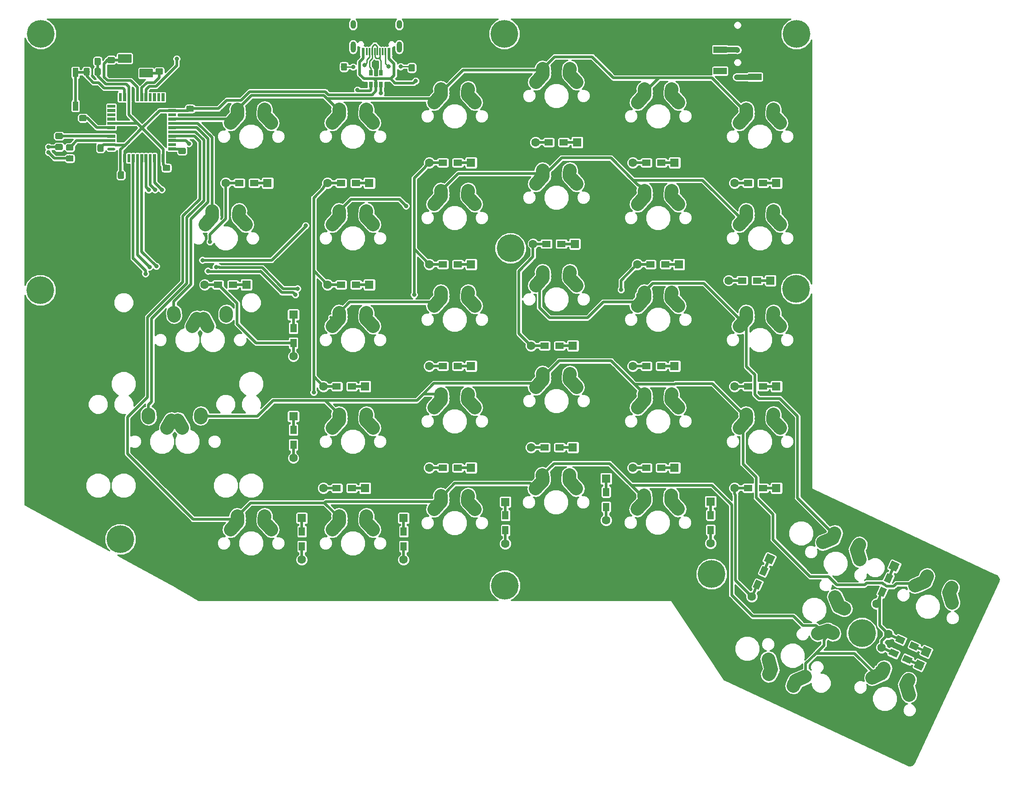
<source format=gbr>
G04 #@! TF.GenerationSoftware,KiCad,Pcbnew,(5.0.2)-1*
G04 #@! TF.CreationDate,2020-01-03T19:42:31+05:30*
G04 #@! TF.ProjectId,ergocape,6572676f-6361-4706-952e-6b696361645f,rev?*
G04 #@! TF.SameCoordinates,Original*
G04 #@! TF.FileFunction,Copper,L2,Bot*
G04 #@! TF.FilePolarity,Positive*
%FSLAX46Y46*%
G04 Gerber Fmt 4.6, Leading zero omitted, Abs format (unit mm)*
G04 Created by KiCad (PCBNEW (5.0.2)-1) date 1/3/2020 7:42:31 PM*
%MOMM*%
%LPD*%
G01*
G04 APERTURE LIST*
G04 #@! TA.AperFunction,SMDPad,CuDef*
%ADD10C,2.500000*%
G04 #@! TD*
G04 #@! TA.AperFunction,Conductor*
%ADD11C,2.500000*%
G04 #@! TD*
G04 #@! TA.AperFunction,ComponentPad*
%ADD12C,2.000000*%
G04 #@! TD*
G04 #@! TA.AperFunction,Conductor*
%ADD13C,0.100000*%
G04 #@! TD*
G04 #@! TA.AperFunction,SMDPad,CuDef*
%ADD14C,1.150000*%
G04 #@! TD*
G04 #@! TA.AperFunction,ComponentPad*
%ADD15R,1.600000X1.600000*%
G04 #@! TD*
G04 #@! TA.AperFunction,ComponentPad*
%ADD16C,1.600000*%
G04 #@! TD*
G04 #@! TA.AperFunction,Conductor*
%ADD17R,2.900000X0.500000*%
G04 #@! TD*
G04 #@! TA.AperFunction,SMDPad,CuDef*
%ADD18R,1.600000X1.200000*%
G04 #@! TD*
G04 #@! TA.AperFunction,Conductor*
%ADD19R,0.500000X2.900000*%
G04 #@! TD*
G04 #@! TA.AperFunction,SMDPad,CuDef*
%ADD20R,1.200000X1.600000*%
G04 #@! TD*
G04 #@! TA.AperFunction,Conductor*
%ADD21C,0.500000*%
G04 #@! TD*
G04 #@! TA.AperFunction,SMDPad,CuDef*
%ADD22C,1.200000*%
G04 #@! TD*
G04 #@! TA.AperFunction,ComponentPad*
%ADD23C,2.500000*%
G04 #@! TD*
G04 #@! TA.AperFunction,SMDPad,CuDef*
%ADD24R,1.000000X1.700000*%
G04 #@! TD*
G04 #@! TA.AperFunction,SMDPad,CuDef*
%ADD25O,1.500000X0.550000*%
G04 #@! TD*
G04 #@! TA.AperFunction,SMDPad,CuDef*
%ADD26C,0.500000*%
G04 #@! TD*
G04 #@! TA.AperFunction,SMDPad,CuDef*
%ADD27C,0.550000*%
G04 #@! TD*
G04 #@! TA.AperFunction,SMDPad,CuDef*
%ADD28R,0.650000X1.060000*%
G04 #@! TD*
G04 #@! TA.AperFunction,ComponentPad*
%ADD29O,1.000000X1.600000*%
G04 #@! TD*
G04 #@! TA.AperFunction,ComponentPad*
%ADD30O,1.000000X2.100000*%
G04 #@! TD*
G04 #@! TA.AperFunction,SMDPad,CuDef*
%ADD31R,0.300000X1.450000*%
G04 #@! TD*
G04 #@! TA.AperFunction,SMDPad,CuDef*
%ADD32R,0.600000X1.450000*%
G04 #@! TD*
G04 #@! TA.AperFunction,SMDPad,CuDef*
%ADD33C,1.600000*%
G04 #@! TD*
G04 #@! TA.AperFunction,ViaPad*
%ADD34C,0.600000*%
G04 #@! TD*
G04 #@! TA.AperFunction,SMDPad,CuDef*
%ADD35R,2.500000X1.200000*%
G04 #@! TD*
G04 #@! TA.AperFunction,ComponentPad*
%ADD36C,5.200000*%
G04 #@! TD*
G04 #@! TA.AperFunction,ViaPad*
%ADD37C,0.800000*%
G04 #@! TD*
G04 #@! TA.AperFunction,Conductor*
%ADD38C,0.508000*%
G04 #@! TD*
G04 #@! TA.AperFunction,Conductor*
%ADD39C,1.016000*%
G04 #@! TD*
G04 #@! TA.AperFunction,Conductor*
%ADD40C,0.250000*%
G04 #@! TD*
G04 #@! TA.AperFunction,Conductor*
%ADD41C,0.254000*%
G04 #@! TD*
G04 APERTURE END LIST*
D10*
G04 #@! TO.P,K_TAB1,2*
G04 #@! TO.N,/ROW2*
X57805000Y-53947500D03*
D11*
G04 #@! TD*
G04 #@! TO.N,/ROW2*
G04 #@! TO.C,K_TAB1*
X57824999Y-54237500D02*
X57785001Y-53657500D01*
D12*
G04 #@! TO.P,K_TAB1,2*
G04 #@! TO.N,/ROW2*
X57825000Y-54237500D03*
X57785000Y-53657500D03*
G04 #@! TO.P,K_TAB1,1*
G04 #@! TO.N,Net-(D_tAB1-Pad1)*
X62825000Y-54737500D03*
X64135000Y-56197500D03*
G04 #@! TO.P,K_TAB1,2*
G04 #@! TO.N,/ROW2*
X57825000Y-54737500D03*
X56515000Y-56197500D03*
G04 #@! TO.P,K_TAB1,1*
G04 #@! TO.N,Net-(D_tAB1-Pad1)*
X62825000Y-54237500D03*
X62865000Y-53657500D03*
D10*
X63480000Y-55467500D03*
D11*
G04 #@! TD*
G04 #@! TO.N,Net-(D_tAB1-Pad1)*
G04 #@! TO.C,K_TAB1*
X62825005Y-54737496D02*
X64134995Y-56197504D01*
D10*
G04 #@! TO.P,K_TAB1,1*
G04 #@! TO.N,Net-(D_tAB1-Pad1)*
X62845000Y-53947500D03*
D11*
G04 #@! TD*
G04 #@! TO.N,Net-(D_tAB1-Pad1)*
G04 #@! TO.C,K_TAB1*
X62825001Y-54237500D02*
X62864999Y-53657500D01*
D10*
G04 #@! TO.P,K_TAB1,2*
G04 #@! TO.N,/ROW2*
X57170000Y-55467500D03*
D11*
G04 #@! TD*
G04 #@! TO.N,/ROW2*
G04 #@! TO.C,K_TAB1*
X57824995Y-54737496D02*
X56515005Y-56197504D01*
D12*
G04 #@! TO.P,K_TH_1U_2,1*
G04 #@! TO.N,Net-(D_TH1_2-Pad1)*
X187916089Y-141986039D03*
X188197460Y-141477285D03*
G04 #@! TO.P,K_TH_1U_2,2*
G04 #@! TO.N,/ROW5*
X183173241Y-140326101D03*
X181368955Y-141095681D03*
D10*
G04 #@! TO.P,K_TH_1U_2,1*
G04 #@! TO.N,Net-(D_TH1_2-Pad1)*
X187989900Y-143377612D03*
D11*
G04 #@! TD*
G04 #@! TO.N,Net-(D_TH1_2-Pad1)*
G04 #@! TO.C,K_TH_1U_2*
X188275014Y-144316034D02*
X187704786Y-142439190D01*
D10*
G04 #@! TO.P,K_TH_1U_2,2*
G04 #@! TO.N,/ROW5*
X182271098Y-140710891D03*
D11*
G04 #@! TD*
G04 #@! TO.N,/ROW5*
G04 #@! TO.C,K_TH_1U_2*
X181368957Y-141095687D02*
X183173239Y-140326095D01*
D12*
G04 #@! TO.P,K_TH_1U_2,1*
G04 #@! TO.N,Net-(D_TH1_2-Pad1)*
X187704780Y-142439193D03*
X188275020Y-144316032D03*
D10*
G04 #@! TO.P,K_TH_1U_2,2*
G04 #@! TO.N,/ROW5*
X183488983Y-139601666D03*
D11*
G04 #@! TD*
G04 #@! TO.N,/ROW5*
G04 #@! TO.C,K_TH_1U_2*
X183593417Y-139330385D02*
X183384549Y-139872947D01*
D12*
G04 #@! TO.P,K_TH_1U_2,2*
G04 #@! TO.N,/ROW5*
X183384550Y-139872947D03*
X183593416Y-139330384D03*
D10*
G04 #@! TO.P,K_TH_1U_2,1*
G04 #@! TO.N,Net-(D_TH1_2-Pad1)*
X188056774Y-141731662D03*
D11*
G04 #@! TD*
G04 #@! TO.N,Net-(D_TH1_2-Pad1)*
G04 #@! TO.C,K_TH_1U_2*
X188197459Y-141477285D02*
X187916089Y-141986039D01*
D13*
G04 #@! TO.N,Net-(C1-Pad1)*
G04 #@! TO.C,C1*
G36*
X48391986Y-26934241D02*
X48416254Y-26937841D01*
X48440053Y-26943802D01*
X48463152Y-26952067D01*
X48485331Y-26962557D01*
X48506374Y-26975169D01*
X48526080Y-26989784D01*
X48544258Y-27006260D01*
X48560734Y-27024438D01*
X48575349Y-27044144D01*
X48587961Y-27065187D01*
X48598451Y-27087366D01*
X48606716Y-27110465D01*
X48612677Y-27134264D01*
X48616277Y-27158532D01*
X48617481Y-27183036D01*
X48617481Y-27833038D01*
X48616277Y-27857542D01*
X48612677Y-27881810D01*
X48606716Y-27905609D01*
X48598451Y-27928708D01*
X48587961Y-27950887D01*
X48575349Y-27971930D01*
X48560734Y-27991636D01*
X48544258Y-28009814D01*
X48526080Y-28026290D01*
X48506374Y-28040905D01*
X48485331Y-28053517D01*
X48463152Y-28064007D01*
X48440053Y-28072272D01*
X48416254Y-28078233D01*
X48391986Y-28081833D01*
X48367482Y-28083037D01*
X47467480Y-28083037D01*
X47442976Y-28081833D01*
X47418708Y-28078233D01*
X47394909Y-28072272D01*
X47371810Y-28064007D01*
X47349631Y-28053517D01*
X47328588Y-28040905D01*
X47308882Y-28026290D01*
X47290704Y-28009814D01*
X47274228Y-27991636D01*
X47259613Y-27971930D01*
X47247001Y-27950887D01*
X47236511Y-27928708D01*
X47228246Y-27905609D01*
X47222285Y-27881810D01*
X47218685Y-27857542D01*
X47217481Y-27833038D01*
X47217481Y-27183036D01*
X47218685Y-27158532D01*
X47222285Y-27134264D01*
X47228246Y-27110465D01*
X47236511Y-27087366D01*
X47247001Y-27065187D01*
X47259613Y-27044144D01*
X47274228Y-27024438D01*
X47290704Y-27006260D01*
X47308882Y-26989784D01*
X47328588Y-26975169D01*
X47349631Y-26962557D01*
X47371810Y-26952067D01*
X47394909Y-26943802D01*
X47418708Y-26937841D01*
X47442976Y-26934241D01*
X47467480Y-26933037D01*
X48367482Y-26933037D01*
X48391986Y-26934241D01*
X48391986Y-26934241D01*
G37*
D14*
G04 #@! TD*
G04 #@! TO.P,C1,1*
G04 #@! TO.N,Net-(C1-Pad1)*
X47917481Y-27508037D03*
D13*
G04 #@! TO.N,GND*
G04 #@! TO.C,C1*
G36*
X48391986Y-24884241D02*
X48416254Y-24887841D01*
X48440053Y-24893802D01*
X48463152Y-24902067D01*
X48485331Y-24912557D01*
X48506374Y-24925169D01*
X48526080Y-24939784D01*
X48544258Y-24956260D01*
X48560734Y-24974438D01*
X48575349Y-24994144D01*
X48587961Y-25015187D01*
X48598451Y-25037366D01*
X48606716Y-25060465D01*
X48612677Y-25084264D01*
X48616277Y-25108532D01*
X48617481Y-25133036D01*
X48617481Y-25783038D01*
X48616277Y-25807542D01*
X48612677Y-25831810D01*
X48606716Y-25855609D01*
X48598451Y-25878708D01*
X48587961Y-25900887D01*
X48575349Y-25921930D01*
X48560734Y-25941636D01*
X48544258Y-25959814D01*
X48526080Y-25976290D01*
X48506374Y-25990905D01*
X48485331Y-26003517D01*
X48463152Y-26014007D01*
X48440053Y-26022272D01*
X48416254Y-26028233D01*
X48391986Y-26031833D01*
X48367482Y-26033037D01*
X47467480Y-26033037D01*
X47442976Y-26031833D01*
X47418708Y-26028233D01*
X47394909Y-26022272D01*
X47371810Y-26014007D01*
X47349631Y-26003517D01*
X47328588Y-25990905D01*
X47308882Y-25976290D01*
X47290704Y-25959814D01*
X47274228Y-25941636D01*
X47259613Y-25921930D01*
X47247001Y-25900887D01*
X47236511Y-25878708D01*
X47228246Y-25855609D01*
X47222285Y-25831810D01*
X47218685Y-25807542D01*
X47217481Y-25783038D01*
X47217481Y-25133036D01*
X47218685Y-25108532D01*
X47222285Y-25084264D01*
X47228246Y-25060465D01*
X47236511Y-25037366D01*
X47247001Y-25015187D01*
X47259613Y-24994144D01*
X47274228Y-24974438D01*
X47290704Y-24956260D01*
X47308882Y-24939784D01*
X47328588Y-24925169D01*
X47349631Y-24912557D01*
X47371810Y-24902067D01*
X47394909Y-24893802D01*
X47418708Y-24887841D01*
X47442976Y-24884241D01*
X47467480Y-24883037D01*
X48367482Y-24883037D01*
X48391986Y-24884241D01*
X48391986Y-24884241D01*
G37*
D14*
G04 #@! TD*
G04 #@! TO.P,C1,2*
G04 #@! TO.N,GND*
X47917481Y-25458037D03*
D13*
G04 #@! TO.N,GND*
G04 #@! TO.C,C2*
G36*
X39397986Y-26860241D02*
X39422254Y-26863841D01*
X39446053Y-26869802D01*
X39469152Y-26878067D01*
X39491331Y-26888557D01*
X39512374Y-26901169D01*
X39532080Y-26915784D01*
X39550258Y-26932260D01*
X39566734Y-26950438D01*
X39581349Y-26970144D01*
X39593961Y-26991187D01*
X39604451Y-27013366D01*
X39612716Y-27036465D01*
X39618677Y-27060264D01*
X39622277Y-27084532D01*
X39623481Y-27109036D01*
X39623481Y-27759038D01*
X39622277Y-27783542D01*
X39618677Y-27807810D01*
X39612716Y-27831609D01*
X39604451Y-27854708D01*
X39593961Y-27876887D01*
X39581349Y-27897930D01*
X39566734Y-27917636D01*
X39550258Y-27935814D01*
X39532080Y-27952290D01*
X39512374Y-27966905D01*
X39491331Y-27979517D01*
X39469152Y-27990007D01*
X39446053Y-27998272D01*
X39422254Y-28004233D01*
X39397986Y-28007833D01*
X39373482Y-28009037D01*
X38473480Y-28009037D01*
X38448976Y-28007833D01*
X38424708Y-28004233D01*
X38400909Y-27998272D01*
X38377810Y-27990007D01*
X38355631Y-27979517D01*
X38334588Y-27966905D01*
X38314882Y-27952290D01*
X38296704Y-27935814D01*
X38280228Y-27917636D01*
X38265613Y-27897930D01*
X38253001Y-27876887D01*
X38242511Y-27854708D01*
X38234246Y-27831609D01*
X38228285Y-27807810D01*
X38224685Y-27783542D01*
X38223481Y-27759038D01*
X38223481Y-27109036D01*
X38224685Y-27084532D01*
X38228285Y-27060264D01*
X38234246Y-27036465D01*
X38242511Y-27013366D01*
X38253001Y-26991187D01*
X38265613Y-26970144D01*
X38280228Y-26950438D01*
X38296704Y-26932260D01*
X38314882Y-26915784D01*
X38334588Y-26901169D01*
X38355631Y-26888557D01*
X38377810Y-26878067D01*
X38400909Y-26869802D01*
X38424708Y-26863841D01*
X38448976Y-26860241D01*
X38473480Y-26859037D01*
X39373482Y-26859037D01*
X39397986Y-26860241D01*
X39397986Y-26860241D01*
G37*
D14*
G04 #@! TD*
G04 #@! TO.P,C2,2*
G04 #@! TO.N,GND*
X38923481Y-27434037D03*
D13*
G04 #@! TO.N,Net-(C2-Pad1)*
G04 #@! TO.C,C2*
G36*
X39397986Y-24810241D02*
X39422254Y-24813841D01*
X39446053Y-24819802D01*
X39469152Y-24828067D01*
X39491331Y-24838557D01*
X39512374Y-24851169D01*
X39532080Y-24865784D01*
X39550258Y-24882260D01*
X39566734Y-24900438D01*
X39581349Y-24920144D01*
X39593961Y-24941187D01*
X39604451Y-24963366D01*
X39612716Y-24986465D01*
X39618677Y-25010264D01*
X39622277Y-25034532D01*
X39623481Y-25059036D01*
X39623481Y-25709038D01*
X39622277Y-25733542D01*
X39618677Y-25757810D01*
X39612716Y-25781609D01*
X39604451Y-25804708D01*
X39593961Y-25826887D01*
X39581349Y-25847930D01*
X39566734Y-25867636D01*
X39550258Y-25885814D01*
X39532080Y-25902290D01*
X39512374Y-25916905D01*
X39491331Y-25929517D01*
X39469152Y-25940007D01*
X39446053Y-25948272D01*
X39422254Y-25954233D01*
X39397986Y-25957833D01*
X39373482Y-25959037D01*
X38473480Y-25959037D01*
X38448976Y-25957833D01*
X38424708Y-25954233D01*
X38400909Y-25948272D01*
X38377810Y-25940007D01*
X38355631Y-25929517D01*
X38334588Y-25916905D01*
X38314882Y-25902290D01*
X38296704Y-25885814D01*
X38280228Y-25867636D01*
X38265613Y-25847930D01*
X38253001Y-25826887D01*
X38242511Y-25804708D01*
X38234246Y-25781609D01*
X38228285Y-25757810D01*
X38224685Y-25733542D01*
X38223481Y-25709038D01*
X38223481Y-25059036D01*
X38224685Y-25034532D01*
X38228285Y-25010264D01*
X38234246Y-24986465D01*
X38242511Y-24963366D01*
X38253001Y-24941187D01*
X38265613Y-24920144D01*
X38280228Y-24900438D01*
X38296704Y-24882260D01*
X38314882Y-24865784D01*
X38334588Y-24851169D01*
X38355631Y-24838557D01*
X38377810Y-24828067D01*
X38400909Y-24819802D01*
X38424708Y-24813841D01*
X38448976Y-24810241D01*
X38473480Y-24809037D01*
X39373482Y-24809037D01*
X39397986Y-24810241D01*
X39397986Y-24810241D01*
G37*
D14*
G04 #@! TD*
G04 #@! TO.P,C2,1*
G04 #@! TO.N,Net-(C2-Pad1)*
X38923481Y-25384037D03*
D13*
G04 #@! TO.N,VCC*
G04 #@! TO.C,C3*
G36*
X36732499Y-24958812D02*
X36756767Y-24962412D01*
X36780566Y-24968373D01*
X36803665Y-24976638D01*
X36825844Y-24987128D01*
X36846887Y-24999740D01*
X36866593Y-25014355D01*
X36884771Y-25030831D01*
X36901247Y-25049009D01*
X36915862Y-25068715D01*
X36928474Y-25089758D01*
X36938964Y-25111937D01*
X36947229Y-25135036D01*
X36953190Y-25158835D01*
X36956790Y-25183103D01*
X36957994Y-25207607D01*
X36957994Y-26107609D01*
X36956790Y-26132113D01*
X36953190Y-26156381D01*
X36947229Y-26180180D01*
X36938964Y-26203279D01*
X36928474Y-26225458D01*
X36915862Y-26246501D01*
X36901247Y-26266207D01*
X36884771Y-26284385D01*
X36866593Y-26300861D01*
X36846887Y-26315476D01*
X36825844Y-26328088D01*
X36803665Y-26338578D01*
X36780566Y-26346843D01*
X36756767Y-26352804D01*
X36732499Y-26356404D01*
X36707995Y-26357608D01*
X36057993Y-26357608D01*
X36033489Y-26356404D01*
X36009221Y-26352804D01*
X35985422Y-26346843D01*
X35962323Y-26338578D01*
X35940144Y-26328088D01*
X35919101Y-26315476D01*
X35899395Y-26300861D01*
X35881217Y-26284385D01*
X35864741Y-26266207D01*
X35850126Y-26246501D01*
X35837514Y-26225458D01*
X35827024Y-26203279D01*
X35818759Y-26180180D01*
X35812798Y-26156381D01*
X35809198Y-26132113D01*
X35807994Y-26107609D01*
X35807994Y-25207607D01*
X35809198Y-25183103D01*
X35812798Y-25158835D01*
X35818759Y-25135036D01*
X35827024Y-25111937D01*
X35837514Y-25089758D01*
X35850126Y-25068715D01*
X35864741Y-25049009D01*
X35881217Y-25030831D01*
X35899395Y-25014355D01*
X35919101Y-24999740D01*
X35940144Y-24987128D01*
X35962323Y-24976638D01*
X35985422Y-24968373D01*
X36009221Y-24962412D01*
X36033489Y-24958812D01*
X36057993Y-24957608D01*
X36707995Y-24957608D01*
X36732499Y-24958812D01*
X36732499Y-24958812D01*
G37*
D14*
G04 #@! TD*
G04 #@! TO.P,C3,1*
G04 #@! TO.N,VCC*
X36382994Y-25657608D03*
D13*
G04 #@! TO.N,GND*
G04 #@! TO.C,C3*
G36*
X34682499Y-24958812D02*
X34706767Y-24962412D01*
X34730566Y-24968373D01*
X34753665Y-24976638D01*
X34775844Y-24987128D01*
X34796887Y-24999740D01*
X34816593Y-25014355D01*
X34834771Y-25030831D01*
X34851247Y-25049009D01*
X34865862Y-25068715D01*
X34878474Y-25089758D01*
X34888964Y-25111937D01*
X34897229Y-25135036D01*
X34903190Y-25158835D01*
X34906790Y-25183103D01*
X34907994Y-25207607D01*
X34907994Y-26107609D01*
X34906790Y-26132113D01*
X34903190Y-26156381D01*
X34897229Y-26180180D01*
X34888964Y-26203279D01*
X34878474Y-26225458D01*
X34865862Y-26246501D01*
X34851247Y-26266207D01*
X34834771Y-26284385D01*
X34816593Y-26300861D01*
X34796887Y-26315476D01*
X34775844Y-26328088D01*
X34753665Y-26338578D01*
X34730566Y-26346843D01*
X34706767Y-26352804D01*
X34682499Y-26356404D01*
X34657995Y-26357608D01*
X34007993Y-26357608D01*
X33983489Y-26356404D01*
X33959221Y-26352804D01*
X33935422Y-26346843D01*
X33912323Y-26338578D01*
X33890144Y-26328088D01*
X33869101Y-26315476D01*
X33849395Y-26300861D01*
X33831217Y-26284385D01*
X33814741Y-26266207D01*
X33800126Y-26246501D01*
X33787514Y-26225458D01*
X33777024Y-26203279D01*
X33768759Y-26180180D01*
X33762798Y-26156381D01*
X33759198Y-26132113D01*
X33757994Y-26107609D01*
X33757994Y-25207607D01*
X33759198Y-25183103D01*
X33762798Y-25158835D01*
X33768759Y-25135036D01*
X33777024Y-25111937D01*
X33787514Y-25089758D01*
X33800126Y-25068715D01*
X33814741Y-25049009D01*
X33831217Y-25030831D01*
X33849395Y-25014355D01*
X33869101Y-24999740D01*
X33890144Y-24987128D01*
X33912323Y-24976638D01*
X33935422Y-24968373D01*
X33959221Y-24962412D01*
X33983489Y-24958812D01*
X34007993Y-24957608D01*
X34657995Y-24957608D01*
X34682499Y-24958812D01*
X34682499Y-24958812D01*
G37*
D14*
G04 #@! TD*
G04 #@! TO.P,C3,2*
G04 #@! TO.N,GND*
X34332994Y-25657608D03*
D13*
G04 #@! TO.N,GND*
G04 #@! TO.C,C4*
G36*
X35234724Y-41153973D02*
X35258992Y-41157573D01*
X35282791Y-41163534D01*
X35305890Y-41171799D01*
X35328069Y-41182289D01*
X35349112Y-41194901D01*
X35368818Y-41209516D01*
X35386996Y-41225992D01*
X35403472Y-41244170D01*
X35418087Y-41263876D01*
X35430699Y-41284919D01*
X35441189Y-41307098D01*
X35449454Y-41330197D01*
X35455415Y-41353996D01*
X35459015Y-41378264D01*
X35460219Y-41402768D01*
X35460219Y-42302770D01*
X35459015Y-42327274D01*
X35455415Y-42351542D01*
X35449454Y-42375341D01*
X35441189Y-42398440D01*
X35430699Y-42420619D01*
X35418087Y-42441662D01*
X35403472Y-42461368D01*
X35386996Y-42479546D01*
X35368818Y-42496022D01*
X35349112Y-42510637D01*
X35328069Y-42523249D01*
X35305890Y-42533739D01*
X35282791Y-42542004D01*
X35258992Y-42547965D01*
X35234724Y-42551565D01*
X35210220Y-42552769D01*
X34560218Y-42552769D01*
X34535714Y-42551565D01*
X34511446Y-42547965D01*
X34487647Y-42542004D01*
X34464548Y-42533739D01*
X34442369Y-42523249D01*
X34421326Y-42510637D01*
X34401620Y-42496022D01*
X34383442Y-42479546D01*
X34366966Y-42461368D01*
X34352351Y-42441662D01*
X34339739Y-42420619D01*
X34329249Y-42398440D01*
X34320984Y-42375341D01*
X34315023Y-42351542D01*
X34311423Y-42327274D01*
X34310219Y-42302770D01*
X34310219Y-41402768D01*
X34311423Y-41378264D01*
X34315023Y-41353996D01*
X34320984Y-41330197D01*
X34329249Y-41307098D01*
X34339739Y-41284919D01*
X34352351Y-41263876D01*
X34366966Y-41244170D01*
X34383442Y-41225992D01*
X34401620Y-41209516D01*
X34421326Y-41194901D01*
X34442369Y-41182289D01*
X34464548Y-41171799D01*
X34487647Y-41163534D01*
X34511446Y-41157573D01*
X34535714Y-41153973D01*
X34560218Y-41152769D01*
X35210220Y-41152769D01*
X35234724Y-41153973D01*
X35234724Y-41153973D01*
G37*
D14*
G04 #@! TD*
G04 #@! TO.P,C4,2*
G04 #@! TO.N,GND*
X34885219Y-41852769D03*
D13*
G04 #@! TO.N,VCC*
G04 #@! TO.C,C4*
G36*
X37284724Y-41153973D02*
X37308992Y-41157573D01*
X37332791Y-41163534D01*
X37355890Y-41171799D01*
X37378069Y-41182289D01*
X37399112Y-41194901D01*
X37418818Y-41209516D01*
X37436996Y-41225992D01*
X37453472Y-41244170D01*
X37468087Y-41263876D01*
X37480699Y-41284919D01*
X37491189Y-41307098D01*
X37499454Y-41330197D01*
X37505415Y-41353996D01*
X37509015Y-41378264D01*
X37510219Y-41402768D01*
X37510219Y-42302770D01*
X37509015Y-42327274D01*
X37505415Y-42351542D01*
X37499454Y-42375341D01*
X37491189Y-42398440D01*
X37480699Y-42420619D01*
X37468087Y-42441662D01*
X37453472Y-42461368D01*
X37436996Y-42479546D01*
X37418818Y-42496022D01*
X37399112Y-42510637D01*
X37378069Y-42523249D01*
X37355890Y-42533739D01*
X37332791Y-42542004D01*
X37308992Y-42547965D01*
X37284724Y-42551565D01*
X37260220Y-42552769D01*
X36610218Y-42552769D01*
X36585714Y-42551565D01*
X36561446Y-42547965D01*
X36537647Y-42542004D01*
X36514548Y-42533739D01*
X36492369Y-42523249D01*
X36471326Y-42510637D01*
X36451620Y-42496022D01*
X36433442Y-42479546D01*
X36416966Y-42461368D01*
X36402351Y-42441662D01*
X36389739Y-42420619D01*
X36379249Y-42398440D01*
X36370984Y-42375341D01*
X36365023Y-42351542D01*
X36361423Y-42327274D01*
X36360219Y-42302770D01*
X36360219Y-41402768D01*
X36361423Y-41378264D01*
X36365023Y-41353996D01*
X36370984Y-41330197D01*
X36379249Y-41307098D01*
X36389739Y-41284919D01*
X36402351Y-41263876D01*
X36416966Y-41244170D01*
X36433442Y-41225992D01*
X36451620Y-41209516D01*
X36471326Y-41194901D01*
X36492369Y-41182289D01*
X36514548Y-41171799D01*
X36537647Y-41163534D01*
X36561446Y-41157573D01*
X36585714Y-41153973D01*
X36610218Y-41152769D01*
X37260220Y-41152769D01*
X37284724Y-41153973D01*
X37284724Y-41153973D01*
G37*
D14*
G04 #@! TD*
G04 #@! TO.P,C4,1*
G04 #@! TO.N,VCC*
X36935219Y-41852769D03*
D13*
G04 #@! TO.N,VCC*
G04 #@! TO.C,C5*
G36*
X41094724Y-46233973D02*
X41118992Y-46237573D01*
X41142791Y-46243534D01*
X41165890Y-46251799D01*
X41188069Y-46262289D01*
X41209112Y-46274901D01*
X41228818Y-46289516D01*
X41246996Y-46305992D01*
X41263472Y-46324170D01*
X41278087Y-46343876D01*
X41290699Y-46364919D01*
X41301189Y-46387098D01*
X41309454Y-46410197D01*
X41315415Y-46433996D01*
X41319015Y-46458264D01*
X41320219Y-46482768D01*
X41320219Y-47382770D01*
X41319015Y-47407274D01*
X41315415Y-47431542D01*
X41309454Y-47455341D01*
X41301189Y-47478440D01*
X41290699Y-47500619D01*
X41278087Y-47521662D01*
X41263472Y-47541368D01*
X41246996Y-47559546D01*
X41228818Y-47576022D01*
X41209112Y-47590637D01*
X41188069Y-47603249D01*
X41165890Y-47613739D01*
X41142791Y-47622004D01*
X41118992Y-47627965D01*
X41094724Y-47631565D01*
X41070220Y-47632769D01*
X40420218Y-47632769D01*
X40395714Y-47631565D01*
X40371446Y-47627965D01*
X40347647Y-47622004D01*
X40324548Y-47613739D01*
X40302369Y-47603249D01*
X40281326Y-47590637D01*
X40261620Y-47576022D01*
X40243442Y-47559546D01*
X40226966Y-47541368D01*
X40212351Y-47521662D01*
X40199739Y-47500619D01*
X40189249Y-47478440D01*
X40180984Y-47455341D01*
X40175023Y-47431542D01*
X40171423Y-47407274D01*
X40170219Y-47382770D01*
X40170219Y-46482768D01*
X40171423Y-46458264D01*
X40175023Y-46433996D01*
X40180984Y-46410197D01*
X40189249Y-46387098D01*
X40199739Y-46364919D01*
X40212351Y-46343876D01*
X40226966Y-46324170D01*
X40243442Y-46305992D01*
X40261620Y-46289516D01*
X40281326Y-46274901D01*
X40302369Y-46262289D01*
X40324548Y-46251799D01*
X40347647Y-46243534D01*
X40371446Y-46237573D01*
X40395714Y-46233973D01*
X40420218Y-46232769D01*
X41070220Y-46232769D01*
X41094724Y-46233973D01*
X41094724Y-46233973D01*
G37*
D14*
G04 #@! TD*
G04 #@! TO.P,C5,1*
G04 #@! TO.N,VCC*
X40745219Y-46932769D03*
D13*
G04 #@! TO.N,GND*
G04 #@! TO.C,C5*
G36*
X39044724Y-46233973D02*
X39068992Y-46237573D01*
X39092791Y-46243534D01*
X39115890Y-46251799D01*
X39138069Y-46262289D01*
X39159112Y-46274901D01*
X39178818Y-46289516D01*
X39196996Y-46305992D01*
X39213472Y-46324170D01*
X39228087Y-46343876D01*
X39240699Y-46364919D01*
X39251189Y-46387098D01*
X39259454Y-46410197D01*
X39265415Y-46433996D01*
X39269015Y-46458264D01*
X39270219Y-46482768D01*
X39270219Y-47382770D01*
X39269015Y-47407274D01*
X39265415Y-47431542D01*
X39259454Y-47455341D01*
X39251189Y-47478440D01*
X39240699Y-47500619D01*
X39228087Y-47521662D01*
X39213472Y-47541368D01*
X39196996Y-47559546D01*
X39178818Y-47576022D01*
X39159112Y-47590637D01*
X39138069Y-47603249D01*
X39115890Y-47613739D01*
X39092791Y-47622004D01*
X39068992Y-47627965D01*
X39044724Y-47631565D01*
X39020220Y-47632769D01*
X38370218Y-47632769D01*
X38345714Y-47631565D01*
X38321446Y-47627965D01*
X38297647Y-47622004D01*
X38274548Y-47613739D01*
X38252369Y-47603249D01*
X38231326Y-47590637D01*
X38211620Y-47576022D01*
X38193442Y-47559546D01*
X38176966Y-47541368D01*
X38162351Y-47521662D01*
X38149739Y-47500619D01*
X38139249Y-47478440D01*
X38130984Y-47455341D01*
X38125023Y-47431542D01*
X38121423Y-47407274D01*
X38120219Y-47382770D01*
X38120219Y-46482768D01*
X38121423Y-46458264D01*
X38125023Y-46433996D01*
X38130984Y-46410197D01*
X38139249Y-46387098D01*
X38149739Y-46364919D01*
X38162351Y-46343876D01*
X38176966Y-46324170D01*
X38193442Y-46305992D01*
X38211620Y-46289516D01*
X38231326Y-46274901D01*
X38252369Y-46262289D01*
X38274548Y-46251799D01*
X38297647Y-46243534D01*
X38321446Y-46237573D01*
X38345714Y-46233973D01*
X38370218Y-46232769D01*
X39020220Y-46232769D01*
X39044724Y-46233973D01*
X39044724Y-46233973D01*
G37*
D14*
G04 #@! TD*
G04 #@! TO.P,C5,2*
G04 #@! TO.N,GND*
X38695219Y-46932769D03*
D13*
G04 #@! TO.N,GND*
G04 #@! TO.C,C6*
G36*
X54164724Y-31871973D02*
X54188992Y-31875573D01*
X54212791Y-31881534D01*
X54235890Y-31889799D01*
X54258069Y-31900289D01*
X54279112Y-31912901D01*
X54298818Y-31927516D01*
X54316996Y-31943992D01*
X54333472Y-31962170D01*
X54348087Y-31981876D01*
X54360699Y-32002919D01*
X54371189Y-32025098D01*
X54379454Y-32048197D01*
X54385415Y-32071996D01*
X54389015Y-32096264D01*
X54390219Y-32120768D01*
X54390219Y-32770770D01*
X54389015Y-32795274D01*
X54385415Y-32819542D01*
X54379454Y-32843341D01*
X54371189Y-32866440D01*
X54360699Y-32888619D01*
X54348087Y-32909662D01*
X54333472Y-32929368D01*
X54316996Y-32947546D01*
X54298818Y-32964022D01*
X54279112Y-32978637D01*
X54258069Y-32991249D01*
X54235890Y-33001739D01*
X54212791Y-33010004D01*
X54188992Y-33015965D01*
X54164724Y-33019565D01*
X54140220Y-33020769D01*
X53240218Y-33020769D01*
X53215714Y-33019565D01*
X53191446Y-33015965D01*
X53167647Y-33010004D01*
X53144548Y-33001739D01*
X53122369Y-32991249D01*
X53101326Y-32978637D01*
X53081620Y-32964022D01*
X53063442Y-32947546D01*
X53046966Y-32929368D01*
X53032351Y-32909662D01*
X53019739Y-32888619D01*
X53009249Y-32866440D01*
X53000984Y-32843341D01*
X52995023Y-32819542D01*
X52991423Y-32795274D01*
X52990219Y-32770770D01*
X52990219Y-32120768D01*
X52991423Y-32096264D01*
X52995023Y-32071996D01*
X53000984Y-32048197D01*
X53009249Y-32025098D01*
X53019739Y-32002919D01*
X53032351Y-31981876D01*
X53046966Y-31962170D01*
X53063442Y-31943992D01*
X53081620Y-31927516D01*
X53101326Y-31912901D01*
X53122369Y-31900289D01*
X53144548Y-31889799D01*
X53167647Y-31881534D01*
X53191446Y-31875573D01*
X53215714Y-31871973D01*
X53240218Y-31870769D01*
X54140220Y-31870769D01*
X54164724Y-31871973D01*
X54164724Y-31871973D01*
G37*
D14*
G04 #@! TD*
G04 #@! TO.P,C6,2*
G04 #@! TO.N,GND*
X53690219Y-32445769D03*
D13*
G04 #@! TO.N,VCC*
G04 #@! TO.C,C6*
G36*
X54164724Y-33921973D02*
X54188992Y-33925573D01*
X54212791Y-33931534D01*
X54235890Y-33939799D01*
X54258069Y-33950289D01*
X54279112Y-33962901D01*
X54298818Y-33977516D01*
X54316996Y-33993992D01*
X54333472Y-34012170D01*
X54348087Y-34031876D01*
X54360699Y-34052919D01*
X54371189Y-34075098D01*
X54379454Y-34098197D01*
X54385415Y-34121996D01*
X54389015Y-34146264D01*
X54390219Y-34170768D01*
X54390219Y-34820770D01*
X54389015Y-34845274D01*
X54385415Y-34869542D01*
X54379454Y-34893341D01*
X54371189Y-34916440D01*
X54360699Y-34938619D01*
X54348087Y-34959662D01*
X54333472Y-34979368D01*
X54316996Y-34997546D01*
X54298818Y-35014022D01*
X54279112Y-35028637D01*
X54258069Y-35041249D01*
X54235890Y-35051739D01*
X54212791Y-35060004D01*
X54188992Y-35065965D01*
X54164724Y-35069565D01*
X54140220Y-35070769D01*
X53240218Y-35070769D01*
X53215714Y-35069565D01*
X53191446Y-35065965D01*
X53167647Y-35060004D01*
X53144548Y-35051739D01*
X53122369Y-35041249D01*
X53101326Y-35028637D01*
X53081620Y-35014022D01*
X53063442Y-34997546D01*
X53046966Y-34979368D01*
X53032351Y-34959662D01*
X53019739Y-34938619D01*
X53009249Y-34916440D01*
X53000984Y-34893341D01*
X52995023Y-34869542D01*
X52991423Y-34845274D01*
X52990219Y-34820770D01*
X52990219Y-34170768D01*
X52991423Y-34146264D01*
X52995023Y-34121996D01*
X53000984Y-34098197D01*
X53009249Y-34075098D01*
X53019739Y-34052919D01*
X53032351Y-34031876D01*
X53046966Y-34012170D01*
X53063442Y-33993992D01*
X53081620Y-33977516D01*
X53101326Y-33962901D01*
X53122369Y-33950289D01*
X53144548Y-33939799D01*
X53167647Y-33931534D01*
X53191446Y-33925573D01*
X53215714Y-33921973D01*
X53240218Y-33920769D01*
X54140220Y-33920769D01*
X54164724Y-33921973D01*
X54164724Y-33921973D01*
G37*
D14*
G04 #@! TD*
G04 #@! TO.P,C6,1*
G04 #@! TO.N,VCC*
X53690219Y-34495769D03*
D13*
G04 #@! TO.N,VCC*
G04 #@! TO.C,C7*
G36*
X49750505Y-45010204D02*
X49774773Y-45013804D01*
X49798572Y-45019765D01*
X49821671Y-45028030D01*
X49843850Y-45038520D01*
X49864893Y-45051132D01*
X49884599Y-45065747D01*
X49902777Y-45082223D01*
X49919253Y-45100401D01*
X49933868Y-45120107D01*
X49946480Y-45141150D01*
X49956970Y-45163329D01*
X49965235Y-45186428D01*
X49971196Y-45210227D01*
X49974796Y-45234495D01*
X49976000Y-45258999D01*
X49976000Y-45909001D01*
X49974796Y-45933505D01*
X49971196Y-45957773D01*
X49965235Y-45981572D01*
X49956970Y-46004671D01*
X49946480Y-46026850D01*
X49933868Y-46047893D01*
X49919253Y-46067599D01*
X49902777Y-46085777D01*
X49884599Y-46102253D01*
X49864893Y-46116868D01*
X49843850Y-46129480D01*
X49821671Y-46139970D01*
X49798572Y-46148235D01*
X49774773Y-46154196D01*
X49750505Y-46157796D01*
X49726001Y-46159000D01*
X48825999Y-46159000D01*
X48801495Y-46157796D01*
X48777227Y-46154196D01*
X48753428Y-46148235D01*
X48730329Y-46139970D01*
X48708150Y-46129480D01*
X48687107Y-46116868D01*
X48667401Y-46102253D01*
X48649223Y-46085777D01*
X48632747Y-46067599D01*
X48618132Y-46047893D01*
X48605520Y-46026850D01*
X48595030Y-46004671D01*
X48586765Y-45981572D01*
X48580804Y-45957773D01*
X48577204Y-45933505D01*
X48576000Y-45909001D01*
X48576000Y-45258999D01*
X48577204Y-45234495D01*
X48580804Y-45210227D01*
X48586765Y-45186428D01*
X48595030Y-45163329D01*
X48605520Y-45141150D01*
X48618132Y-45120107D01*
X48632747Y-45100401D01*
X48649223Y-45082223D01*
X48667401Y-45065747D01*
X48687107Y-45051132D01*
X48708150Y-45038520D01*
X48730329Y-45028030D01*
X48753428Y-45019765D01*
X48777227Y-45013804D01*
X48801495Y-45010204D01*
X48825999Y-45009000D01*
X49726001Y-45009000D01*
X49750505Y-45010204D01*
X49750505Y-45010204D01*
G37*
D14*
G04 #@! TD*
G04 #@! TO.P,C7,1*
G04 #@! TO.N,VCC*
X49276000Y-45584000D03*
D13*
G04 #@! TO.N,GND*
G04 #@! TO.C,C7*
G36*
X49750505Y-47060204D02*
X49774773Y-47063804D01*
X49798572Y-47069765D01*
X49821671Y-47078030D01*
X49843850Y-47088520D01*
X49864893Y-47101132D01*
X49884599Y-47115747D01*
X49902777Y-47132223D01*
X49919253Y-47150401D01*
X49933868Y-47170107D01*
X49946480Y-47191150D01*
X49956970Y-47213329D01*
X49965235Y-47236428D01*
X49971196Y-47260227D01*
X49974796Y-47284495D01*
X49976000Y-47308999D01*
X49976000Y-47959001D01*
X49974796Y-47983505D01*
X49971196Y-48007773D01*
X49965235Y-48031572D01*
X49956970Y-48054671D01*
X49946480Y-48076850D01*
X49933868Y-48097893D01*
X49919253Y-48117599D01*
X49902777Y-48135777D01*
X49884599Y-48152253D01*
X49864893Y-48166868D01*
X49843850Y-48179480D01*
X49821671Y-48189970D01*
X49798572Y-48198235D01*
X49774773Y-48204196D01*
X49750505Y-48207796D01*
X49726001Y-48209000D01*
X48825999Y-48209000D01*
X48801495Y-48207796D01*
X48777227Y-48204196D01*
X48753428Y-48198235D01*
X48730329Y-48189970D01*
X48708150Y-48179480D01*
X48687107Y-48166868D01*
X48667401Y-48152253D01*
X48649223Y-48135777D01*
X48632747Y-48117599D01*
X48618132Y-48097893D01*
X48605520Y-48076850D01*
X48595030Y-48054671D01*
X48586765Y-48031572D01*
X48580804Y-48007773D01*
X48577204Y-47983505D01*
X48576000Y-47959001D01*
X48576000Y-47308999D01*
X48577204Y-47284495D01*
X48580804Y-47260227D01*
X48586765Y-47236428D01*
X48595030Y-47213329D01*
X48605520Y-47191150D01*
X48618132Y-47170107D01*
X48632747Y-47150401D01*
X48649223Y-47132223D01*
X48667401Y-47115747D01*
X48687107Y-47101132D01*
X48708150Y-47088520D01*
X48730329Y-47078030D01*
X48753428Y-47069765D01*
X48777227Y-47063804D01*
X48801495Y-47060204D01*
X48825999Y-47059000D01*
X49726001Y-47059000D01*
X49750505Y-47060204D01*
X49750505Y-47060204D01*
G37*
D14*
G04 #@! TD*
G04 #@! TO.P,C7,2*
G04 #@! TO.N,GND*
X49276000Y-47634000D03*
D13*
G04 #@! TO.N,Net-(C8-Pad2)*
G04 #@! TO.C,C8*
G36*
X34098724Y-35681973D02*
X34122992Y-35685573D01*
X34146791Y-35691534D01*
X34169890Y-35699799D01*
X34192069Y-35710289D01*
X34213112Y-35722901D01*
X34232818Y-35737516D01*
X34250996Y-35753992D01*
X34267472Y-35772170D01*
X34282087Y-35791876D01*
X34294699Y-35812919D01*
X34305189Y-35835098D01*
X34313454Y-35858197D01*
X34319415Y-35881996D01*
X34323015Y-35906264D01*
X34324219Y-35930768D01*
X34324219Y-36580770D01*
X34323015Y-36605274D01*
X34319415Y-36629542D01*
X34313454Y-36653341D01*
X34305189Y-36676440D01*
X34294699Y-36698619D01*
X34282087Y-36719662D01*
X34267472Y-36739368D01*
X34250996Y-36757546D01*
X34232818Y-36774022D01*
X34213112Y-36788637D01*
X34192069Y-36801249D01*
X34169890Y-36811739D01*
X34146791Y-36820004D01*
X34122992Y-36825965D01*
X34098724Y-36829565D01*
X34074220Y-36830769D01*
X33174218Y-36830769D01*
X33149714Y-36829565D01*
X33125446Y-36825965D01*
X33101647Y-36820004D01*
X33078548Y-36811739D01*
X33056369Y-36801249D01*
X33035326Y-36788637D01*
X33015620Y-36774022D01*
X32997442Y-36757546D01*
X32980966Y-36739368D01*
X32966351Y-36719662D01*
X32953739Y-36698619D01*
X32943249Y-36676440D01*
X32934984Y-36653341D01*
X32929023Y-36629542D01*
X32925423Y-36605274D01*
X32924219Y-36580770D01*
X32924219Y-35930768D01*
X32925423Y-35906264D01*
X32929023Y-35881996D01*
X32934984Y-35858197D01*
X32943249Y-35835098D01*
X32953739Y-35812919D01*
X32966351Y-35791876D01*
X32980966Y-35772170D01*
X32997442Y-35753992D01*
X33015620Y-35737516D01*
X33035326Y-35722901D01*
X33056369Y-35710289D01*
X33078548Y-35699799D01*
X33101647Y-35691534D01*
X33125446Y-35685573D01*
X33149714Y-35681973D01*
X33174218Y-35680769D01*
X34074220Y-35680769D01*
X34098724Y-35681973D01*
X34098724Y-35681973D01*
G37*
D14*
G04 #@! TD*
G04 #@! TO.P,C8,2*
G04 #@! TO.N,Net-(C8-Pad2)*
X33624219Y-36255769D03*
D13*
G04 #@! TO.N,GND*
G04 #@! TO.C,C8*
G36*
X34098724Y-37731973D02*
X34122992Y-37735573D01*
X34146791Y-37741534D01*
X34169890Y-37749799D01*
X34192069Y-37760289D01*
X34213112Y-37772901D01*
X34232818Y-37787516D01*
X34250996Y-37803992D01*
X34267472Y-37822170D01*
X34282087Y-37841876D01*
X34294699Y-37862919D01*
X34305189Y-37885098D01*
X34313454Y-37908197D01*
X34319415Y-37931996D01*
X34323015Y-37956264D01*
X34324219Y-37980768D01*
X34324219Y-38630770D01*
X34323015Y-38655274D01*
X34319415Y-38679542D01*
X34313454Y-38703341D01*
X34305189Y-38726440D01*
X34294699Y-38748619D01*
X34282087Y-38769662D01*
X34267472Y-38789368D01*
X34250996Y-38807546D01*
X34232818Y-38824022D01*
X34213112Y-38838637D01*
X34192069Y-38851249D01*
X34169890Y-38861739D01*
X34146791Y-38870004D01*
X34122992Y-38875965D01*
X34098724Y-38879565D01*
X34074220Y-38880769D01*
X33174218Y-38880769D01*
X33149714Y-38879565D01*
X33125446Y-38875965D01*
X33101647Y-38870004D01*
X33078548Y-38861739D01*
X33056369Y-38851249D01*
X33035326Y-38838637D01*
X33015620Y-38824022D01*
X32997442Y-38807546D01*
X32980966Y-38789368D01*
X32966351Y-38769662D01*
X32953739Y-38748619D01*
X32943249Y-38726440D01*
X32934984Y-38703341D01*
X32929023Y-38679542D01*
X32925423Y-38655274D01*
X32924219Y-38630770D01*
X32924219Y-37980768D01*
X32925423Y-37956264D01*
X32929023Y-37931996D01*
X32934984Y-37908197D01*
X32943249Y-37885098D01*
X32953739Y-37862919D01*
X32966351Y-37841876D01*
X32980966Y-37822170D01*
X32997442Y-37803992D01*
X33015620Y-37787516D01*
X33035326Y-37772901D01*
X33056369Y-37760289D01*
X33078548Y-37749799D01*
X33101647Y-37741534D01*
X33125446Y-37735573D01*
X33149714Y-37731973D01*
X33174218Y-37730769D01*
X34074220Y-37730769D01*
X34098724Y-37731973D01*
X34098724Y-37731973D01*
G37*
D14*
G04 #@! TD*
G04 #@! TO.P,C8,1*
G04 #@! TO.N,GND*
X33624219Y-38305769D03*
D15*
G04 #@! TO.P,D_1,1*
G04 #@! TO.N,Net-(D_1-Pad1)*
X87243750Y-48418750D03*
D16*
G04 #@! TO.P,D_1,2*
G04 #@! TO.N,/COL2*
X79443750Y-48418750D03*
D17*
G04 #@! TD*
G04 #@! TO.N,Net-(D_1-Pad1)*
G04 #@! TO.C,D_1*
X85843750Y-48418750D03*
D18*
G04 #@! TO.P,D_1,1*
G04 #@! TO.N,Net-(D_1-Pad1)*
X84743750Y-48418750D03*
G04 #@! TO.P,D_1,2*
G04 #@! TO.N,/COL2*
X81943750Y-48418750D03*
D17*
G04 #@! TD*
G04 #@! TO.N,/COL2*
G04 #@! TO.C,D_1*
X80843750Y-48418750D03*
D15*
G04 #@! TO.P,D_2,1*
G04 #@! TO.N,Net-(D_2-Pad1)*
X106293750Y-44608750D03*
D16*
G04 #@! TO.P,D_2,2*
G04 #@! TO.N,/COL3*
X98493750Y-44608750D03*
D17*
G04 #@! TD*
G04 #@! TO.N,Net-(D_2-Pad1)*
G04 #@! TO.C,D_2*
X104893750Y-44608750D03*
D18*
G04 #@! TO.P,D_2,1*
G04 #@! TO.N,Net-(D_2-Pad1)*
X103793750Y-44608750D03*
G04 #@! TO.P,D_2,2*
G04 #@! TO.N,/COL3*
X100993750Y-44608750D03*
D17*
G04 #@! TD*
G04 #@! TO.N,/COL3*
G04 #@! TO.C,D_2*
X99893750Y-44608750D03*
G04 #@! TO.N,/COL4*
G04 #@! TO.C,D_3*
X119737500Y-40798750D03*
D18*
G04 #@! TD*
G04 #@! TO.P,D_3,2*
G04 #@! TO.N,/COL4*
X120837500Y-40798750D03*
G04 #@! TO.P,D_3,1*
G04 #@! TO.N,Net-(D_3-Pad1)*
X123637500Y-40798750D03*
D17*
G04 #@! TD*
G04 #@! TO.N,Net-(D_3-Pad1)*
G04 #@! TO.C,D_3*
X124737500Y-40798750D03*
D16*
G04 #@! TO.P,D_3,2*
G04 #@! TO.N,/COL4*
X118337500Y-40798750D03*
D15*
G04 #@! TO.P,D_3,1*
G04 #@! TO.N,Net-(D_3-Pad1)*
X126137500Y-40798750D03*
G04 #@! TD*
G04 #@! TO.P,D_4,1*
G04 #@! TO.N,Net-(D_4-Pad1)*
X144393750Y-44608750D03*
D16*
G04 #@! TO.P,D_4,2*
G04 #@! TO.N,/COL5*
X136593750Y-44608750D03*
D17*
G04 #@! TD*
G04 #@! TO.N,Net-(D_4-Pad1)*
G04 #@! TO.C,D_4*
X142993750Y-44608750D03*
D18*
G04 #@! TO.P,D_4,1*
G04 #@! TO.N,Net-(D_4-Pad1)*
X141893750Y-44608750D03*
G04 #@! TO.P,D_4,2*
G04 #@! TO.N,/COL5*
X139093750Y-44608750D03*
D17*
G04 #@! TD*
G04 #@! TO.N,/COL5*
G04 #@! TO.C,D_4*
X137993750Y-44608750D03*
G04 #@! TO.N,/COL6*
G04 #@! TO.C,D_5*
X157043750Y-48418750D03*
D18*
G04 #@! TD*
G04 #@! TO.P,D_5,2*
G04 #@! TO.N,/COL6*
X158143750Y-48418750D03*
G04 #@! TO.P,D_5,1*
G04 #@! TO.N,Net-(D_5-Pad1)*
X160943750Y-48418750D03*
D17*
G04 #@! TD*
G04 #@! TO.N,Net-(D_5-Pad1)*
G04 #@! TO.C,D_5*
X162043750Y-48418750D03*
D16*
G04 #@! TO.P,D_5,2*
G04 #@! TO.N,/COL6*
X155643750Y-48418750D03*
D15*
G04 #@! TO.P,D_5,1*
G04 #@! TO.N,Net-(D_5-Pad1)*
X163443750Y-48418750D03*
G04 #@! TD*
D19*
G04 #@! TO.N,/COL2*
G04 #@! TO.C,D_ALT1*
X93662500Y-117593750D03*
D20*
G04 #@! TD*
G04 #@! TO.P,D_ALT1,2*
G04 #@! TO.N,/COL2*
X93662500Y-116493750D03*
G04 #@! TO.P,D_ALT1,1*
G04 #@! TO.N,Net-(D_ALT1-Pad1)*
X93662500Y-113693750D03*
D19*
G04 #@! TD*
G04 #@! TO.N,Net-(D_ALT1-Pad1)*
G04 #@! TO.C,D_ALT1*
X93662500Y-112593750D03*
D16*
G04 #@! TO.P,D_ALT1,2*
G04 #@! TO.N,/COL2*
X93662500Y-118993750D03*
D15*
G04 #@! TO.P,D_ALT1,1*
G04 #@! TO.N,Net-(D_ALT1-Pad1)*
X93662500Y-111193750D03*
G04 #@! TD*
G04 #@! TO.P,D_bot_1U_2,1*
G04 #@! TO.N,Net-(D_bot_1U_2-Pad1)*
X151130000Y-108114000D03*
D16*
G04 #@! TO.P,D_bot_1U_2,2*
G04 #@! TO.N,/COL5*
X151130000Y-115914000D03*
D19*
G04 #@! TD*
G04 #@! TO.N,Net-(D_bot_1U_2-Pad1)*
G04 #@! TO.C,D_bot_1U_2*
X151130000Y-109514000D03*
D20*
G04 #@! TO.P,D_bot_1U_2,1*
G04 #@! TO.N,Net-(D_bot_1U_2-Pad1)*
X151130000Y-110614000D03*
G04 #@! TO.P,D_bot_1U_2,2*
G04 #@! TO.N,/COL5*
X151130000Y-113414000D03*
D19*
G04 #@! TD*
G04 #@! TO.N,/COL5*
G04 #@! TO.C,D_bot_1U_2*
X151130000Y-114514000D03*
D15*
G04 #@! TO.P,D_Bpt_1U_1,1*
G04 #@! TO.N,Net-(D_Bpt_1U_1-Pad1)*
X131572000Y-103796000D03*
D16*
G04 #@! TO.P,D_Bpt_1U_1,2*
G04 #@! TO.N,/COL4*
X131572000Y-111596000D03*
D19*
G04 #@! TD*
G04 #@! TO.N,Net-(D_Bpt_1U_1-Pad1)*
G04 #@! TO.C,D_Bpt_1U_1*
X131572000Y-105196000D03*
D20*
G04 #@! TO.P,D_Bpt_1U_1,1*
G04 #@! TO.N,Net-(D_Bpt_1U_1-Pad1)*
X131572000Y-106296000D03*
G04 #@! TO.P,D_Bpt_1U_1,2*
G04 #@! TO.N,/COL4*
X131572000Y-109096000D03*
D19*
G04 #@! TD*
G04 #@! TO.N,/COL4*
G04 #@! TO.C,D_Bpt_1U_1*
X131572000Y-110196000D03*
D15*
G04 #@! TO.P,D_CAP1,1*
G04 #@! TO.N,Net-(D_CAP1-Pad1)*
X73025000Y-73093750D03*
D16*
G04 #@! TO.P,D_CAP1,2*
G04 #@! TO.N,/COL1*
X73025000Y-80893750D03*
D19*
G04 #@! TD*
G04 #@! TO.N,Net-(D_CAP1-Pad1)*
G04 #@! TO.C,D_CAP1*
X73025000Y-74493750D03*
D20*
G04 #@! TO.P,D_CAP1,1*
G04 #@! TO.N,Net-(D_CAP1-Pad1)*
X73025000Y-75593750D03*
G04 #@! TO.P,D_CAP1,2*
G04 #@! TO.N,/COL1*
X73025000Y-78393750D03*
D19*
G04 #@! TD*
G04 #@! TO.N,/COL1*
G04 #@! TO.C,D_CAP1*
X73025000Y-79493750D03*
G04 #@! TO.N,/COL1*
G04 #@! TO.C,D_CTRL1*
X74612500Y-117593750D03*
D20*
G04 #@! TD*
G04 #@! TO.P,D_CTRL1,2*
G04 #@! TO.N,/COL1*
X74612500Y-116493750D03*
G04 #@! TO.P,D_CTRL1,1*
G04 #@! TO.N,Net-(D_CTRL1-Pad1)*
X74612500Y-113693750D03*
D19*
G04 #@! TD*
G04 #@! TO.N,Net-(D_CTRL1-Pad1)*
G04 #@! TO.C,D_CTRL1*
X74612500Y-112593750D03*
D16*
G04 #@! TO.P,D_CTRL1,2*
G04 #@! TO.N,/COL1*
X74612500Y-118993750D03*
D15*
G04 #@! TO.P,D_CTRL1,1*
G04 #@! TO.N,Net-(D_CTRL1-Pad1)*
X74612500Y-111193750D03*
G04 #@! TD*
G04 #@! TO.P,D_D1,1*
G04 #@! TO.N,Net-(D_D1-Pad1)*
X125343750Y-78898750D03*
D16*
G04 #@! TO.P,D_D1,2*
G04 #@! TO.N,/COL4*
X117543750Y-78898750D03*
D17*
G04 #@! TD*
G04 #@! TO.N,Net-(D_D1-Pad1)*
G04 #@! TO.C,D_D1*
X123943750Y-78898750D03*
D18*
G04 #@! TO.P,D_D1,1*
G04 #@! TO.N,Net-(D_D1-Pad1)*
X122843750Y-78898750D03*
G04 #@! TO.P,D_D1,2*
G04 #@! TO.N,/COL4*
X120043750Y-78898750D03*
D17*
G04 #@! TD*
G04 #@! TO.N,/COL4*
G04 #@! TO.C,D_D1*
X118943750Y-78898750D03*
G04 #@! TO.N,/COL1*
G04 #@! TO.C,D_ESC1*
X61793750Y-48418750D03*
D18*
G04 #@! TD*
G04 #@! TO.P,D_ESC1,2*
G04 #@! TO.N,/COL1*
X62893750Y-48418750D03*
G04 #@! TO.P,D_ESC1,1*
G04 #@! TO.N,Net-(D_ESC1-Pad1)*
X65693750Y-48418750D03*
D17*
G04 #@! TD*
G04 #@! TO.N,Net-(D_ESC1-Pad1)*
G04 #@! TO.C,D_ESC1*
X66793750Y-48418750D03*
D16*
G04 #@! TO.P,D_ESC1,2*
G04 #@! TO.N,/COL1*
X60393750Y-48418750D03*
D15*
G04 #@! TO.P,D_ESC1,1*
G04 #@! TO.N,Net-(D_ESC1-Pad1)*
X68193750Y-48418750D03*
G04 #@! TD*
D19*
G04 #@! TO.N,/COL1*
G04 #@! TO.C,D_SHIFT_1*
X73025000Y-98543750D03*
D20*
G04 #@! TD*
G04 #@! TO.P,D_SHIFT_1,2*
G04 #@! TO.N,/COL1*
X73025000Y-97443750D03*
G04 #@! TO.P,D_SHIFT_1,1*
G04 #@! TO.N,Net-(D_SHIFT_1-Pad1)*
X73025000Y-94643750D03*
D19*
G04 #@! TD*
G04 #@! TO.N,Net-(D_SHIFT_1-Pad1)*
G04 #@! TO.C,D_SHIFT_1*
X73025000Y-93543750D03*
D16*
G04 #@! TO.P,D_SHIFT_1,2*
G04 #@! TO.N,/COL1*
X73025000Y-99943750D03*
D15*
G04 #@! TO.P,D_SHIFT_1,1*
G04 #@! TO.N,Net-(D_SHIFT_1-Pad1)*
X73025000Y-92143750D03*
G04 #@! TD*
D17*
G04 #@! TO.N,/COL1*
G04 #@! TO.C,D_tAB1*
X57825000Y-67468750D03*
D18*
G04 #@! TD*
G04 #@! TO.P,D_tAB1,2*
G04 #@! TO.N,/COL1*
X58925000Y-67468750D03*
G04 #@! TO.P,D_tAB1,1*
G04 #@! TO.N,Net-(D_tAB1-Pad1)*
X61725000Y-67468750D03*
D17*
G04 #@! TD*
G04 #@! TO.N,Net-(D_tAB1-Pad1)*
G04 #@! TO.C,D_tAB1*
X62825000Y-67468750D03*
D16*
G04 #@! TO.P,D_tAB1,2*
G04 #@! TO.N,/COL1*
X56425000Y-67468750D03*
D15*
G04 #@! TO.P,D_tAB1,1*
G04 #@! TO.N,Net-(D_tAB1-Pad1)*
X64225000Y-67468750D03*
G04 #@! TD*
D16*
G04 #@! TO.P,D_TH1_1,1*
G04 #@! TO.N,Net-(D_TH1_1-Pad1)*
X191469448Y-136223811D03*
D13*
G04 #@! TD*
G04 #@! TO.N,Net-(D_TH1_1-Pad1)*
G04 #@! TO.C,D_TH1_1*
G36*
X190406307Y-136610763D02*
X191082496Y-135160670D01*
X192532589Y-135836859D01*
X191856400Y-137286952D01*
X190406307Y-136610763D01*
X190406307Y-136610763D01*
G37*
D16*
G04 #@! TO.P,D_TH1_1,2*
G04 #@! TO.N,/COL7*
X184400248Y-132927389D03*
D21*
G04 #@! TD*
G04 #@! TO.N,Net-(D_TH1_1-Pad1)*
G04 #@! TO.C,D_TH1_1*
X190200617Y-135632147D03*
D13*
G04 #@! TO.N,Net-(D_TH1_1-Pad1)*
G04 #@! TO.C,D_TH1_1*
G36*
X188780816Y-135245927D02*
X188992125Y-134792774D01*
X191620418Y-136018367D01*
X191409109Y-136471520D01*
X188780816Y-135245927D01*
X188780816Y-135245927D01*
G37*
D22*
G04 #@! TD*
G04 #@! TO.P,D_TH1_1,1*
G04 #@! TO.N,Net-(D_TH1_1-Pad1)*
X189203679Y-135167266D03*
D13*
G04 #@! TO.N,Net-(D_TH1_1-Pad1)*
G04 #@! TO.C,D_TH1_1*
G36*
X188225062Y-135372956D02*
X188732204Y-134285387D01*
X190182296Y-134961576D01*
X189675154Y-136049145D01*
X188225062Y-135372956D01*
X188225062Y-135372956D01*
G37*
D22*
G04 #@! TD*
G04 #@! TO.P,D_TH1_1,2*
G04 #@! TO.N,/COL7*
X186666017Y-133983934D03*
D13*
G04 #@! TO.N,/COL7*
G04 #@! TO.C,D_TH1_1*
G36*
X185687400Y-134189624D02*
X186194542Y-133102055D01*
X187644634Y-133778244D01*
X187137492Y-134865813D01*
X185687400Y-134189624D01*
X185687400Y-134189624D01*
G37*
D21*
X185669079Y-133519053D03*
D13*
G36*
X184249278Y-133132833D02*
X184460587Y-132679680D01*
X187088880Y-133905273D01*
X186877571Y-134358426D01*
X184249278Y-133132833D01*
X184249278Y-133132833D01*
G37*
G04 #@! TD*
D21*
G04 #@! TO.N,/COL7*
G04 #@! TO.C,D_TH1_2*
X184419310Y-136018506D03*
D13*
G36*
X182999509Y-135632286D02*
X183210818Y-135179133D01*
X185839111Y-136404726D01*
X185627802Y-136857879D01*
X182999509Y-135632286D01*
X182999509Y-135632286D01*
G37*
D22*
G04 #@! TD*
G04 #@! TO.P,D_TH1_2,2*
G04 #@! TO.N,/COL7*
X185416248Y-136483387D03*
D13*
G04 #@! TO.N,/COL7*
G04 #@! TO.C,D_TH1_2*
G36*
X184437631Y-136689077D02*
X184944773Y-135601508D01*
X186394865Y-136277697D01*
X185887723Y-137365266D01*
X184437631Y-136689077D01*
X184437631Y-136689077D01*
G37*
D22*
G04 #@! TD*
G04 #@! TO.P,D_TH1_2,1*
G04 #@! TO.N,Net-(D_TH1_2-Pad1)*
X187953910Y-137666719D03*
D13*
G04 #@! TO.N,Net-(D_TH1_2-Pad1)*
G04 #@! TO.C,D_TH1_2*
G36*
X186975293Y-137872409D02*
X187482435Y-136784840D01*
X188932527Y-137461029D01*
X188425385Y-138548598D01*
X186975293Y-137872409D01*
X186975293Y-137872409D01*
G37*
D21*
X188950848Y-138131600D03*
D13*
G36*
X187531047Y-137745380D02*
X187742356Y-137292227D01*
X190370649Y-138517820D01*
X190159340Y-138970973D01*
X187531047Y-137745380D01*
X187531047Y-137745380D01*
G37*
D16*
G04 #@! TD*
G04 #@! TO.P,D_TH1_2,2*
G04 #@! TO.N,/COL7*
X183150479Y-135426842D03*
G04 #@! TO.P,D_TH1_2,1*
G04 #@! TO.N,Net-(D_TH1_2-Pad1)*
X190219679Y-138723264D03*
D13*
G04 #@! TD*
G04 #@! TO.N,Net-(D_TH1_2-Pad1)*
G04 #@! TO.C,D_TH1_2*
G36*
X189156538Y-139110216D02*
X189832727Y-137660123D01*
X191282820Y-138336312D01*
X190606631Y-139786405D01*
X189156538Y-139110216D01*
X189156538Y-139110216D01*
G37*
D16*
G04 #@! TO.P,D_th_2U1,1*
G04 #@! TO.N,Net-(D_th_2U1-Pad1)*
X162151059Y-118849000D03*
D13*
G04 #@! TD*
G04 #@! TO.N,Net-(D_th_2U1-Pad1)*
G04 #@! TO.C,D_th_2U1*
G36*
X162538011Y-119912141D02*
X161087918Y-119235952D01*
X161764107Y-117785859D01*
X163214200Y-118462048D01*
X162538011Y-119912141D01*
X162538011Y-119912141D01*
G37*
D16*
G04 #@! TO.P,D_th_2U1,2*
G04 #@! TO.N,/COL6*
X158854637Y-125918200D03*
D21*
G04 #@! TD*
G04 #@! TO.N,Net-(D_th_2U1-Pad1)*
G04 #@! TO.C,D_th_2U1*
X161559395Y-120117831D03*
D13*
G04 #@! TO.N,Net-(D_th_2U1-Pad1)*
G04 #@! TO.C,D_th_2U1*
G36*
X161173175Y-121537632D02*
X160720022Y-121326323D01*
X161945615Y-118698030D01*
X162398768Y-118909339D01*
X161173175Y-121537632D01*
X161173175Y-121537632D01*
G37*
D22*
G04 #@! TD*
G04 #@! TO.P,D_th_2U1,1*
G04 #@! TO.N,Net-(D_th_2U1-Pad1)*
X161094514Y-121114769D03*
D13*
G04 #@! TO.N,Net-(D_th_2U1-Pad1)*
G04 #@! TO.C,D_th_2U1*
G36*
X161300204Y-122093386D02*
X160212635Y-121586244D01*
X160888824Y-120136152D01*
X161976393Y-120643294D01*
X161300204Y-122093386D01*
X161300204Y-122093386D01*
G37*
D22*
G04 #@! TD*
G04 #@! TO.P,D_th_2U1,2*
G04 #@! TO.N,/COL6*
X159911182Y-123652431D03*
D13*
G04 #@! TO.N,/COL6*
G04 #@! TO.C,D_th_2U1*
G36*
X160116872Y-124631048D02*
X159029303Y-124123906D01*
X159705492Y-122673814D01*
X160793061Y-123180956D01*
X160116872Y-124631048D01*
X160116872Y-124631048D01*
G37*
D21*
X159446301Y-124649369D03*
D13*
G36*
X159060081Y-126069170D02*
X158606928Y-125857861D01*
X159832521Y-123229568D01*
X160285674Y-123440877D01*
X159060081Y-126069170D01*
X159060081Y-126069170D01*
G37*
G04 #@! TD*
D15*
G04 #@! TO.P,D_WIN1,1*
G04 #@! TO.N,Net-(D_WIN1-Pad1)*
X112712500Y-108177500D03*
D16*
G04 #@! TO.P,D_WIN1,2*
G04 #@! TO.N,/COL3*
X112712500Y-115977500D03*
D19*
G04 #@! TD*
G04 #@! TO.N,Net-(D_WIN1-Pad1)*
G04 #@! TO.C,D_WIN1*
X112712500Y-109577500D03*
D20*
G04 #@! TO.P,D_WIN1,1*
G04 #@! TO.N,Net-(D_WIN1-Pad1)*
X112712500Y-110677500D03*
G04 #@! TO.P,D_WIN1,2*
G04 #@! TO.N,/COL3*
X112712500Y-113477500D03*
D19*
G04 #@! TD*
G04 #@! TO.N,/COL3*
G04 #@! TO.C,D_WIN1*
X112712500Y-114577500D03*
D15*
G04 #@! TO.P,DA1,1*
G04 #@! TO.N,Net-(DA1-Pad1)*
X86450000Y-86518750D03*
D16*
G04 #@! TO.P,DA1,2*
G04 #@! TO.N,/COL2*
X78650000Y-86518750D03*
D17*
G04 #@! TD*
G04 #@! TO.N,Net-(DA1-Pad1)*
G04 #@! TO.C,DA1*
X85050000Y-86518750D03*
D18*
G04 #@! TO.P,DA1,1*
G04 #@! TO.N,Net-(DA1-Pad1)*
X83950000Y-86518750D03*
G04 #@! TO.P,DA1,2*
G04 #@! TO.N,/COL2*
X81150000Y-86518750D03*
D17*
G04 #@! TD*
G04 #@! TO.N,/COL2*
G04 #@! TO.C,DA1*
X80050000Y-86518750D03*
D15*
G04 #@! TO.P,DB1,1*
G04 #@! TO.N,Net-(DB1-Pad1)*
X163443750Y-105568750D03*
D16*
G04 #@! TO.P,DB1,2*
G04 #@! TO.N,/COL6*
X155643750Y-105568750D03*
D17*
G04 #@! TD*
G04 #@! TO.N,Net-(DB1-Pad1)*
G04 #@! TO.C,DB1*
X162043750Y-105568750D03*
D18*
G04 #@! TO.P,DB1,1*
G04 #@! TO.N,Net-(DB1-Pad1)*
X160943750Y-105568750D03*
G04 #@! TO.P,DB1,2*
G04 #@! TO.N,/COL6*
X158143750Y-105568750D03*
D17*
G04 #@! TD*
G04 #@! TO.N,/COL6*
G04 #@! TO.C,DB1*
X157043750Y-105568750D03*
G04 #@! TO.N,/COL4*
G04 #@! TO.C,DC1*
X118943750Y-97948750D03*
D18*
G04 #@! TD*
G04 #@! TO.P,DC1,2*
G04 #@! TO.N,/COL4*
X120043750Y-97948750D03*
G04 #@! TO.P,DC1,1*
G04 #@! TO.N,Net-(DC1-Pad1)*
X122843750Y-97948750D03*
D17*
G04 #@! TD*
G04 #@! TO.N,Net-(DC1-Pad1)*
G04 #@! TO.C,DC1*
X123943750Y-97948750D03*
D16*
G04 #@! TO.P,DC1,2*
G04 #@! TO.N,/COL4*
X117543750Y-97948750D03*
D15*
G04 #@! TO.P,DC1,1*
G04 #@! TO.N,Net-(DC1-Pad1)*
X125343750Y-97948750D03*
G04 #@! TD*
D17*
G04 #@! TO.N,/COL4*
G04 #@! TO.C,DE1*
X119293000Y-59817000D03*
D18*
G04 #@! TD*
G04 #@! TO.P,DE1,2*
G04 #@! TO.N,/COL4*
X120393000Y-59817000D03*
G04 #@! TO.P,DE1,1*
G04 #@! TO.N,Net-(DE1-Pad1)*
X123193000Y-59817000D03*
D17*
G04 #@! TD*
G04 #@! TO.N,Net-(DE1-Pad1)*
G04 #@! TO.C,DE1*
X124293000Y-59817000D03*
D16*
G04 #@! TO.P,DE1,2*
G04 #@! TO.N,/COL4*
X117893000Y-59817000D03*
D15*
G04 #@! TO.P,DE1,1*
G04 #@! TO.N,Net-(DE1-Pad1)*
X125693000Y-59817000D03*
G04 #@! TD*
D17*
G04 #@! TO.N,/COL5*
G04 #@! TO.C,DF1*
X137993750Y-82708750D03*
D18*
G04 #@! TD*
G04 #@! TO.P,DF1,2*
G04 #@! TO.N,/COL5*
X139093750Y-82708750D03*
G04 #@! TO.P,DF1,1*
G04 #@! TO.N,Net-(DF1-Pad1)*
X141893750Y-82708750D03*
D17*
G04 #@! TD*
G04 #@! TO.N,Net-(DF1-Pad1)*
G04 #@! TO.C,DF1*
X142993750Y-82708750D03*
D16*
G04 #@! TO.P,DF1,2*
G04 #@! TO.N,/COL5*
X136593750Y-82708750D03*
D15*
G04 #@! TO.P,DF1,1*
G04 #@! TO.N,Net-(DF1-Pad1)*
X144393750Y-82708750D03*
G04 #@! TD*
D17*
G04 #@! TO.N,/COL6*
G04 #@! TO.C,DG1*
X157043750Y-86518750D03*
D18*
G04 #@! TD*
G04 #@! TO.P,DG1,2*
G04 #@! TO.N,/COL6*
X158143750Y-86518750D03*
G04 #@! TO.P,DG1,1*
G04 #@! TO.N,Net-(DG1-Pad1)*
X160943750Y-86518750D03*
D17*
G04 #@! TD*
G04 #@! TO.N,Net-(DG1-Pad1)*
G04 #@! TO.C,DG1*
X162043750Y-86518750D03*
D16*
G04 #@! TO.P,DG1,2*
G04 #@! TO.N,/COL6*
X155643750Y-86518750D03*
D15*
G04 #@! TO.P,DG1,1*
G04 #@! TO.N,Net-(DG1-Pad1)*
X163443750Y-86518750D03*
G04 #@! TD*
G04 #@! TO.P,DQ1,1*
G04 #@! TO.N,Net-(DQ1-Pad1)*
X87243750Y-67468750D03*
D16*
G04 #@! TO.P,DQ1,2*
G04 #@! TO.N,/COL2*
X79443750Y-67468750D03*
D17*
G04 #@! TD*
G04 #@! TO.N,Net-(DQ1-Pad1)*
G04 #@! TO.C,DQ1*
X85843750Y-67468750D03*
D18*
G04 #@! TO.P,DQ1,1*
G04 #@! TO.N,Net-(DQ1-Pad1)*
X84743750Y-67468750D03*
G04 #@! TO.P,DQ1,2*
G04 #@! TO.N,/COL2*
X81943750Y-67468750D03*
D17*
G04 #@! TD*
G04 #@! TO.N,/COL2*
G04 #@! TO.C,DQ1*
X80843750Y-67468750D03*
D15*
G04 #@! TO.P,DR1,1*
G04 #@! TO.N,Net-(DR1-Pad1)*
X145187500Y-63658750D03*
D16*
G04 #@! TO.P,DR1,2*
G04 #@! TO.N,/COL5*
X137387500Y-63658750D03*
D17*
G04 #@! TD*
G04 #@! TO.N,Net-(DR1-Pad1)*
G04 #@! TO.C,DR1*
X143787500Y-63658750D03*
D18*
G04 #@! TO.P,DR1,1*
G04 #@! TO.N,Net-(DR1-Pad1)*
X142687500Y-63658750D03*
G04 #@! TO.P,DR1,2*
G04 #@! TO.N,/COL5*
X139887500Y-63658750D03*
D17*
G04 #@! TD*
G04 #@! TO.N,/COL5*
G04 #@! TO.C,DR1*
X138787500Y-63658750D03*
G04 #@! TO.N,/COL3*
G04 #@! TO.C,DS1*
X99893750Y-82708750D03*
D18*
G04 #@! TD*
G04 #@! TO.P,DS1,2*
G04 #@! TO.N,/COL3*
X100993750Y-82708750D03*
G04 #@! TO.P,DS1,1*
G04 #@! TO.N,Net-(DS1-Pad1)*
X103793750Y-82708750D03*
D17*
G04 #@! TD*
G04 #@! TO.N,Net-(DS1-Pad1)*
G04 #@! TO.C,DS1*
X104893750Y-82708750D03*
D16*
G04 #@! TO.P,DS1,2*
G04 #@! TO.N,/COL3*
X98493750Y-82708750D03*
D15*
G04 #@! TO.P,DS1,1*
G04 #@! TO.N,Net-(DS1-Pad1)*
X106293750Y-82708750D03*
G04 #@! TD*
D17*
G04 #@! TO.N,/COL6*
G04 #@! TO.C,DT1*
X155932500Y-66675000D03*
D18*
G04 #@! TD*
G04 #@! TO.P,DT1,2*
G04 #@! TO.N,/COL6*
X157032500Y-66675000D03*
G04 #@! TO.P,DT1,1*
G04 #@! TO.N,Net-(DT1-Pad1)*
X159832500Y-66675000D03*
D17*
G04 #@! TD*
G04 #@! TO.N,Net-(DT1-Pad1)*
G04 #@! TO.C,DT1*
X160932500Y-66675000D03*
D16*
G04 #@! TO.P,DT1,2*
G04 #@! TO.N,/COL6*
X154532500Y-66675000D03*
D15*
G04 #@! TO.P,DT1,1*
G04 #@! TO.N,Net-(DT1-Pad1)*
X162332500Y-66675000D03*
G04 #@! TD*
D17*
G04 #@! TO.N,/COL5*
G04 #@! TO.C,DV1*
X137993750Y-101758750D03*
D18*
G04 #@! TD*
G04 #@! TO.P,DV1,2*
G04 #@! TO.N,/COL5*
X139093750Y-101758750D03*
G04 #@! TO.P,DV1,1*
G04 #@! TO.N,Net-(DV1-Pad1)*
X141893750Y-101758750D03*
D17*
G04 #@! TD*
G04 #@! TO.N,Net-(DV1-Pad1)*
G04 #@! TO.C,DV1*
X142993750Y-101758750D03*
D16*
G04 #@! TO.P,DV1,2*
G04 #@! TO.N,/COL5*
X136593750Y-101758750D03*
D15*
G04 #@! TO.P,DV1,1*
G04 #@! TO.N,Net-(DV1-Pad1)*
X144393750Y-101758750D03*
G04 #@! TD*
G04 #@! TO.P,DW1,1*
G04 #@! TO.N,Net-(DW1-Pad1)*
X106293750Y-63658750D03*
D16*
G04 #@! TO.P,DW1,2*
G04 #@! TO.N,/COL3*
X98493750Y-63658750D03*
D17*
G04 #@! TD*
G04 #@! TO.N,Net-(DW1-Pad1)*
G04 #@! TO.C,DW1*
X104893750Y-63658750D03*
D18*
G04 #@! TO.P,DW1,1*
G04 #@! TO.N,Net-(DW1-Pad1)*
X103793750Y-63658750D03*
G04 #@! TO.P,DW1,2*
G04 #@! TO.N,/COL3*
X100993750Y-63658750D03*
D17*
G04 #@! TD*
G04 #@! TO.N,/COL3*
G04 #@! TO.C,DW1*
X99893750Y-63658750D03*
G04 #@! TO.N,/COL3*
G04 #@! TO.C,DX1*
X99893750Y-101758750D03*
D18*
G04 #@! TD*
G04 #@! TO.P,DX1,2*
G04 #@! TO.N,/COL3*
X100993750Y-101758750D03*
G04 #@! TO.P,DX1,1*
G04 #@! TO.N,Net-(DX1-Pad1)*
X103793750Y-101758750D03*
D17*
G04 #@! TD*
G04 #@! TO.N,Net-(DX1-Pad1)*
G04 #@! TO.C,DX1*
X104893750Y-101758750D03*
D16*
G04 #@! TO.P,DX1,2*
G04 #@! TO.N,/COL3*
X98493750Y-101758750D03*
D15*
G04 #@! TO.P,DX1,1*
G04 #@! TO.N,Net-(DX1-Pad1)*
X106293750Y-101758750D03*
G04 #@! TD*
G04 #@! TO.P,DZ1,1*
G04 #@! TO.N,Net-(DZ1-Pad1)*
X86450000Y-105568750D03*
D16*
G04 #@! TO.P,DZ1,2*
G04 #@! TO.N,/COL2*
X78650000Y-105568750D03*
D17*
G04 #@! TD*
G04 #@! TO.N,Net-(DZ1-Pad1)*
G04 #@! TO.C,DZ1*
X85050000Y-105568750D03*
D18*
G04 #@! TO.P,DZ1,1*
G04 #@! TO.N,Net-(DZ1-Pad1)*
X83950000Y-105568750D03*
G04 #@! TO.P,DZ1,2*
G04 #@! TO.N,/COL2*
X81150000Y-105568750D03*
D17*
G04 #@! TD*
G04 #@! TO.N,/COL2*
G04 #@! TO.C,DZ1*
X80050000Y-105568750D03*
D12*
G04 #@! TO.P,K_2,1*
G04 #@! TO.N,Net-(D_2-Pad1)*
X105687500Y-31377500D03*
X105727500Y-30797500D03*
G04 #@! TO.P,K_2,2*
G04 #@! TO.N,/ROW1*
X100687500Y-31877500D03*
X99377500Y-33337500D03*
D10*
G04 #@! TO.P,K_2,1*
G04 #@! TO.N,Net-(D_2-Pad1)*
X106342500Y-32607500D03*
D11*
G04 #@! TD*
G04 #@! TO.N,Net-(D_2-Pad1)*
G04 #@! TO.C,K_2*
X106997495Y-33337504D02*
X105687505Y-31877496D01*
D10*
G04 #@! TO.P,K_2,2*
G04 #@! TO.N,/ROW1*
X100032500Y-32607500D03*
D11*
G04 #@! TD*
G04 #@! TO.N,/ROW1*
G04 #@! TO.C,K_2*
X99377505Y-33337504D02*
X100687495Y-31877496D01*
D12*
G04 #@! TO.P,K_2,1*
G04 #@! TO.N,Net-(D_2-Pad1)*
X105687500Y-31877500D03*
X106997500Y-33337500D03*
D10*
G04 #@! TO.P,K_2,2*
G04 #@! TO.N,/ROW1*
X100667500Y-31087500D03*
D11*
G04 #@! TD*
G04 #@! TO.N,/ROW1*
G04 #@! TO.C,K_2*
X100647501Y-30797500D02*
X100687499Y-31377500D01*
D12*
G04 #@! TO.P,K_2,2*
G04 #@! TO.N,/ROW1*
X100687500Y-31377500D03*
X100647500Y-30797500D03*
D10*
G04 #@! TO.P,K_2,1*
G04 #@! TO.N,Net-(D_2-Pad1)*
X105707500Y-31087500D03*
D11*
G04 #@! TD*
G04 #@! TO.N,Net-(D_2-Pad1)*
G04 #@! TO.C,K_2*
X105727499Y-30797500D02*
X105687501Y-31377500D01*
D10*
G04 #@! TO.P,K_3,1*
G04 #@! TO.N,Net-(D_3-Pad1)*
X124757500Y-27277500D03*
D11*
G04 #@! TD*
G04 #@! TO.N,Net-(D_3-Pad1)*
G04 #@! TO.C,K_3*
X124777499Y-26987500D02*
X124737501Y-27567500D01*
D12*
G04 #@! TO.P,K_3,2*
G04 #@! TO.N,/ROW1*
X119697500Y-26987500D03*
X119737500Y-27567500D03*
D10*
X119717500Y-27277500D03*
D11*
G04 #@! TD*
G04 #@! TO.N,/ROW1*
G04 #@! TO.C,K_3*
X119697501Y-26987500D02*
X119737499Y-27567500D01*
D12*
G04 #@! TO.P,K_3,1*
G04 #@! TO.N,Net-(D_3-Pad1)*
X126047500Y-29527500D03*
X124737500Y-28067500D03*
D10*
G04 #@! TO.P,K_3,2*
G04 #@! TO.N,/ROW1*
X119082500Y-28797500D03*
D11*
G04 #@! TD*
G04 #@! TO.N,/ROW1*
G04 #@! TO.C,K_3*
X118427505Y-29527504D02*
X119737495Y-28067496D01*
D10*
G04 #@! TO.P,K_3,1*
G04 #@! TO.N,Net-(D_3-Pad1)*
X125392500Y-28797500D03*
D11*
G04 #@! TD*
G04 #@! TO.N,Net-(D_3-Pad1)*
G04 #@! TO.C,K_3*
X126047495Y-29527504D02*
X124737505Y-28067496D01*
D12*
G04 #@! TO.P,K_3,2*
G04 #@! TO.N,/ROW1*
X118427500Y-29527500D03*
X119737500Y-28067500D03*
G04 #@! TO.P,K_3,1*
G04 #@! TO.N,Net-(D_3-Pad1)*
X124777500Y-26987500D03*
X124737500Y-27567500D03*
G04 #@! TD*
G04 #@! TO.P,K_4,1*
G04 #@! TO.N,Net-(D_4-Pad1)*
X143787500Y-31377500D03*
X143827500Y-30797500D03*
G04 #@! TO.P,K_4,2*
G04 #@! TO.N,/ROW1*
X138787500Y-31877500D03*
X137477500Y-33337500D03*
D10*
G04 #@! TO.P,K_4,1*
G04 #@! TO.N,Net-(D_4-Pad1)*
X144442500Y-32607500D03*
D11*
G04 #@! TD*
G04 #@! TO.N,Net-(D_4-Pad1)*
G04 #@! TO.C,K_4*
X145097495Y-33337504D02*
X143787505Y-31877496D01*
D10*
G04 #@! TO.P,K_4,2*
G04 #@! TO.N,/ROW1*
X138132500Y-32607500D03*
D11*
G04 #@! TD*
G04 #@! TO.N,/ROW1*
G04 #@! TO.C,K_4*
X137477505Y-33337504D02*
X138787495Y-31877496D01*
D12*
G04 #@! TO.P,K_4,1*
G04 #@! TO.N,Net-(D_4-Pad1)*
X143787500Y-31877500D03*
X145097500Y-33337500D03*
D10*
G04 #@! TO.P,K_4,2*
G04 #@! TO.N,/ROW1*
X138767500Y-31087500D03*
D11*
G04 #@! TD*
G04 #@! TO.N,/ROW1*
G04 #@! TO.C,K_4*
X138747501Y-30797500D02*
X138787499Y-31377500D01*
D12*
G04 #@! TO.P,K_4,2*
G04 #@! TO.N,/ROW1*
X138787500Y-31377500D03*
X138747500Y-30797500D03*
D10*
G04 #@! TO.P,K_4,1*
G04 #@! TO.N,Net-(D_4-Pad1)*
X143807500Y-31087500D03*
D11*
G04 #@! TD*
G04 #@! TO.N,Net-(D_4-Pad1)*
G04 #@! TO.C,K_4*
X143827499Y-30797500D02*
X143787501Y-31377500D01*
D12*
G04 #@! TO.P,K_5,1*
G04 #@! TO.N,Net-(D_5-Pad1)*
X162837500Y-35187500D03*
X162877500Y-34607500D03*
G04 #@! TO.P,K_5,2*
G04 #@! TO.N,/ROW1*
X157837500Y-35687500D03*
X156527500Y-37147500D03*
D10*
G04 #@! TO.P,K_5,1*
G04 #@! TO.N,Net-(D_5-Pad1)*
X163492500Y-36417500D03*
D11*
G04 #@! TD*
G04 #@! TO.N,Net-(D_5-Pad1)*
G04 #@! TO.C,K_5*
X164147495Y-37147504D02*
X162837505Y-35687496D01*
D10*
G04 #@! TO.P,K_5,2*
G04 #@! TO.N,/ROW1*
X157182500Y-36417500D03*
D11*
G04 #@! TD*
G04 #@! TO.N,/ROW1*
G04 #@! TO.C,K_5*
X156527505Y-37147504D02*
X157837495Y-35687496D01*
D12*
G04 #@! TO.P,K_5,1*
G04 #@! TO.N,Net-(D_5-Pad1)*
X162837500Y-35687500D03*
X164147500Y-37147500D03*
D10*
G04 #@! TO.P,K_5,2*
G04 #@! TO.N,/ROW1*
X157817500Y-34897500D03*
D11*
G04 #@! TD*
G04 #@! TO.N,/ROW1*
G04 #@! TO.C,K_5*
X157797501Y-34607500D02*
X157837499Y-35187500D01*
D12*
G04 #@! TO.P,K_5,2*
G04 #@! TO.N,/ROW1*
X157837500Y-35187500D03*
X157797500Y-34607500D03*
D10*
G04 #@! TO.P,K_5,1*
G04 #@! TO.N,Net-(D_5-Pad1)*
X162857500Y-34897500D03*
D11*
G04 #@! TD*
G04 #@! TO.N,Net-(D_5-Pad1)*
G04 #@! TO.C,K_5*
X162877499Y-34607500D02*
X162837501Y-35187500D01*
D12*
G04 #@! TO.P,K_A1,1*
G04 #@! TO.N,Net-(DA1-Pad1)*
X86637500Y-73287500D03*
X86677500Y-72707500D03*
G04 #@! TO.P,K_A1,2*
G04 #@! TO.N,/ROW3*
X81637500Y-73787500D03*
X80327500Y-75247500D03*
D10*
G04 #@! TO.P,K_A1,1*
G04 #@! TO.N,Net-(DA1-Pad1)*
X87292500Y-74517500D03*
D11*
G04 #@! TD*
G04 #@! TO.N,Net-(DA1-Pad1)*
G04 #@! TO.C,K_A1*
X87947495Y-75247504D02*
X86637505Y-73787496D01*
D10*
G04 #@! TO.P,K_A1,2*
G04 #@! TO.N,/ROW3*
X80982500Y-74517500D03*
D11*
G04 #@! TD*
G04 #@! TO.N,/ROW3*
G04 #@! TO.C,K_A1*
X80327505Y-75247504D02*
X81637495Y-73787496D01*
D12*
G04 #@! TO.P,K_A1,1*
G04 #@! TO.N,Net-(DA1-Pad1)*
X86637500Y-73787500D03*
X87947500Y-75247500D03*
D10*
G04 #@! TO.P,K_A1,2*
G04 #@! TO.N,/ROW3*
X81617500Y-72997500D03*
D11*
G04 #@! TD*
G04 #@! TO.N,/ROW3*
G04 #@! TO.C,K_A1*
X81597501Y-72707500D02*
X81637499Y-73287500D01*
D12*
G04 #@! TO.P,K_A1,2*
G04 #@! TO.N,/ROW3*
X81637500Y-73287500D03*
X81597500Y-72707500D03*
D10*
G04 #@! TO.P,K_A1,1*
G04 #@! TO.N,Net-(DA1-Pad1)*
X86657500Y-72997500D03*
D11*
G04 #@! TD*
G04 #@! TO.N,Net-(DA1-Pad1)*
G04 #@! TO.C,K_A1*
X86677499Y-72707500D02*
X86637501Y-73287500D01*
D10*
G04 #@! TO.P,K_ALT1,1*
G04 #@! TO.N,Net-(D_ALT1-Pad1)*
X86657500Y-111097500D03*
D11*
G04 #@! TD*
G04 #@! TO.N,Net-(D_ALT1-Pad1)*
G04 #@! TO.C,K_ALT1*
X86677499Y-110807500D02*
X86637501Y-111387500D01*
D12*
G04 #@! TO.P,K_ALT1,2*
G04 #@! TO.N,/ROW5*
X81597500Y-110807500D03*
X81637500Y-111387500D03*
D10*
X81617500Y-111097500D03*
D11*
G04 #@! TD*
G04 #@! TO.N,/ROW5*
G04 #@! TO.C,K_ALT1*
X81597501Y-110807500D02*
X81637499Y-111387500D01*
D12*
G04 #@! TO.P,K_ALT1,1*
G04 #@! TO.N,Net-(D_ALT1-Pad1)*
X87947500Y-113347500D03*
X86637500Y-111887500D03*
D10*
G04 #@! TO.P,K_ALT1,2*
G04 #@! TO.N,/ROW5*
X80982500Y-112617500D03*
D11*
G04 #@! TD*
G04 #@! TO.N,/ROW5*
G04 #@! TO.C,K_ALT1*
X80327505Y-113347504D02*
X81637495Y-111887496D01*
D10*
G04 #@! TO.P,K_ALT1,1*
G04 #@! TO.N,Net-(D_ALT1-Pad1)*
X87292500Y-112617500D03*
D11*
G04 #@! TD*
G04 #@! TO.N,Net-(D_ALT1-Pad1)*
G04 #@! TO.C,K_ALT1*
X87947495Y-113347504D02*
X86637505Y-111887496D01*
D12*
G04 #@! TO.P,K_ALT1,2*
G04 #@! TO.N,/ROW5*
X80327500Y-113347500D03*
X81637500Y-111887500D03*
G04 #@! TO.P,K_ALT1,1*
G04 #@! TO.N,Net-(D_ALT1-Pad1)*
X86677500Y-110807500D03*
X86637500Y-111387500D03*
G04 #@! TD*
D10*
G04 #@! TO.P,K_B1,1*
G04 #@! TO.N,Net-(DB1-Pad1)*
X162857500Y-92047500D03*
D11*
G04 #@! TD*
G04 #@! TO.N,Net-(DB1-Pad1)*
G04 #@! TO.C,K_B1*
X162877499Y-91757500D02*
X162837501Y-92337500D01*
D12*
G04 #@! TO.P,K_B1,2*
G04 #@! TO.N,/ROW4*
X157797500Y-91757500D03*
X157837500Y-92337500D03*
D10*
X157817500Y-92047500D03*
D11*
G04 #@! TD*
G04 #@! TO.N,/ROW4*
G04 #@! TO.C,K_B1*
X157797501Y-91757500D02*
X157837499Y-92337500D01*
D12*
G04 #@! TO.P,K_B1,1*
G04 #@! TO.N,Net-(DB1-Pad1)*
X164147500Y-94297500D03*
X162837500Y-92837500D03*
D10*
G04 #@! TO.P,K_B1,2*
G04 #@! TO.N,/ROW4*
X157182500Y-93567500D03*
D11*
G04 #@! TD*
G04 #@! TO.N,/ROW4*
G04 #@! TO.C,K_B1*
X156527505Y-94297504D02*
X157837495Y-92837496D01*
D10*
G04 #@! TO.P,K_B1,1*
G04 #@! TO.N,Net-(DB1-Pad1)*
X163492500Y-93567500D03*
D11*
G04 #@! TD*
G04 #@! TO.N,Net-(DB1-Pad1)*
G04 #@! TO.C,K_B1*
X164147495Y-94297504D02*
X162837505Y-92837496D01*
D12*
G04 #@! TO.P,K_B1,2*
G04 #@! TO.N,/ROW4*
X156527500Y-94297500D03*
X157837500Y-92837500D03*
G04 #@! TO.P,K_B1,1*
G04 #@! TO.N,Net-(DB1-Pad1)*
X162877500Y-91757500D03*
X162837500Y-92337500D03*
G04 #@! TD*
D10*
G04 #@! TO.P,K_BOT_1U_1,1*
G04 #@! TO.N,Net-(D_Bpt_1U_1-Pad1)*
X124694000Y-103414000D03*
D11*
G04 #@! TD*
G04 #@! TO.N,Net-(D_Bpt_1U_1-Pad1)*
G04 #@! TO.C,K_BOT_1U_1*
X124713999Y-103124000D02*
X124674001Y-103704000D01*
D12*
G04 #@! TO.P,K_BOT_1U_1,2*
G04 #@! TO.N,/ROW5*
X119634000Y-103124000D03*
X119674000Y-103704000D03*
D10*
X119654000Y-103414000D03*
D11*
G04 #@! TD*
G04 #@! TO.N,/ROW5*
G04 #@! TO.C,K_BOT_1U_1*
X119634001Y-103124000D02*
X119673999Y-103704000D01*
D12*
G04 #@! TO.P,K_BOT_1U_1,1*
G04 #@! TO.N,Net-(D_Bpt_1U_1-Pad1)*
X125984000Y-105664000D03*
X124674000Y-104204000D03*
D10*
G04 #@! TO.P,K_BOT_1U_1,2*
G04 #@! TO.N,/ROW5*
X119019000Y-104934000D03*
D11*
G04 #@! TD*
G04 #@! TO.N,/ROW5*
G04 #@! TO.C,K_BOT_1U_1*
X118364005Y-105664004D02*
X119673995Y-104203996D01*
D10*
G04 #@! TO.P,K_BOT_1U_1,1*
G04 #@! TO.N,Net-(D_Bpt_1U_1-Pad1)*
X125329000Y-104934000D03*
D11*
G04 #@! TD*
G04 #@! TO.N,Net-(D_Bpt_1U_1-Pad1)*
G04 #@! TO.C,K_BOT_1U_1*
X125983995Y-105664004D02*
X124674005Y-104203996D01*
D12*
G04 #@! TO.P,K_BOT_1U_1,2*
G04 #@! TO.N,/ROW5*
X118364000Y-105664000D03*
X119674000Y-104204000D03*
G04 #@! TO.P,K_BOT_1U_1,1*
G04 #@! TO.N,Net-(D_Bpt_1U_1-Pad1)*
X124714000Y-103124000D03*
X124674000Y-103704000D03*
G04 #@! TD*
D10*
G04 #@! TO.P,K_BOT_1U_2,1*
G04 #@! TO.N,Net-(D_bot_1U_2-Pad1)*
X143744000Y-107224000D03*
D11*
G04 #@! TD*
G04 #@! TO.N,Net-(D_bot_1U_2-Pad1)*
G04 #@! TO.C,K_BOT_1U_2*
X143763999Y-106934000D02*
X143724001Y-107514000D01*
D12*
G04 #@! TO.P,K_BOT_1U_2,2*
G04 #@! TO.N,/ROW5*
X138684000Y-106934000D03*
X138724000Y-107514000D03*
D10*
X138704000Y-107224000D03*
D11*
G04 #@! TD*
G04 #@! TO.N,/ROW5*
G04 #@! TO.C,K_BOT_1U_2*
X138684001Y-106934000D02*
X138723999Y-107514000D01*
D12*
G04 #@! TO.P,K_BOT_1U_2,1*
G04 #@! TO.N,Net-(D_bot_1U_2-Pad1)*
X145034000Y-109474000D03*
X143724000Y-108014000D03*
D10*
G04 #@! TO.P,K_BOT_1U_2,2*
G04 #@! TO.N,/ROW5*
X138069000Y-108744000D03*
D11*
G04 #@! TD*
G04 #@! TO.N,/ROW5*
G04 #@! TO.C,K_BOT_1U_2*
X137414005Y-109474004D02*
X138723995Y-108013996D01*
D10*
G04 #@! TO.P,K_BOT_1U_2,1*
G04 #@! TO.N,Net-(D_bot_1U_2-Pad1)*
X144379000Y-108744000D03*
D11*
G04 #@! TD*
G04 #@! TO.N,Net-(D_bot_1U_2-Pad1)*
G04 #@! TO.C,K_BOT_1U_2*
X145033995Y-109474004D02*
X143724005Y-108013996D01*
D12*
G04 #@! TO.P,K_BOT_1U_2,2*
G04 #@! TO.N,/ROW5*
X137414000Y-109474000D03*
X138724000Y-108014000D03*
G04 #@! TO.P,K_BOT_1U_2,1*
G04 #@! TO.N,Net-(D_bot_1U_2-Pad1)*
X143764000Y-106934000D03*
X143724000Y-107514000D03*
G04 #@! TD*
G04 #@! TO.P,K_C1,1*
G04 #@! TO.N,Net-(DC1-Pad1)*
X124737500Y-84717500D03*
X124777500Y-84137500D03*
G04 #@! TO.P,K_C1,2*
G04 #@! TO.N,/ROW4*
X119737500Y-85217500D03*
X118427500Y-86677500D03*
D10*
G04 #@! TO.P,K_C1,1*
G04 #@! TO.N,Net-(DC1-Pad1)*
X125392500Y-85947500D03*
D11*
G04 #@! TD*
G04 #@! TO.N,Net-(DC1-Pad1)*
G04 #@! TO.C,K_C1*
X126047495Y-86677504D02*
X124737505Y-85217496D01*
D10*
G04 #@! TO.P,K_C1,2*
G04 #@! TO.N,/ROW4*
X119082500Y-85947500D03*
D11*
G04 #@! TD*
G04 #@! TO.N,/ROW4*
G04 #@! TO.C,K_C1*
X118427505Y-86677504D02*
X119737495Y-85217496D01*
D12*
G04 #@! TO.P,K_C1,1*
G04 #@! TO.N,Net-(DC1-Pad1)*
X124737500Y-85217500D03*
X126047500Y-86677500D03*
D10*
G04 #@! TO.P,K_C1,2*
G04 #@! TO.N,/ROW4*
X119717500Y-84427500D03*
D11*
G04 #@! TD*
G04 #@! TO.N,/ROW4*
G04 #@! TO.C,K_C1*
X119697501Y-84137500D02*
X119737499Y-84717500D01*
D12*
G04 #@! TO.P,K_C1,2*
G04 #@! TO.N,/ROW4*
X119737500Y-84717500D03*
X119697500Y-84137500D03*
D10*
G04 #@! TO.P,K_C1,1*
G04 #@! TO.N,Net-(DC1-Pad1)*
X124757500Y-84427500D03*
D11*
G04 #@! TD*
G04 #@! TO.N,Net-(DC1-Pad1)*
G04 #@! TO.C,K_C1*
X124777499Y-84137500D02*
X124737501Y-84717500D01*
D23*
G04 #@! TO.P,K_CAPS1,1*
G04 #@! TO.N,Net-(D_CAP1-Pad1)*
X54538750Y-74517500D03*
D11*
G04 #@! TD*
G04 #@! TO.N,Net-(D_CAP1-Pad1)*
G04 #@! TO.C,K_CAPS1*
X54944203Y-73787546D02*
X54133297Y-75247454D01*
D23*
G04 #@! TO.P,K_CAPS1,2*
G04 #@! TO.N,/ROW3*
X60463750Y-72997500D03*
D11*
G04 #@! TD*
G04 #@! TO.N,/ROW3*
G04 #@! TO.C,K_CAPS1*
X60483474Y-72708172D02*
X60444026Y-73286828D01*
D10*
G04 #@! TO.P,K_CTRL1,1*
G04 #@! TO.N,Net-(D_CTRL1-Pad1)*
X67607500Y-111097500D03*
D11*
G04 #@! TD*
G04 #@! TO.N,Net-(D_CTRL1-Pad1)*
G04 #@! TO.C,K_CTRL1*
X67627499Y-110807500D02*
X67587501Y-111387500D01*
D12*
G04 #@! TO.P,K_CTRL1,2*
G04 #@! TO.N,/ROW5*
X62547500Y-110807500D03*
X62587500Y-111387500D03*
D10*
X62567500Y-111097500D03*
D11*
G04 #@! TD*
G04 #@! TO.N,/ROW5*
G04 #@! TO.C,K_CTRL1*
X62547501Y-110807500D02*
X62587499Y-111387500D01*
D12*
G04 #@! TO.P,K_CTRL1,1*
G04 #@! TO.N,Net-(D_CTRL1-Pad1)*
X68897500Y-113347500D03*
X67587500Y-111887500D03*
D10*
G04 #@! TO.P,K_CTRL1,2*
G04 #@! TO.N,/ROW5*
X61932500Y-112617500D03*
D11*
G04 #@! TD*
G04 #@! TO.N,/ROW5*
G04 #@! TO.C,K_CTRL1*
X61277505Y-113347504D02*
X62587495Y-111887496D01*
D10*
G04 #@! TO.P,K_CTRL1,1*
G04 #@! TO.N,Net-(D_CTRL1-Pad1)*
X68242500Y-112617500D03*
D11*
G04 #@! TD*
G04 #@! TO.N,Net-(D_CTRL1-Pad1)*
G04 #@! TO.C,K_CTRL1*
X68897495Y-113347504D02*
X67587505Y-111887496D01*
D12*
G04 #@! TO.P,K_CTRL1,2*
G04 #@! TO.N,/ROW5*
X61277500Y-113347500D03*
X62587500Y-111887500D03*
G04 #@! TO.P,K_CTRL1,1*
G04 #@! TO.N,Net-(D_CTRL1-Pad1)*
X67627500Y-110807500D03*
X67587500Y-111387500D03*
G04 #@! TD*
G04 #@! TO.P,K_D1,1*
G04 #@! TO.N,Net-(D_D1-Pad1)*
X124737500Y-65667500D03*
X124777500Y-65087500D03*
G04 #@! TO.P,K_D1,2*
G04 #@! TO.N,/ROW3*
X119737500Y-66167500D03*
X118427500Y-67627500D03*
D10*
G04 #@! TO.P,K_D1,1*
G04 #@! TO.N,Net-(D_D1-Pad1)*
X125392500Y-66897500D03*
D11*
G04 #@! TD*
G04 #@! TO.N,Net-(D_D1-Pad1)*
G04 #@! TO.C,K_D1*
X126047495Y-67627504D02*
X124737505Y-66167496D01*
D10*
G04 #@! TO.P,K_D1,2*
G04 #@! TO.N,/ROW3*
X119082500Y-66897500D03*
D11*
G04 #@! TD*
G04 #@! TO.N,/ROW3*
G04 #@! TO.C,K_D1*
X118427505Y-67627504D02*
X119737495Y-66167496D01*
D12*
G04 #@! TO.P,K_D1,1*
G04 #@! TO.N,Net-(D_D1-Pad1)*
X124737500Y-66167500D03*
X126047500Y-67627500D03*
D10*
G04 #@! TO.P,K_D1,2*
G04 #@! TO.N,/ROW3*
X119717500Y-65377500D03*
D11*
G04 #@! TD*
G04 #@! TO.N,/ROW3*
G04 #@! TO.C,K_D1*
X119697501Y-65087500D02*
X119737499Y-65667500D01*
D12*
G04 #@! TO.P,K_D1,2*
G04 #@! TO.N,/ROW3*
X119737500Y-65667500D03*
X119697500Y-65087500D03*
D10*
G04 #@! TO.P,K_D1,1*
G04 #@! TO.N,Net-(D_D1-Pad1)*
X124757500Y-65377500D03*
D11*
G04 #@! TD*
G04 #@! TO.N,Net-(D_D1-Pad1)*
G04 #@! TO.C,K_D1*
X124777499Y-65087500D02*
X124737501Y-65667500D01*
D12*
G04 #@! TO.P,K_E1,1*
G04 #@! TO.N,Net-(DE1-Pad1)*
X124737500Y-46617500D03*
X124777500Y-46037500D03*
G04 #@! TO.P,K_E1,2*
G04 #@! TO.N,/ROW2*
X119737500Y-47117500D03*
X118427500Y-48577500D03*
D10*
G04 #@! TO.P,K_E1,1*
G04 #@! TO.N,Net-(DE1-Pad1)*
X125392500Y-47847500D03*
D11*
G04 #@! TD*
G04 #@! TO.N,Net-(DE1-Pad1)*
G04 #@! TO.C,K_E1*
X126047495Y-48577504D02*
X124737505Y-47117496D01*
D10*
G04 #@! TO.P,K_E1,2*
G04 #@! TO.N,/ROW2*
X119082500Y-47847500D03*
D11*
G04 #@! TD*
G04 #@! TO.N,/ROW2*
G04 #@! TO.C,K_E1*
X118427505Y-48577504D02*
X119737495Y-47117496D01*
D12*
G04 #@! TO.P,K_E1,1*
G04 #@! TO.N,Net-(DE1-Pad1)*
X124737500Y-47117500D03*
X126047500Y-48577500D03*
D10*
G04 #@! TO.P,K_E1,2*
G04 #@! TO.N,/ROW2*
X119717500Y-46327500D03*
D11*
G04 #@! TD*
G04 #@! TO.N,/ROW2*
G04 #@! TO.C,K_E1*
X119697501Y-46037500D02*
X119737499Y-46617500D01*
D12*
G04 #@! TO.P,K_E1,2*
G04 #@! TO.N,/ROW2*
X119737500Y-46617500D03*
X119697500Y-46037500D03*
D10*
G04 #@! TO.P,K_E1,1*
G04 #@! TO.N,Net-(DE1-Pad1)*
X124757500Y-46327500D03*
D11*
G04 #@! TD*
G04 #@! TO.N,Net-(DE1-Pad1)*
G04 #@! TO.C,K_E1*
X124777499Y-46037500D02*
X124737501Y-46617500D01*
D23*
G04 #@! TO.P,K_ENTER_rev_2.25u_1,2*
G04 #@! TO.N,/ROW3*
X50661250Y-72997500D03*
D11*
G04 #@! TD*
G04 #@! TO.N,/ROW3*
G04 #@! TO.C,K_ENTER_rev_2.25u_1*
X50680974Y-73286828D02*
X50641526Y-72708172D01*
D23*
G04 #@! TO.P,K_ENTER_rev_2.25u_1,1*
G04 #@! TO.N,Net-(D_CAP1-Pad1)*
X56586250Y-74517500D03*
D11*
G04 #@! TD*
G04 #@! TO.N,Net-(D_CAP1-Pad1)*
G04 #@! TO.C,K_ENTER_rev_2.25u_1*
X56991703Y-75247454D02*
X56180797Y-73787546D01*
D10*
G04 #@! TO.P,K_ESC1,1*
G04 #@! TO.N,Net-(D_ESC1-Pad1)*
X67607500Y-34897500D03*
D11*
G04 #@! TD*
G04 #@! TO.N,Net-(D_ESC1-Pad1)*
G04 #@! TO.C,K_ESC1*
X67627499Y-34607500D02*
X67587501Y-35187500D01*
D12*
G04 #@! TO.P,K_ESC1,2*
G04 #@! TO.N,/ROW1*
X62547500Y-34607500D03*
X62587500Y-35187500D03*
D10*
X62567500Y-34897500D03*
D11*
G04 #@! TD*
G04 #@! TO.N,/ROW1*
G04 #@! TO.C,K_ESC1*
X62547501Y-34607500D02*
X62587499Y-35187500D01*
D12*
G04 #@! TO.P,K_ESC1,1*
G04 #@! TO.N,Net-(D_ESC1-Pad1)*
X68897500Y-37147500D03*
X67587500Y-35687500D03*
D10*
G04 #@! TO.P,K_ESC1,2*
G04 #@! TO.N,/ROW1*
X61932500Y-36417500D03*
D11*
G04 #@! TD*
G04 #@! TO.N,/ROW1*
G04 #@! TO.C,K_ESC1*
X61277505Y-37147504D02*
X62587495Y-35687496D01*
D10*
G04 #@! TO.P,K_ESC1,1*
G04 #@! TO.N,Net-(D_ESC1-Pad1)*
X68242500Y-36417500D03*
D11*
G04 #@! TD*
G04 #@! TO.N,Net-(D_ESC1-Pad1)*
G04 #@! TO.C,K_ESC1*
X68897495Y-37147504D02*
X67587505Y-35687496D01*
D12*
G04 #@! TO.P,K_ESC1,2*
G04 #@! TO.N,/ROW1*
X61277500Y-37147500D03*
X62587500Y-35687500D03*
G04 #@! TO.P,K_ESC1,1*
G04 #@! TO.N,Net-(D_ESC1-Pad1)*
X67627500Y-34607500D03*
X67587500Y-35187500D03*
G04 #@! TD*
D10*
G04 #@! TO.P,K_F1,1*
G04 #@! TO.N,Net-(DF1-Pad1)*
X143807500Y-69187500D03*
D11*
G04 #@! TD*
G04 #@! TO.N,Net-(DF1-Pad1)*
G04 #@! TO.C,K_F1*
X143827499Y-68897500D02*
X143787501Y-69477500D01*
D12*
G04 #@! TO.P,K_F1,2*
G04 #@! TO.N,/ROW3*
X138747500Y-68897500D03*
X138787500Y-69477500D03*
D10*
X138767500Y-69187500D03*
D11*
G04 #@! TD*
G04 #@! TO.N,/ROW3*
G04 #@! TO.C,K_F1*
X138747501Y-68897500D02*
X138787499Y-69477500D01*
D12*
G04 #@! TO.P,K_F1,1*
G04 #@! TO.N,Net-(DF1-Pad1)*
X145097500Y-71437500D03*
X143787500Y-69977500D03*
D10*
G04 #@! TO.P,K_F1,2*
G04 #@! TO.N,/ROW3*
X138132500Y-70707500D03*
D11*
G04 #@! TD*
G04 #@! TO.N,/ROW3*
G04 #@! TO.C,K_F1*
X137477505Y-71437504D02*
X138787495Y-69977496D01*
D10*
G04 #@! TO.P,K_F1,1*
G04 #@! TO.N,Net-(DF1-Pad1)*
X144442500Y-70707500D03*
D11*
G04 #@! TD*
G04 #@! TO.N,Net-(DF1-Pad1)*
G04 #@! TO.C,K_F1*
X145097495Y-71437504D02*
X143787505Y-69977496D01*
D12*
G04 #@! TO.P,K_F1,2*
G04 #@! TO.N,/ROW3*
X137477500Y-71437500D03*
X138787500Y-69977500D03*
G04 #@! TO.P,K_F1,1*
G04 #@! TO.N,Net-(DF1-Pad1)*
X143827500Y-68897500D03*
X143787500Y-69477500D03*
G04 #@! TD*
G04 #@! TO.P,K_G1,1*
G04 #@! TO.N,Net-(DG1-Pad1)*
X162837500Y-73287500D03*
X162877500Y-72707500D03*
G04 #@! TO.P,K_G1,2*
G04 #@! TO.N,/ROW3*
X157837500Y-73787500D03*
X156527500Y-75247500D03*
D10*
G04 #@! TO.P,K_G1,1*
G04 #@! TO.N,Net-(DG1-Pad1)*
X163492500Y-74517500D03*
D11*
G04 #@! TD*
G04 #@! TO.N,Net-(DG1-Pad1)*
G04 #@! TO.C,K_G1*
X164147495Y-75247504D02*
X162837505Y-73787496D01*
D10*
G04 #@! TO.P,K_G1,2*
G04 #@! TO.N,/ROW3*
X157182500Y-74517500D03*
D11*
G04 #@! TD*
G04 #@! TO.N,/ROW3*
G04 #@! TO.C,K_G1*
X156527505Y-75247504D02*
X157837495Y-73787496D01*
D12*
G04 #@! TO.P,K_G1,1*
G04 #@! TO.N,Net-(DG1-Pad1)*
X162837500Y-73787500D03*
X164147500Y-75247500D03*
D10*
G04 #@! TO.P,K_G1,2*
G04 #@! TO.N,/ROW3*
X157817500Y-72997500D03*
D11*
G04 #@! TD*
G04 #@! TO.N,/ROW3*
G04 #@! TO.C,K_G1*
X157797501Y-72707500D02*
X157837499Y-73287500D01*
D12*
G04 #@! TO.P,K_G1,2*
G04 #@! TO.N,/ROW3*
X157837500Y-73287500D03*
X157797500Y-72707500D03*
D10*
G04 #@! TO.P,K_G1,1*
G04 #@! TO.N,Net-(DG1-Pad1)*
X162857500Y-72997500D03*
D11*
G04 #@! TD*
G04 #@! TO.N,Net-(DG1-Pad1)*
G04 #@! TO.C,K_G1*
X162877499Y-72707500D02*
X162837501Y-73287500D01*
D10*
G04 #@! TO.P,K_Q1,1*
G04 #@! TO.N,Net-(DQ1-Pad1)*
X86657500Y-53947500D03*
D11*
G04 #@! TD*
G04 #@! TO.N,Net-(DQ1-Pad1)*
G04 #@! TO.C,K_Q1*
X86677499Y-53657500D02*
X86637501Y-54237500D01*
D12*
G04 #@! TO.P,K_Q1,2*
G04 #@! TO.N,/ROW2*
X81597500Y-53657500D03*
X81637500Y-54237500D03*
D10*
X81617500Y-53947500D03*
D11*
G04 #@! TD*
G04 #@! TO.N,/ROW2*
G04 #@! TO.C,K_Q1*
X81597501Y-53657500D02*
X81637499Y-54237500D01*
D12*
G04 #@! TO.P,K_Q1,1*
G04 #@! TO.N,Net-(DQ1-Pad1)*
X87947500Y-56197500D03*
X86637500Y-54737500D03*
D10*
G04 #@! TO.P,K_Q1,2*
G04 #@! TO.N,/ROW2*
X80982500Y-55467500D03*
D11*
G04 #@! TD*
G04 #@! TO.N,/ROW2*
G04 #@! TO.C,K_Q1*
X80327505Y-56197504D02*
X81637495Y-54737496D01*
D10*
G04 #@! TO.P,K_Q1,1*
G04 #@! TO.N,Net-(DQ1-Pad1)*
X87292500Y-55467500D03*
D11*
G04 #@! TD*
G04 #@! TO.N,Net-(DQ1-Pad1)*
G04 #@! TO.C,K_Q1*
X87947495Y-56197504D02*
X86637505Y-54737496D01*
D12*
G04 #@! TO.P,K_Q1,2*
G04 #@! TO.N,/ROW2*
X80327500Y-56197500D03*
X81637500Y-54737500D03*
G04 #@! TO.P,K_Q1,1*
G04 #@! TO.N,Net-(DQ1-Pad1)*
X86677500Y-53657500D03*
X86637500Y-54237500D03*
G04 #@! TD*
D10*
G04 #@! TO.P,K_R1,1*
G04 #@! TO.N,Net-(DR1-Pad1)*
X143807500Y-50137500D03*
D11*
G04 #@! TD*
G04 #@! TO.N,Net-(DR1-Pad1)*
G04 #@! TO.C,K_R1*
X143827499Y-49847500D02*
X143787501Y-50427500D01*
D12*
G04 #@! TO.P,K_R1,2*
G04 #@! TO.N,/ROW2*
X138747500Y-49847500D03*
X138787500Y-50427500D03*
D10*
X138767500Y-50137500D03*
D11*
G04 #@! TD*
G04 #@! TO.N,/ROW2*
G04 #@! TO.C,K_R1*
X138747501Y-49847500D02*
X138787499Y-50427500D01*
D12*
G04 #@! TO.P,K_R1,1*
G04 #@! TO.N,Net-(DR1-Pad1)*
X145097500Y-52387500D03*
X143787500Y-50927500D03*
D10*
G04 #@! TO.P,K_R1,2*
G04 #@! TO.N,/ROW2*
X138132500Y-51657500D03*
D11*
G04 #@! TD*
G04 #@! TO.N,/ROW2*
G04 #@! TO.C,K_R1*
X137477505Y-52387504D02*
X138787495Y-50927496D01*
D10*
G04 #@! TO.P,K_R1,1*
G04 #@! TO.N,Net-(DR1-Pad1)*
X144442500Y-51657500D03*
D11*
G04 #@! TD*
G04 #@! TO.N,Net-(DR1-Pad1)*
G04 #@! TO.C,K_R1*
X145097495Y-52387504D02*
X143787505Y-50927496D01*
D12*
G04 #@! TO.P,K_R1,2*
G04 #@! TO.N,/ROW2*
X137477500Y-52387500D03*
X138787500Y-50927500D03*
G04 #@! TO.P,K_R1,1*
G04 #@! TO.N,Net-(DR1-Pad1)*
X143827500Y-49847500D03*
X143787500Y-50427500D03*
G04 #@! TD*
D10*
G04 #@! TO.P,K_S1,1*
G04 #@! TO.N,Net-(DS1-Pad1)*
X105707500Y-69187500D03*
D11*
G04 #@! TD*
G04 #@! TO.N,Net-(DS1-Pad1)*
G04 #@! TO.C,K_S1*
X105727499Y-68897500D02*
X105687501Y-69477500D01*
D12*
G04 #@! TO.P,K_S1,2*
G04 #@! TO.N,/ROW3*
X100647500Y-68897500D03*
X100687500Y-69477500D03*
D10*
X100667500Y-69187500D03*
D11*
G04 #@! TD*
G04 #@! TO.N,/ROW3*
G04 #@! TO.C,K_S1*
X100647501Y-68897500D02*
X100687499Y-69477500D01*
D12*
G04 #@! TO.P,K_S1,1*
G04 #@! TO.N,Net-(DS1-Pad1)*
X106997500Y-71437500D03*
X105687500Y-69977500D03*
D10*
G04 #@! TO.P,K_S1,2*
G04 #@! TO.N,/ROW3*
X100032500Y-70707500D03*
D11*
G04 #@! TD*
G04 #@! TO.N,/ROW3*
G04 #@! TO.C,K_S1*
X99377505Y-71437504D02*
X100687495Y-69977496D01*
D10*
G04 #@! TO.P,K_S1,1*
G04 #@! TO.N,Net-(DS1-Pad1)*
X106342500Y-70707500D03*
D11*
G04 #@! TD*
G04 #@! TO.N,Net-(DS1-Pad1)*
G04 #@! TO.C,K_S1*
X106997495Y-71437504D02*
X105687505Y-69977496D01*
D12*
G04 #@! TO.P,K_S1,2*
G04 #@! TO.N,/ROW3*
X99377500Y-71437500D03*
X100687500Y-69977500D03*
G04 #@! TO.P,K_S1,1*
G04 #@! TO.N,Net-(DS1-Pad1)*
X105727500Y-68897500D03*
X105687500Y-69477500D03*
G04 #@! TD*
D23*
G04 #@! TO.P,K_SHIFT1,1*
G04 #@! TO.N,Net-(D_SHIFT_1-Pad1)*
X49776250Y-93567500D03*
D11*
G04 #@! TD*
G04 #@! TO.N,Net-(D_SHIFT_1-Pad1)*
G04 #@! TO.C,K_SHIFT1*
X50181703Y-92837546D02*
X49370797Y-94297454D01*
D23*
G04 #@! TO.P,K_SHIFT1,2*
G04 #@! TO.N,/ROW4*
X55701250Y-92047500D03*
D11*
G04 #@! TD*
G04 #@! TO.N,/ROW4*
G04 #@! TO.C,K_SHIFT1*
X55720974Y-91758172D02*
X55681526Y-92336828D01*
D23*
G04 #@! TO.P,K_SHIFT_REV_2.75_1,1*
G04 #@! TO.N,Net-(D_SHIFT_1-Pad1)*
X51823750Y-93567500D03*
D11*
G04 #@! TD*
G04 #@! TO.N,Net-(D_SHIFT_1-Pad1)*
G04 #@! TO.C,K_SHIFT_REV_2.75_1*
X52229203Y-94297454D02*
X51418297Y-92837546D01*
D23*
G04 #@! TO.P,K_SHIFT_REV_2.75_1,2*
G04 #@! TO.N,/ROW4*
X45898750Y-92047500D03*
D11*
G04 #@! TD*
G04 #@! TO.N,/ROW4*
G04 #@! TO.C,K_SHIFT_REV_2.75_1*
X45918474Y-92336828D02*
X45879026Y-91758172D01*
D12*
G04 #@! TO.P,K_T1,1*
G04 #@! TO.N,Net-(DT1-Pad1)*
X162837500Y-54237500D03*
X162877500Y-53657500D03*
G04 #@! TO.P,K_T1,2*
G04 #@! TO.N,/ROW2*
X157837500Y-54737500D03*
X156527500Y-56197500D03*
D10*
G04 #@! TO.P,K_T1,1*
G04 #@! TO.N,Net-(DT1-Pad1)*
X163492500Y-55467500D03*
D11*
G04 #@! TD*
G04 #@! TO.N,Net-(DT1-Pad1)*
G04 #@! TO.C,K_T1*
X164147495Y-56197504D02*
X162837505Y-54737496D01*
D10*
G04 #@! TO.P,K_T1,2*
G04 #@! TO.N,/ROW2*
X157182500Y-55467500D03*
D11*
G04 #@! TD*
G04 #@! TO.N,/ROW2*
G04 #@! TO.C,K_T1*
X156527505Y-56197504D02*
X157837495Y-54737496D01*
D12*
G04 #@! TO.P,K_T1,1*
G04 #@! TO.N,Net-(DT1-Pad1)*
X162837500Y-54737500D03*
X164147500Y-56197500D03*
D10*
G04 #@! TO.P,K_T1,2*
G04 #@! TO.N,/ROW2*
X157817500Y-53947500D03*
D11*
G04 #@! TD*
G04 #@! TO.N,/ROW2*
G04 #@! TO.C,K_T1*
X157797501Y-53657500D02*
X157837499Y-54237500D01*
D12*
G04 #@! TO.P,K_T1,2*
G04 #@! TO.N,/ROW2*
X157837500Y-54237500D03*
X157797500Y-53657500D03*
D10*
G04 #@! TO.P,K_T1,1*
G04 #@! TO.N,Net-(DT1-Pad1)*
X162857500Y-53947500D03*
D11*
G04 #@! TD*
G04 #@! TO.N,Net-(DT1-Pad1)*
G04 #@! TO.C,K_T1*
X162877499Y-53657500D02*
X162837501Y-54237500D01*
D12*
G04 #@! TO.P,K_TH_1U_1,1*
G04 #@! TO.N,Net-(D_TH1_1-Pad1)*
X195966968Y-124720876D03*
X196248339Y-124212122D03*
G04 #@! TO.P,K_TH_1U_1,2*
G04 #@! TO.N,/ROW4*
X191224120Y-123060938D03*
X189419834Y-123830518D03*
D10*
G04 #@! TO.P,K_TH_1U_1,1*
G04 #@! TO.N,Net-(D_TH1_1-Pad1)*
X196040779Y-126112449D03*
D11*
G04 #@! TD*
G04 #@! TO.N,Net-(D_TH1_1-Pad1)*
G04 #@! TO.C,K_TH_1U_1*
X196325893Y-127050871D02*
X195755665Y-125174027D01*
D10*
G04 #@! TO.P,K_TH_1U_1,2*
G04 #@! TO.N,/ROW4*
X190321977Y-123445728D03*
D11*
G04 #@! TD*
G04 #@! TO.N,/ROW4*
G04 #@! TO.C,K_TH_1U_1*
X189419836Y-123830524D02*
X191224118Y-123060932D01*
D12*
G04 #@! TO.P,K_TH_1U_1,1*
G04 #@! TO.N,Net-(D_TH1_1-Pad1)*
X195755659Y-125174030D03*
X196325899Y-127050869D03*
D10*
G04 #@! TO.P,K_TH_1U_1,2*
G04 #@! TO.N,/ROW4*
X191539862Y-122336503D03*
D11*
G04 #@! TD*
G04 #@! TO.N,/ROW4*
G04 #@! TO.C,K_TH_1U_1*
X191644296Y-122065222D02*
X191435428Y-122607784D01*
D12*
G04 #@! TO.P,K_TH_1U_1,2*
G04 #@! TO.N,/ROW4*
X191435429Y-122607784D03*
X191644295Y-122065221D03*
D10*
G04 #@! TO.P,K_TH_1U_1,1*
G04 #@! TO.N,Net-(D_TH1_1-Pad1)*
X196107653Y-124466499D03*
D11*
G04 #@! TD*
G04 #@! TO.N,Net-(D_TH1_1-Pad1)*
G04 #@! TO.C,K_TH_1U_1*
X196248338Y-124212122D02*
X195966968Y-124720876D01*
D12*
G04 #@! TO.P,K_V1,1*
G04 #@! TO.N,Net-(DV1-Pad1)*
X143787500Y-88527500D03*
X143827500Y-87947500D03*
G04 #@! TO.P,K_V1,2*
G04 #@! TO.N,/ROW4*
X138787500Y-89027500D03*
X137477500Y-90487500D03*
D10*
G04 #@! TO.P,K_V1,1*
G04 #@! TO.N,Net-(DV1-Pad1)*
X144442500Y-89757500D03*
D11*
G04 #@! TD*
G04 #@! TO.N,Net-(DV1-Pad1)*
G04 #@! TO.C,K_V1*
X145097495Y-90487504D02*
X143787505Y-89027496D01*
D10*
G04 #@! TO.P,K_V1,2*
G04 #@! TO.N,/ROW4*
X138132500Y-89757500D03*
D11*
G04 #@! TD*
G04 #@! TO.N,/ROW4*
G04 #@! TO.C,K_V1*
X137477505Y-90487504D02*
X138787495Y-89027496D01*
D12*
G04 #@! TO.P,K_V1,1*
G04 #@! TO.N,Net-(DV1-Pad1)*
X143787500Y-89027500D03*
X145097500Y-90487500D03*
D10*
G04 #@! TO.P,K_V1,2*
G04 #@! TO.N,/ROW4*
X138767500Y-88237500D03*
D11*
G04 #@! TD*
G04 #@! TO.N,/ROW4*
G04 #@! TO.C,K_V1*
X138747501Y-87947500D02*
X138787499Y-88527500D01*
D12*
G04 #@! TO.P,K_V1,2*
G04 #@! TO.N,/ROW4*
X138787500Y-88527500D03*
X138747500Y-87947500D03*
D10*
G04 #@! TO.P,K_V1,1*
G04 #@! TO.N,Net-(DV1-Pad1)*
X143807500Y-88237500D03*
D11*
G04 #@! TD*
G04 #@! TO.N,Net-(DV1-Pad1)*
G04 #@! TO.C,K_V1*
X143827499Y-87947500D02*
X143787501Y-88527500D01*
D12*
G04 #@! TO.P,K_W1,1*
G04 #@! TO.N,Net-(DW1-Pad1)*
X105687500Y-50427500D03*
X105727500Y-49847500D03*
G04 #@! TO.P,K_W1,2*
G04 #@! TO.N,/ROW2*
X100687500Y-50927500D03*
X99377500Y-52387500D03*
D10*
G04 #@! TO.P,K_W1,1*
G04 #@! TO.N,Net-(DW1-Pad1)*
X106342500Y-51657500D03*
D11*
G04 #@! TD*
G04 #@! TO.N,Net-(DW1-Pad1)*
G04 #@! TO.C,K_W1*
X106997495Y-52387504D02*
X105687505Y-50927496D01*
D10*
G04 #@! TO.P,K_W1,2*
G04 #@! TO.N,/ROW2*
X100032500Y-51657500D03*
D11*
G04 #@! TD*
G04 #@! TO.N,/ROW2*
G04 #@! TO.C,K_W1*
X99377505Y-52387504D02*
X100687495Y-50927496D01*
D12*
G04 #@! TO.P,K_W1,1*
G04 #@! TO.N,Net-(DW1-Pad1)*
X105687500Y-50927500D03*
X106997500Y-52387500D03*
D10*
G04 #@! TO.P,K_W1,2*
G04 #@! TO.N,/ROW2*
X100667500Y-50137500D03*
D11*
G04 #@! TD*
G04 #@! TO.N,/ROW2*
G04 #@! TO.C,K_W1*
X100647501Y-49847500D02*
X100687499Y-50427500D01*
D12*
G04 #@! TO.P,K_W1,2*
G04 #@! TO.N,/ROW2*
X100687500Y-50427500D03*
X100647500Y-49847500D03*
D10*
G04 #@! TO.P,K_W1,1*
G04 #@! TO.N,Net-(DW1-Pad1)*
X105707500Y-50137500D03*
D11*
G04 #@! TD*
G04 #@! TO.N,Net-(DW1-Pad1)*
G04 #@! TO.C,K_W1*
X105727499Y-49847500D02*
X105687501Y-50427500D01*
D12*
G04 #@! TO.P,K_WIN1,1*
G04 #@! TO.N,Net-(D_WIN1-Pad1)*
X105687500Y-107577500D03*
X105727500Y-106997500D03*
G04 #@! TO.P,K_WIN1,2*
G04 #@! TO.N,/ROW5*
X100687500Y-108077500D03*
X99377500Y-109537500D03*
D10*
G04 #@! TO.P,K_WIN1,1*
G04 #@! TO.N,Net-(D_WIN1-Pad1)*
X106342500Y-108807500D03*
D11*
G04 #@! TD*
G04 #@! TO.N,Net-(D_WIN1-Pad1)*
G04 #@! TO.C,K_WIN1*
X106997495Y-109537504D02*
X105687505Y-108077496D01*
D10*
G04 #@! TO.P,K_WIN1,2*
G04 #@! TO.N,/ROW5*
X100032500Y-108807500D03*
D11*
G04 #@! TD*
G04 #@! TO.N,/ROW5*
G04 #@! TO.C,K_WIN1*
X99377505Y-109537504D02*
X100687495Y-108077496D01*
D12*
G04 #@! TO.P,K_WIN1,1*
G04 #@! TO.N,Net-(D_WIN1-Pad1)*
X105687500Y-108077500D03*
X106997500Y-109537500D03*
D10*
G04 #@! TO.P,K_WIN1,2*
G04 #@! TO.N,/ROW5*
X100667500Y-107287500D03*
D11*
G04 #@! TD*
G04 #@! TO.N,/ROW5*
G04 #@! TO.C,K_WIN1*
X100647501Y-106997500D02*
X100687499Y-107577500D01*
D12*
G04 #@! TO.P,K_WIN1,2*
G04 #@! TO.N,/ROW5*
X100687500Y-107577500D03*
X100647500Y-106997500D03*
D10*
G04 #@! TO.P,K_WIN1,1*
G04 #@! TO.N,Net-(D_WIN1-Pad1)*
X105707500Y-107287500D03*
D11*
G04 #@! TD*
G04 #@! TO.N,Net-(D_WIN1-Pad1)*
G04 #@! TO.C,K_WIN1*
X105727499Y-106997500D02*
X105687501Y-107577500D01*
D10*
G04 #@! TO.P,K_X1,1*
G04 #@! TO.N,Net-(DX1-Pad1)*
X105707500Y-88237500D03*
D11*
G04 #@! TD*
G04 #@! TO.N,Net-(DX1-Pad1)*
G04 #@! TO.C,K_X1*
X105727499Y-87947500D02*
X105687501Y-88527500D01*
D12*
G04 #@! TO.P,K_X1,2*
G04 #@! TO.N,/ROW4*
X100647500Y-87947500D03*
X100687500Y-88527500D03*
D10*
X100667500Y-88237500D03*
D11*
G04 #@! TD*
G04 #@! TO.N,/ROW4*
G04 #@! TO.C,K_X1*
X100647501Y-87947500D02*
X100687499Y-88527500D01*
D12*
G04 #@! TO.P,K_X1,1*
G04 #@! TO.N,Net-(DX1-Pad1)*
X106997500Y-90487500D03*
X105687500Y-89027500D03*
D10*
G04 #@! TO.P,K_X1,2*
G04 #@! TO.N,/ROW4*
X100032500Y-89757500D03*
D11*
G04 #@! TD*
G04 #@! TO.N,/ROW4*
G04 #@! TO.C,K_X1*
X99377505Y-90487504D02*
X100687495Y-89027496D01*
D10*
G04 #@! TO.P,K_X1,1*
G04 #@! TO.N,Net-(DX1-Pad1)*
X106342500Y-89757500D03*
D11*
G04 #@! TD*
G04 #@! TO.N,Net-(DX1-Pad1)*
G04 #@! TO.C,K_X1*
X106997495Y-90487504D02*
X105687505Y-89027496D01*
D12*
G04 #@! TO.P,K_X1,2*
G04 #@! TO.N,/ROW4*
X99377500Y-90487500D03*
X100687500Y-89027500D03*
G04 #@! TO.P,K_X1,1*
G04 #@! TO.N,Net-(DX1-Pad1)*
X105727500Y-87947500D03*
X105687500Y-88527500D03*
G04 #@! TD*
D10*
G04 #@! TO.P,K_Z1,1*
G04 #@! TO.N,Net-(DZ1-Pad1)*
X86657500Y-92047500D03*
D11*
G04 #@! TD*
G04 #@! TO.N,Net-(DZ1-Pad1)*
G04 #@! TO.C,K_Z1*
X86677499Y-91757500D02*
X86637501Y-92337500D01*
D12*
G04 #@! TO.P,K_Z1,2*
G04 #@! TO.N,/ROW4*
X81597500Y-91757500D03*
X81637500Y-92337500D03*
D10*
X81617500Y-92047500D03*
D11*
G04 #@! TD*
G04 #@! TO.N,/ROW4*
G04 #@! TO.C,K_Z1*
X81597501Y-91757500D02*
X81637499Y-92337500D01*
D12*
G04 #@! TO.P,K_Z1,1*
G04 #@! TO.N,Net-(DZ1-Pad1)*
X87947500Y-94297500D03*
X86637500Y-92837500D03*
D10*
G04 #@! TO.P,K_Z1,2*
G04 #@! TO.N,/ROW4*
X80982500Y-93567500D03*
D11*
G04 #@! TD*
G04 #@! TO.N,/ROW4*
G04 #@! TO.C,K_Z1*
X80327505Y-94297504D02*
X81637495Y-92837496D01*
D10*
G04 #@! TO.P,K_Z1,1*
G04 #@! TO.N,Net-(DZ1-Pad1)*
X87292500Y-93567500D03*
D11*
G04 #@! TD*
G04 #@! TO.N,Net-(DZ1-Pad1)*
G04 #@! TO.C,K_Z1*
X87947495Y-94297504D02*
X86637505Y-92837496D01*
D12*
G04 #@! TO.P,K_Z1,2*
G04 #@! TO.N,/ROW4*
X80327500Y-94297500D03*
X81637500Y-92837500D03*
G04 #@! TO.P,K_Z1,1*
G04 #@! TO.N,Net-(DZ1-Pad1)*
X86677500Y-91757500D03*
X86637500Y-92337500D03*
G04 #@! TD*
D13*
G04 #@! TO.N,VCC*
G04 #@! TO.C,R1*
G36*
X36732499Y-26863812D02*
X36756767Y-26867412D01*
X36780566Y-26873373D01*
X36803665Y-26881638D01*
X36825844Y-26892128D01*
X36846887Y-26904740D01*
X36866593Y-26919355D01*
X36884771Y-26935831D01*
X36901247Y-26954009D01*
X36915862Y-26973715D01*
X36928474Y-26994758D01*
X36938964Y-27016937D01*
X36947229Y-27040036D01*
X36953190Y-27063835D01*
X36956790Y-27088103D01*
X36957994Y-27112607D01*
X36957994Y-28012609D01*
X36956790Y-28037113D01*
X36953190Y-28061381D01*
X36947229Y-28085180D01*
X36938964Y-28108279D01*
X36928474Y-28130458D01*
X36915862Y-28151501D01*
X36901247Y-28171207D01*
X36884771Y-28189385D01*
X36866593Y-28205861D01*
X36846887Y-28220476D01*
X36825844Y-28233088D01*
X36803665Y-28243578D01*
X36780566Y-28251843D01*
X36756767Y-28257804D01*
X36732499Y-28261404D01*
X36707995Y-28262608D01*
X36057993Y-28262608D01*
X36033489Y-28261404D01*
X36009221Y-28257804D01*
X35985422Y-28251843D01*
X35962323Y-28243578D01*
X35940144Y-28233088D01*
X35919101Y-28220476D01*
X35899395Y-28205861D01*
X35881217Y-28189385D01*
X35864741Y-28171207D01*
X35850126Y-28151501D01*
X35837514Y-28130458D01*
X35827024Y-28108279D01*
X35818759Y-28085180D01*
X35812798Y-28061381D01*
X35809198Y-28037113D01*
X35807994Y-28012609D01*
X35807994Y-27112607D01*
X35809198Y-27088103D01*
X35812798Y-27063835D01*
X35818759Y-27040036D01*
X35827024Y-27016937D01*
X35837514Y-26994758D01*
X35850126Y-26973715D01*
X35864741Y-26954009D01*
X35881217Y-26935831D01*
X35899395Y-26919355D01*
X35919101Y-26904740D01*
X35940144Y-26892128D01*
X35962323Y-26881638D01*
X35985422Y-26873373D01*
X36009221Y-26867412D01*
X36033489Y-26863812D01*
X36057993Y-26862608D01*
X36707995Y-26862608D01*
X36732499Y-26863812D01*
X36732499Y-26863812D01*
G37*
D14*
G04 #@! TD*
G04 #@! TO.P,R1,2*
G04 #@! TO.N,VCC*
X36382994Y-27562608D03*
D13*
G04 #@! TO.N,/RST*
G04 #@! TO.C,R1*
G36*
X34682499Y-26863812D02*
X34706767Y-26867412D01*
X34730566Y-26873373D01*
X34753665Y-26881638D01*
X34775844Y-26892128D01*
X34796887Y-26904740D01*
X34816593Y-26919355D01*
X34834771Y-26935831D01*
X34851247Y-26954009D01*
X34865862Y-26973715D01*
X34878474Y-26994758D01*
X34888964Y-27016937D01*
X34897229Y-27040036D01*
X34903190Y-27063835D01*
X34906790Y-27088103D01*
X34907994Y-27112607D01*
X34907994Y-28012609D01*
X34906790Y-28037113D01*
X34903190Y-28061381D01*
X34897229Y-28085180D01*
X34888964Y-28108279D01*
X34878474Y-28130458D01*
X34865862Y-28151501D01*
X34851247Y-28171207D01*
X34834771Y-28189385D01*
X34816593Y-28205861D01*
X34796887Y-28220476D01*
X34775844Y-28233088D01*
X34753665Y-28243578D01*
X34730566Y-28251843D01*
X34706767Y-28257804D01*
X34682499Y-28261404D01*
X34657995Y-28262608D01*
X34007993Y-28262608D01*
X33983489Y-28261404D01*
X33959221Y-28257804D01*
X33935422Y-28251843D01*
X33912323Y-28243578D01*
X33890144Y-28233088D01*
X33869101Y-28220476D01*
X33849395Y-28205861D01*
X33831217Y-28189385D01*
X33814741Y-28171207D01*
X33800126Y-28151501D01*
X33787514Y-28130458D01*
X33777024Y-28108279D01*
X33768759Y-28085180D01*
X33762798Y-28061381D01*
X33759198Y-28037113D01*
X33757994Y-28012609D01*
X33757994Y-27112607D01*
X33759198Y-27088103D01*
X33762798Y-27063835D01*
X33768759Y-27040036D01*
X33777024Y-27016937D01*
X33787514Y-26994758D01*
X33800126Y-26973715D01*
X33814741Y-26954009D01*
X33831217Y-26935831D01*
X33849395Y-26919355D01*
X33869101Y-26904740D01*
X33890144Y-26892128D01*
X33912323Y-26881638D01*
X33935422Y-26873373D01*
X33959221Y-26867412D01*
X33983489Y-26863812D01*
X34007993Y-26862608D01*
X34657995Y-26862608D01*
X34682499Y-26863812D01*
X34682499Y-26863812D01*
G37*
D14*
G04 #@! TD*
G04 #@! TO.P,R1,1*
G04 #@! TO.N,/RST*
X34332994Y-27562608D03*
D13*
G04 #@! TO.N,GND*
G04 #@! TO.C,R2*
G36*
X52671505Y-43885204D02*
X52695773Y-43888804D01*
X52719572Y-43894765D01*
X52742671Y-43903030D01*
X52764850Y-43913520D01*
X52785893Y-43926132D01*
X52805599Y-43940747D01*
X52823777Y-43957223D01*
X52840253Y-43975401D01*
X52854868Y-43995107D01*
X52867480Y-44016150D01*
X52877970Y-44038329D01*
X52886235Y-44061428D01*
X52892196Y-44085227D01*
X52895796Y-44109495D01*
X52897000Y-44133999D01*
X52897000Y-44784001D01*
X52895796Y-44808505D01*
X52892196Y-44832773D01*
X52886235Y-44856572D01*
X52877970Y-44879671D01*
X52867480Y-44901850D01*
X52854868Y-44922893D01*
X52840253Y-44942599D01*
X52823777Y-44960777D01*
X52805599Y-44977253D01*
X52785893Y-44991868D01*
X52764850Y-45004480D01*
X52742671Y-45014970D01*
X52719572Y-45023235D01*
X52695773Y-45029196D01*
X52671505Y-45032796D01*
X52647001Y-45034000D01*
X51746999Y-45034000D01*
X51722495Y-45032796D01*
X51698227Y-45029196D01*
X51674428Y-45023235D01*
X51651329Y-45014970D01*
X51629150Y-45004480D01*
X51608107Y-44991868D01*
X51588401Y-44977253D01*
X51570223Y-44960777D01*
X51553747Y-44942599D01*
X51539132Y-44922893D01*
X51526520Y-44901850D01*
X51516030Y-44879671D01*
X51507765Y-44856572D01*
X51501804Y-44832773D01*
X51498204Y-44808505D01*
X51497000Y-44784001D01*
X51497000Y-44133999D01*
X51498204Y-44109495D01*
X51501804Y-44085227D01*
X51507765Y-44061428D01*
X51516030Y-44038329D01*
X51526520Y-44016150D01*
X51539132Y-43995107D01*
X51553747Y-43975401D01*
X51570223Y-43957223D01*
X51588401Y-43940747D01*
X51608107Y-43926132D01*
X51629150Y-43913520D01*
X51651329Y-43903030D01*
X51674428Y-43894765D01*
X51698227Y-43888804D01*
X51722495Y-43885204D01*
X51746999Y-43884000D01*
X52647001Y-43884000D01*
X52671505Y-43885204D01*
X52671505Y-43885204D01*
G37*
D14*
G04 #@! TD*
G04 #@! TO.P,R2,1*
G04 #@! TO.N,GND*
X52197000Y-44459000D03*
D13*
G04 #@! TO.N,Net-(R2-Pad2)*
G04 #@! TO.C,R2*
G36*
X52671505Y-41835204D02*
X52695773Y-41838804D01*
X52719572Y-41844765D01*
X52742671Y-41853030D01*
X52764850Y-41863520D01*
X52785893Y-41876132D01*
X52805599Y-41890747D01*
X52823777Y-41907223D01*
X52840253Y-41925401D01*
X52854868Y-41945107D01*
X52867480Y-41966150D01*
X52877970Y-41988329D01*
X52886235Y-42011428D01*
X52892196Y-42035227D01*
X52895796Y-42059495D01*
X52897000Y-42083999D01*
X52897000Y-42734001D01*
X52895796Y-42758505D01*
X52892196Y-42782773D01*
X52886235Y-42806572D01*
X52877970Y-42829671D01*
X52867480Y-42851850D01*
X52854868Y-42872893D01*
X52840253Y-42892599D01*
X52823777Y-42910777D01*
X52805599Y-42927253D01*
X52785893Y-42941868D01*
X52764850Y-42954480D01*
X52742671Y-42964970D01*
X52719572Y-42973235D01*
X52695773Y-42979196D01*
X52671505Y-42982796D01*
X52647001Y-42984000D01*
X51746999Y-42984000D01*
X51722495Y-42982796D01*
X51698227Y-42979196D01*
X51674428Y-42973235D01*
X51651329Y-42964970D01*
X51629150Y-42954480D01*
X51608107Y-42941868D01*
X51588401Y-42927253D01*
X51570223Y-42910777D01*
X51553747Y-42892599D01*
X51539132Y-42872893D01*
X51526520Y-42851850D01*
X51516030Y-42829671D01*
X51507765Y-42806572D01*
X51501804Y-42782773D01*
X51498204Y-42758505D01*
X51497000Y-42734001D01*
X51497000Y-42083999D01*
X51498204Y-42059495D01*
X51501804Y-42035227D01*
X51507765Y-42011428D01*
X51516030Y-41988329D01*
X51526520Y-41966150D01*
X51539132Y-41945107D01*
X51553747Y-41925401D01*
X51570223Y-41907223D01*
X51588401Y-41890747D01*
X51608107Y-41876132D01*
X51629150Y-41863520D01*
X51651329Y-41853030D01*
X51674428Y-41844765D01*
X51698227Y-41838804D01*
X51722495Y-41835204D01*
X51746999Y-41834000D01*
X52647001Y-41834000D01*
X52671505Y-41835204D01*
X52671505Y-41835204D01*
G37*
D14*
G04 #@! TD*
G04 #@! TO.P,R2,2*
G04 #@! TO.N,Net-(R2-Pad2)*
X52197000Y-42409000D03*
D13*
G04 #@! TO.N,/USB_D_N_OUT*
G04 #@! TO.C,R3*
G36*
X31644505Y-43231204D02*
X31668773Y-43234804D01*
X31692572Y-43240765D01*
X31715671Y-43249030D01*
X31737850Y-43259520D01*
X31758893Y-43272132D01*
X31778599Y-43286747D01*
X31796777Y-43303223D01*
X31813253Y-43321401D01*
X31827868Y-43341107D01*
X31840480Y-43362150D01*
X31850970Y-43384329D01*
X31859235Y-43407428D01*
X31865196Y-43431227D01*
X31868796Y-43455495D01*
X31870000Y-43479999D01*
X31870000Y-44130001D01*
X31868796Y-44154505D01*
X31865196Y-44178773D01*
X31859235Y-44202572D01*
X31850970Y-44225671D01*
X31840480Y-44247850D01*
X31827868Y-44268893D01*
X31813253Y-44288599D01*
X31796777Y-44306777D01*
X31778599Y-44323253D01*
X31758893Y-44337868D01*
X31737850Y-44350480D01*
X31715671Y-44360970D01*
X31692572Y-44369235D01*
X31668773Y-44375196D01*
X31644505Y-44378796D01*
X31620001Y-44380000D01*
X30719999Y-44380000D01*
X30695495Y-44378796D01*
X30671227Y-44375196D01*
X30647428Y-44369235D01*
X30624329Y-44360970D01*
X30602150Y-44350480D01*
X30581107Y-44337868D01*
X30561401Y-44323253D01*
X30543223Y-44306777D01*
X30526747Y-44288599D01*
X30512132Y-44268893D01*
X30499520Y-44247850D01*
X30489030Y-44225671D01*
X30480765Y-44202572D01*
X30474804Y-44178773D01*
X30471204Y-44154505D01*
X30470000Y-44130001D01*
X30470000Y-43479999D01*
X30471204Y-43455495D01*
X30474804Y-43431227D01*
X30480765Y-43407428D01*
X30489030Y-43384329D01*
X30499520Y-43362150D01*
X30512132Y-43341107D01*
X30526747Y-43321401D01*
X30543223Y-43303223D01*
X30561401Y-43286747D01*
X30581107Y-43272132D01*
X30602150Y-43259520D01*
X30624329Y-43249030D01*
X30647428Y-43240765D01*
X30671227Y-43234804D01*
X30695495Y-43231204D01*
X30719999Y-43230000D01*
X31620001Y-43230000D01*
X31644505Y-43231204D01*
X31644505Y-43231204D01*
G37*
D14*
G04 #@! TD*
G04 #@! TO.P,R3,2*
G04 #@! TO.N,/USB_D_N_OUT*
X31170000Y-43805000D03*
D13*
G04 #@! TO.N,Net-(R3-Pad1)*
G04 #@! TO.C,R3*
G36*
X31644505Y-41181204D02*
X31668773Y-41184804D01*
X31692572Y-41190765D01*
X31715671Y-41199030D01*
X31737850Y-41209520D01*
X31758893Y-41222132D01*
X31778599Y-41236747D01*
X31796777Y-41253223D01*
X31813253Y-41271401D01*
X31827868Y-41291107D01*
X31840480Y-41312150D01*
X31850970Y-41334329D01*
X31859235Y-41357428D01*
X31865196Y-41381227D01*
X31868796Y-41405495D01*
X31870000Y-41429999D01*
X31870000Y-42080001D01*
X31868796Y-42104505D01*
X31865196Y-42128773D01*
X31859235Y-42152572D01*
X31850970Y-42175671D01*
X31840480Y-42197850D01*
X31827868Y-42218893D01*
X31813253Y-42238599D01*
X31796777Y-42256777D01*
X31778599Y-42273253D01*
X31758893Y-42287868D01*
X31737850Y-42300480D01*
X31715671Y-42310970D01*
X31692572Y-42319235D01*
X31668773Y-42325196D01*
X31644505Y-42328796D01*
X31620001Y-42330000D01*
X30719999Y-42330000D01*
X30695495Y-42328796D01*
X30671227Y-42325196D01*
X30647428Y-42319235D01*
X30624329Y-42310970D01*
X30602150Y-42300480D01*
X30581107Y-42287868D01*
X30561401Y-42273253D01*
X30543223Y-42256777D01*
X30526747Y-42238599D01*
X30512132Y-42218893D01*
X30499520Y-42197850D01*
X30489030Y-42175671D01*
X30480765Y-42152572D01*
X30474804Y-42128773D01*
X30471204Y-42104505D01*
X30470000Y-42080001D01*
X30470000Y-41429999D01*
X30471204Y-41405495D01*
X30474804Y-41381227D01*
X30480765Y-41357428D01*
X30489030Y-41334329D01*
X30499520Y-41312150D01*
X30512132Y-41291107D01*
X30526747Y-41271401D01*
X30543223Y-41253223D01*
X30561401Y-41236747D01*
X30581107Y-41222132D01*
X30602150Y-41209520D01*
X30624329Y-41199030D01*
X30647428Y-41190765D01*
X30671227Y-41184804D01*
X30695495Y-41181204D01*
X30719999Y-41180000D01*
X31620001Y-41180000D01*
X31644505Y-41181204D01*
X31644505Y-41181204D01*
G37*
D14*
G04 #@! TD*
G04 #@! TO.P,R3,1*
G04 #@! TO.N,Net-(R3-Pad1)*
X31170000Y-41755000D03*
D13*
G04 #@! TO.N,Net-(R4-Pad1)*
G04 #@! TO.C,R4*
G36*
X29624505Y-39041204D02*
X29648773Y-39044804D01*
X29672572Y-39050765D01*
X29695671Y-39059030D01*
X29717850Y-39069520D01*
X29738893Y-39082132D01*
X29758599Y-39096747D01*
X29776777Y-39113223D01*
X29793253Y-39131401D01*
X29807868Y-39151107D01*
X29820480Y-39172150D01*
X29830970Y-39194329D01*
X29839235Y-39217428D01*
X29845196Y-39241227D01*
X29848796Y-39265495D01*
X29850000Y-39289999D01*
X29850000Y-39940001D01*
X29848796Y-39964505D01*
X29845196Y-39988773D01*
X29839235Y-40012572D01*
X29830970Y-40035671D01*
X29820480Y-40057850D01*
X29807868Y-40078893D01*
X29793253Y-40098599D01*
X29776777Y-40116777D01*
X29758599Y-40133253D01*
X29738893Y-40147868D01*
X29717850Y-40160480D01*
X29695671Y-40170970D01*
X29672572Y-40179235D01*
X29648773Y-40185196D01*
X29624505Y-40188796D01*
X29600001Y-40190000D01*
X28699999Y-40190000D01*
X28675495Y-40188796D01*
X28651227Y-40185196D01*
X28627428Y-40179235D01*
X28604329Y-40170970D01*
X28582150Y-40160480D01*
X28561107Y-40147868D01*
X28541401Y-40133253D01*
X28523223Y-40116777D01*
X28506747Y-40098599D01*
X28492132Y-40078893D01*
X28479520Y-40057850D01*
X28469030Y-40035671D01*
X28460765Y-40012572D01*
X28454804Y-39988773D01*
X28451204Y-39964505D01*
X28450000Y-39940001D01*
X28450000Y-39289999D01*
X28451204Y-39265495D01*
X28454804Y-39241227D01*
X28460765Y-39217428D01*
X28469030Y-39194329D01*
X28479520Y-39172150D01*
X28492132Y-39151107D01*
X28506747Y-39131401D01*
X28523223Y-39113223D01*
X28541401Y-39096747D01*
X28561107Y-39082132D01*
X28582150Y-39069520D01*
X28604329Y-39059030D01*
X28627428Y-39050765D01*
X28651227Y-39044804D01*
X28675495Y-39041204D01*
X28699999Y-39040000D01*
X29600001Y-39040000D01*
X29624505Y-39041204D01*
X29624505Y-39041204D01*
G37*
D14*
G04 #@! TD*
G04 #@! TO.P,R4,1*
G04 #@! TO.N,Net-(R4-Pad1)*
X29150000Y-39615000D03*
D13*
G04 #@! TO.N,/USB_D_P_OUT*
G04 #@! TO.C,R4*
G36*
X29624505Y-41091204D02*
X29648773Y-41094804D01*
X29672572Y-41100765D01*
X29695671Y-41109030D01*
X29717850Y-41119520D01*
X29738893Y-41132132D01*
X29758599Y-41146747D01*
X29776777Y-41163223D01*
X29793253Y-41181401D01*
X29807868Y-41201107D01*
X29820480Y-41222150D01*
X29830970Y-41244329D01*
X29839235Y-41267428D01*
X29845196Y-41291227D01*
X29848796Y-41315495D01*
X29850000Y-41339999D01*
X29850000Y-41990001D01*
X29848796Y-42014505D01*
X29845196Y-42038773D01*
X29839235Y-42062572D01*
X29830970Y-42085671D01*
X29820480Y-42107850D01*
X29807868Y-42128893D01*
X29793253Y-42148599D01*
X29776777Y-42166777D01*
X29758599Y-42183253D01*
X29738893Y-42197868D01*
X29717850Y-42210480D01*
X29695671Y-42220970D01*
X29672572Y-42229235D01*
X29648773Y-42235196D01*
X29624505Y-42238796D01*
X29600001Y-42240000D01*
X28699999Y-42240000D01*
X28675495Y-42238796D01*
X28651227Y-42235196D01*
X28627428Y-42229235D01*
X28604329Y-42220970D01*
X28582150Y-42210480D01*
X28561107Y-42197868D01*
X28541401Y-42183253D01*
X28523223Y-42166777D01*
X28506747Y-42148599D01*
X28492132Y-42128893D01*
X28479520Y-42107850D01*
X28469030Y-42085671D01*
X28460765Y-42062572D01*
X28454804Y-42038773D01*
X28451204Y-42014505D01*
X28450000Y-41990001D01*
X28450000Y-41339999D01*
X28451204Y-41315495D01*
X28454804Y-41291227D01*
X28460765Y-41267428D01*
X28469030Y-41244329D01*
X28479520Y-41222150D01*
X28492132Y-41201107D01*
X28506747Y-41181401D01*
X28523223Y-41163223D01*
X28541401Y-41146747D01*
X28561107Y-41132132D01*
X28582150Y-41119520D01*
X28604329Y-41109030D01*
X28627428Y-41100765D01*
X28651227Y-41094804D01*
X28675495Y-41091204D01*
X28699999Y-41090000D01*
X29600001Y-41090000D01*
X29624505Y-41091204D01*
X29624505Y-41091204D01*
G37*
D14*
G04 #@! TD*
G04 #@! TO.P,R4,2*
G04 #@! TO.N,/USB_D_P_OUT*
X29150000Y-41665000D03*
D13*
G04 #@! TO.N,/CC1*
G04 #@! TO.C,R_CC1*
G36*
X82846625Y-25952184D02*
X82870893Y-25955784D01*
X82894692Y-25961745D01*
X82917791Y-25970010D01*
X82939970Y-25980500D01*
X82961013Y-25993112D01*
X82980719Y-26007727D01*
X82998897Y-26024203D01*
X83015373Y-26042381D01*
X83029988Y-26062087D01*
X83042600Y-26083130D01*
X83053090Y-26105309D01*
X83061355Y-26128408D01*
X83067316Y-26152207D01*
X83070916Y-26176475D01*
X83072120Y-26200979D01*
X83072120Y-27100981D01*
X83070916Y-27125485D01*
X83067316Y-27149753D01*
X83061355Y-27173552D01*
X83053090Y-27196651D01*
X83042600Y-27218830D01*
X83029988Y-27239873D01*
X83015373Y-27259579D01*
X82998897Y-27277757D01*
X82980719Y-27294233D01*
X82961013Y-27308848D01*
X82939970Y-27321460D01*
X82917791Y-27331950D01*
X82894692Y-27340215D01*
X82870893Y-27346176D01*
X82846625Y-27349776D01*
X82822121Y-27350980D01*
X82172119Y-27350980D01*
X82147615Y-27349776D01*
X82123347Y-27346176D01*
X82099548Y-27340215D01*
X82076449Y-27331950D01*
X82054270Y-27321460D01*
X82033227Y-27308848D01*
X82013521Y-27294233D01*
X81995343Y-27277757D01*
X81978867Y-27259579D01*
X81964252Y-27239873D01*
X81951640Y-27218830D01*
X81941150Y-27196651D01*
X81932885Y-27173552D01*
X81926924Y-27149753D01*
X81923324Y-27125485D01*
X81922120Y-27100981D01*
X81922120Y-26200979D01*
X81923324Y-26176475D01*
X81926924Y-26152207D01*
X81932885Y-26128408D01*
X81941150Y-26105309D01*
X81951640Y-26083130D01*
X81964252Y-26062087D01*
X81978867Y-26042381D01*
X81995343Y-26024203D01*
X82013521Y-26007727D01*
X82033227Y-25993112D01*
X82054270Y-25980500D01*
X82076449Y-25970010D01*
X82099548Y-25961745D01*
X82123347Y-25955784D01*
X82147615Y-25952184D01*
X82172119Y-25950980D01*
X82822121Y-25950980D01*
X82846625Y-25952184D01*
X82846625Y-25952184D01*
G37*
D14*
G04 #@! TD*
G04 #@! TO.P,R_CC1,2*
G04 #@! TO.N,/CC1*
X82497120Y-26650980D03*
D13*
G04 #@! TO.N,GND*
G04 #@! TO.C,R_CC1*
G36*
X80796625Y-25952184D02*
X80820893Y-25955784D01*
X80844692Y-25961745D01*
X80867791Y-25970010D01*
X80889970Y-25980500D01*
X80911013Y-25993112D01*
X80930719Y-26007727D01*
X80948897Y-26024203D01*
X80965373Y-26042381D01*
X80979988Y-26062087D01*
X80992600Y-26083130D01*
X81003090Y-26105309D01*
X81011355Y-26128408D01*
X81017316Y-26152207D01*
X81020916Y-26176475D01*
X81022120Y-26200979D01*
X81022120Y-27100981D01*
X81020916Y-27125485D01*
X81017316Y-27149753D01*
X81011355Y-27173552D01*
X81003090Y-27196651D01*
X80992600Y-27218830D01*
X80979988Y-27239873D01*
X80965373Y-27259579D01*
X80948897Y-27277757D01*
X80930719Y-27294233D01*
X80911013Y-27308848D01*
X80889970Y-27321460D01*
X80867791Y-27331950D01*
X80844692Y-27340215D01*
X80820893Y-27346176D01*
X80796625Y-27349776D01*
X80772121Y-27350980D01*
X80122119Y-27350980D01*
X80097615Y-27349776D01*
X80073347Y-27346176D01*
X80049548Y-27340215D01*
X80026449Y-27331950D01*
X80004270Y-27321460D01*
X79983227Y-27308848D01*
X79963521Y-27294233D01*
X79945343Y-27277757D01*
X79928867Y-27259579D01*
X79914252Y-27239873D01*
X79901640Y-27218830D01*
X79891150Y-27196651D01*
X79882885Y-27173552D01*
X79876924Y-27149753D01*
X79873324Y-27125485D01*
X79872120Y-27100981D01*
X79872120Y-26200979D01*
X79873324Y-26176475D01*
X79876924Y-26152207D01*
X79882885Y-26128408D01*
X79891150Y-26105309D01*
X79901640Y-26083130D01*
X79914252Y-26062087D01*
X79928867Y-26042381D01*
X79945343Y-26024203D01*
X79963521Y-26007727D01*
X79983227Y-25993112D01*
X80004270Y-25980500D01*
X80026449Y-25970010D01*
X80049548Y-25961745D01*
X80073347Y-25955784D01*
X80097615Y-25952184D01*
X80122119Y-25950980D01*
X80772121Y-25950980D01*
X80796625Y-25952184D01*
X80796625Y-25952184D01*
G37*
D14*
G04 #@! TD*
G04 #@! TO.P,R_CC1,1*
G04 #@! TO.N,GND*
X80447120Y-26650980D03*
D13*
G04 #@! TO.N,GND*
G04 #@! TO.C,R_CC2*
G36*
X97586625Y-26142184D02*
X97610893Y-26145784D01*
X97634692Y-26151745D01*
X97657791Y-26160010D01*
X97679970Y-26170500D01*
X97701013Y-26183112D01*
X97720719Y-26197727D01*
X97738897Y-26214203D01*
X97755373Y-26232381D01*
X97769988Y-26252087D01*
X97782600Y-26273130D01*
X97793090Y-26295309D01*
X97801355Y-26318408D01*
X97807316Y-26342207D01*
X97810916Y-26366475D01*
X97812120Y-26390979D01*
X97812120Y-27290981D01*
X97810916Y-27315485D01*
X97807316Y-27339753D01*
X97801355Y-27363552D01*
X97793090Y-27386651D01*
X97782600Y-27408830D01*
X97769988Y-27429873D01*
X97755373Y-27449579D01*
X97738897Y-27467757D01*
X97720719Y-27484233D01*
X97701013Y-27498848D01*
X97679970Y-27511460D01*
X97657791Y-27521950D01*
X97634692Y-27530215D01*
X97610893Y-27536176D01*
X97586625Y-27539776D01*
X97562121Y-27540980D01*
X96912119Y-27540980D01*
X96887615Y-27539776D01*
X96863347Y-27536176D01*
X96839548Y-27530215D01*
X96816449Y-27521950D01*
X96794270Y-27511460D01*
X96773227Y-27498848D01*
X96753521Y-27484233D01*
X96735343Y-27467757D01*
X96718867Y-27449579D01*
X96704252Y-27429873D01*
X96691640Y-27408830D01*
X96681150Y-27386651D01*
X96672885Y-27363552D01*
X96666924Y-27339753D01*
X96663324Y-27315485D01*
X96662120Y-27290981D01*
X96662120Y-26390979D01*
X96663324Y-26366475D01*
X96666924Y-26342207D01*
X96672885Y-26318408D01*
X96681150Y-26295309D01*
X96691640Y-26273130D01*
X96704252Y-26252087D01*
X96718867Y-26232381D01*
X96735343Y-26214203D01*
X96753521Y-26197727D01*
X96773227Y-26183112D01*
X96794270Y-26170500D01*
X96816449Y-26160010D01*
X96839548Y-26151745D01*
X96863347Y-26145784D01*
X96887615Y-26142184D01*
X96912119Y-26140980D01*
X97562121Y-26140980D01*
X97586625Y-26142184D01*
X97586625Y-26142184D01*
G37*
D14*
G04 #@! TD*
G04 #@! TO.P,R_CC2,1*
G04 #@! TO.N,GND*
X97237120Y-26840980D03*
D13*
G04 #@! TO.N,/CC2*
G04 #@! TO.C,R_CC2*
G36*
X95536625Y-26142184D02*
X95560893Y-26145784D01*
X95584692Y-26151745D01*
X95607791Y-26160010D01*
X95629970Y-26170500D01*
X95651013Y-26183112D01*
X95670719Y-26197727D01*
X95688897Y-26214203D01*
X95705373Y-26232381D01*
X95719988Y-26252087D01*
X95732600Y-26273130D01*
X95743090Y-26295309D01*
X95751355Y-26318408D01*
X95757316Y-26342207D01*
X95760916Y-26366475D01*
X95762120Y-26390979D01*
X95762120Y-27290981D01*
X95760916Y-27315485D01*
X95757316Y-27339753D01*
X95751355Y-27363552D01*
X95743090Y-27386651D01*
X95732600Y-27408830D01*
X95719988Y-27429873D01*
X95705373Y-27449579D01*
X95688897Y-27467757D01*
X95670719Y-27484233D01*
X95651013Y-27498848D01*
X95629970Y-27511460D01*
X95607791Y-27521950D01*
X95584692Y-27530215D01*
X95560893Y-27536176D01*
X95536625Y-27539776D01*
X95512121Y-27540980D01*
X94862119Y-27540980D01*
X94837615Y-27539776D01*
X94813347Y-27536176D01*
X94789548Y-27530215D01*
X94766449Y-27521950D01*
X94744270Y-27511460D01*
X94723227Y-27498848D01*
X94703521Y-27484233D01*
X94685343Y-27467757D01*
X94668867Y-27449579D01*
X94654252Y-27429873D01*
X94641640Y-27408830D01*
X94631150Y-27386651D01*
X94622885Y-27363552D01*
X94616924Y-27339753D01*
X94613324Y-27315485D01*
X94612120Y-27290981D01*
X94612120Y-26390979D01*
X94613324Y-26366475D01*
X94616924Y-26342207D01*
X94622885Y-26318408D01*
X94631150Y-26295309D01*
X94641640Y-26273130D01*
X94654252Y-26252087D01*
X94668867Y-26232381D01*
X94685343Y-26214203D01*
X94703521Y-26197727D01*
X94723227Y-26183112D01*
X94744270Y-26170500D01*
X94766449Y-26160010D01*
X94789548Y-26151745D01*
X94813347Y-26145784D01*
X94837615Y-26142184D01*
X94862119Y-26140980D01*
X95512121Y-26140980D01*
X95536625Y-26142184D01*
X95536625Y-26142184D01*
G37*
D14*
G04 #@! TD*
G04 #@! TO.P,R_CC2,2*
G04 #@! TO.N,/CC2*
X95187120Y-26840980D03*
D24*
G04 #@! TO.P,SW1,1*
G04 #@! TO.N,/RST*
X32253000Y-34011000D03*
X32253000Y-27711000D03*
G04 #@! TO.P,SW1,2*
G04 #@! TO.N,GND*
X28453000Y-34011000D03*
X28453000Y-27711000D03*
G04 #@! TD*
D25*
G04 #@! TO.P,U1,1*
G04 #@! TO.N,N/C*
X38941469Y-42042769D03*
D26*
G04 #@! TO.P,U1,2*
G04 #@! TO.N,VCC*
X38941469Y-41242769D03*
D13*
G04 #@! TD*
G04 #@! TO.N,VCC*
G04 #@! TO.C,U1*
G36*
X38191469Y-41492769D02*
X38191469Y-40992769D01*
X39691469Y-40992769D01*
X39691469Y-41492769D01*
X38191469Y-41492769D01*
X38191469Y-41492769D01*
G37*
D26*
G04 #@! TO.P,U1,3*
G04 #@! TO.N,Net-(R3-Pad1)*
X38941469Y-40442769D03*
D13*
G04 #@! TD*
G04 #@! TO.N,Net-(R3-Pad1)*
G04 #@! TO.C,U1*
G36*
X38191469Y-40692769D02*
X38191469Y-40192769D01*
X39691469Y-40192769D01*
X39691469Y-40692769D01*
X38191469Y-40692769D01*
X38191469Y-40692769D01*
G37*
D27*
G04 #@! TO.P,U1,4*
G04 #@! TO.N,Net-(R4-Pad1)*
X38941469Y-39642769D03*
D13*
G04 #@! TD*
G04 #@! TO.N,Net-(R4-Pad1)*
G04 #@! TO.C,U1*
G36*
X38191469Y-39917769D02*
X38191469Y-39367769D01*
X39691469Y-39367769D01*
X39691469Y-39917769D01*
X38191469Y-39917769D01*
X38191469Y-39917769D01*
G37*
D27*
G04 #@! TO.P,U1,5*
G04 #@! TO.N,GND*
X38941469Y-38842769D03*
D13*
G04 #@! TD*
G04 #@! TO.N,GND*
G04 #@! TO.C,U1*
G36*
X38191469Y-39117769D02*
X38191469Y-38567769D01*
X39691469Y-38567769D01*
X39691469Y-39117769D01*
X38191469Y-39117769D01*
X38191469Y-39117769D01*
G37*
D27*
G04 #@! TO.P,U1,6*
G04 #@! TO.N,Net-(C8-Pad2)*
X38941469Y-38042769D03*
D13*
G04 #@! TD*
G04 #@! TO.N,Net-(C8-Pad2)*
G04 #@! TO.C,U1*
G36*
X38191469Y-38317769D02*
X38191469Y-37767769D01*
X39691469Y-37767769D01*
X39691469Y-38317769D01*
X38191469Y-38317769D01*
X38191469Y-38317769D01*
G37*
D27*
G04 #@! TO.P,U1,7*
G04 #@! TO.N,VCC*
X38941469Y-37242769D03*
D13*
G04 #@! TD*
G04 #@! TO.N,VCC*
G04 #@! TO.C,U1*
G36*
X38191469Y-37517769D02*
X38191469Y-36967769D01*
X39691469Y-36967769D01*
X39691469Y-37517769D01*
X38191469Y-37517769D01*
X38191469Y-37517769D01*
G37*
D27*
G04 #@! TO.P,U1,8*
G04 #@! TO.N,N/C*
X38941469Y-36442769D03*
D13*
G04 #@! TD*
G04 #@! TO.N,N/C*
G04 #@! TO.C,U1*
G36*
X38191469Y-36717769D02*
X38191469Y-36167769D01*
X39691469Y-36167769D01*
X39691469Y-36717769D01*
X38191469Y-36717769D01*
X38191469Y-36717769D01*
G37*
D27*
G04 #@! TO.P,U1,9*
G04 #@! TO.N,N/C*
X38941469Y-35642769D03*
D13*
G04 #@! TD*
G04 #@! TO.N,N/C*
G04 #@! TO.C,U1*
G36*
X38191469Y-35917769D02*
X38191469Y-35367769D01*
X39691469Y-35367769D01*
X39691469Y-35917769D01*
X38191469Y-35917769D01*
X38191469Y-35917769D01*
G37*
D27*
G04 #@! TO.P,U1,10*
G04 #@! TO.N,N/C*
X38941469Y-34842769D03*
D13*
G04 #@! TD*
G04 #@! TO.N,N/C*
G04 #@! TO.C,U1*
G36*
X38191469Y-35117769D02*
X38191469Y-34567769D01*
X39691469Y-34567769D01*
X39691469Y-35117769D01*
X38191469Y-35117769D01*
X38191469Y-35117769D01*
G37*
D27*
G04 #@! TO.P,U1,11*
G04 #@! TO.N,N/C*
X38941469Y-34042769D03*
D13*
G04 #@! TD*
G04 #@! TO.N,N/C*
G04 #@! TO.C,U1*
G36*
X38191469Y-34317769D02*
X38191469Y-33767769D01*
X39691469Y-33767769D01*
X39691469Y-34317769D01*
X38191469Y-34317769D01*
X38191469Y-34317769D01*
G37*
D27*
G04 #@! TO.P,U1,12*
G04 #@! TO.N,N/C*
X40641469Y-32342769D03*
D13*
G04 #@! TD*
G04 #@! TO.N,N/C*
G04 #@! TO.C,U1*
G36*
X40366469Y-31592769D02*
X40916469Y-31592769D01*
X40916469Y-33092769D01*
X40366469Y-33092769D01*
X40366469Y-31592769D01*
X40366469Y-31592769D01*
G37*
D27*
G04 #@! TO.P,U1,13*
G04 #@! TO.N,/RST*
X41441469Y-32342769D03*
D13*
G04 #@! TD*
G04 #@! TO.N,/RST*
G04 #@! TO.C,U1*
G36*
X41166469Y-31592769D02*
X41716469Y-31592769D01*
X41716469Y-33092769D01*
X41166469Y-33092769D01*
X41166469Y-31592769D01*
X41166469Y-31592769D01*
G37*
D27*
G04 #@! TO.P,U1,14*
G04 #@! TO.N,VCC*
X42241469Y-32342769D03*
D13*
G04 #@! TD*
G04 #@! TO.N,VCC*
G04 #@! TO.C,U1*
G36*
X41966469Y-31592769D02*
X42516469Y-31592769D01*
X42516469Y-33092769D01*
X41966469Y-33092769D01*
X41966469Y-31592769D01*
X41966469Y-31592769D01*
G37*
D27*
G04 #@! TO.P,U1,15*
G04 #@! TO.N,GND*
X43041469Y-32342769D03*
D13*
G04 #@! TD*
G04 #@! TO.N,GND*
G04 #@! TO.C,U1*
G36*
X42766469Y-31592769D02*
X43316469Y-31592769D01*
X43316469Y-33092769D01*
X42766469Y-33092769D01*
X42766469Y-31592769D01*
X42766469Y-31592769D01*
G37*
D27*
G04 #@! TO.P,U1,16*
G04 #@! TO.N,Net-(C2-Pad1)*
X43841469Y-32342769D03*
D13*
G04 #@! TD*
G04 #@! TO.N,Net-(C2-Pad1)*
G04 #@! TO.C,U1*
G36*
X43566469Y-31592769D02*
X44116469Y-31592769D01*
X44116469Y-33092769D01*
X43566469Y-33092769D01*
X43566469Y-31592769D01*
X43566469Y-31592769D01*
G37*
D27*
G04 #@! TO.P,U1,17*
G04 #@! TO.N,Net-(C1-Pad1)*
X44641469Y-32342769D03*
D13*
G04 #@! TD*
G04 #@! TO.N,Net-(C1-Pad1)*
G04 #@! TO.C,U1*
G36*
X44366469Y-31592769D02*
X44916469Y-31592769D01*
X44916469Y-33092769D01*
X44366469Y-33092769D01*
X44366469Y-31592769D01*
X44366469Y-31592769D01*
G37*
D27*
G04 #@! TO.P,U1,18*
G04 #@! TO.N,/SERIAL*
X45441469Y-32342769D03*
D13*
G04 #@! TD*
G04 #@! TO.N,/SERIAL*
G04 #@! TO.C,U1*
G36*
X45166469Y-31592769D02*
X45716469Y-31592769D01*
X45716469Y-33092769D01*
X45166469Y-33092769D01*
X45166469Y-31592769D01*
X45166469Y-31592769D01*
G37*
D27*
G04 #@! TO.P,U1,19*
G04 #@! TO.N,N/C*
X46241469Y-32342769D03*
D13*
G04 #@! TD*
G04 #@! TO.N,N/C*
G04 #@! TO.C,U1*
G36*
X45966469Y-31592769D02*
X46516469Y-31592769D01*
X46516469Y-33092769D01*
X45966469Y-33092769D01*
X45966469Y-31592769D01*
X45966469Y-31592769D01*
G37*
D27*
G04 #@! TO.P,U1,20*
G04 #@! TO.N,N/C*
X47041469Y-32342769D03*
D13*
G04 #@! TD*
G04 #@! TO.N,N/C*
G04 #@! TO.C,U1*
G36*
X46766469Y-31592769D02*
X47316469Y-31592769D01*
X47316469Y-33092769D01*
X46766469Y-33092769D01*
X46766469Y-31592769D01*
X46766469Y-31592769D01*
G37*
D27*
G04 #@! TO.P,U1,21*
G04 #@! TO.N,N/C*
X47841469Y-32342769D03*
D13*
G04 #@! TD*
G04 #@! TO.N,N/C*
G04 #@! TO.C,U1*
G36*
X47566469Y-31592769D02*
X48116469Y-31592769D01*
X48116469Y-33092769D01*
X47566469Y-33092769D01*
X47566469Y-31592769D01*
X47566469Y-31592769D01*
G37*
D27*
G04 #@! TO.P,U1,22*
G04 #@! TO.N,N/C*
X48641469Y-32342769D03*
D13*
G04 #@! TD*
G04 #@! TO.N,N/C*
G04 #@! TO.C,U1*
G36*
X48366469Y-31592769D02*
X48916469Y-31592769D01*
X48916469Y-33092769D01*
X48366469Y-33092769D01*
X48366469Y-31592769D01*
X48366469Y-31592769D01*
G37*
D27*
G04 #@! TO.P,U1,23*
G04 #@! TO.N,GND*
X50341469Y-34042769D03*
D13*
G04 #@! TD*
G04 #@! TO.N,GND*
G04 #@! TO.C,U1*
G36*
X49591469Y-34317769D02*
X49591469Y-33767769D01*
X51091469Y-33767769D01*
X51091469Y-34317769D01*
X49591469Y-34317769D01*
X49591469Y-34317769D01*
G37*
D27*
G04 #@! TO.P,U1,24*
G04 #@! TO.N,VCC*
X50341469Y-34842769D03*
D13*
G04 #@! TD*
G04 #@! TO.N,VCC*
G04 #@! TO.C,U1*
G36*
X49591469Y-35117769D02*
X49591469Y-34567769D01*
X51091469Y-34567769D01*
X51091469Y-35117769D01*
X49591469Y-35117769D01*
X49591469Y-35117769D01*
G37*
D27*
G04 #@! TO.P,U1,25*
G04 #@! TO.N,N/C*
X50341469Y-35642769D03*
D13*
G04 #@! TD*
G04 #@! TO.N,N/C*
G04 #@! TO.C,U1*
G36*
X49591469Y-35917769D02*
X49591469Y-35367769D01*
X51091469Y-35367769D01*
X51091469Y-35917769D01*
X49591469Y-35917769D01*
X49591469Y-35917769D01*
G37*
D27*
G04 #@! TO.P,U1,26*
G04 #@! TO.N,/ROW1*
X50341469Y-36442769D03*
D13*
G04 #@! TD*
G04 #@! TO.N,/ROW1*
G04 #@! TO.C,U1*
G36*
X49591469Y-36717769D02*
X49591469Y-36167769D01*
X51091469Y-36167769D01*
X51091469Y-36717769D01*
X49591469Y-36717769D01*
X49591469Y-36717769D01*
G37*
D27*
G04 #@! TO.P,U1,27*
G04 #@! TO.N,/ROW2*
X50341469Y-37242769D03*
D13*
G04 #@! TD*
G04 #@! TO.N,/ROW2*
G04 #@! TO.C,U1*
G36*
X49591469Y-37517769D02*
X49591469Y-36967769D01*
X51091469Y-36967769D01*
X51091469Y-37517769D01*
X49591469Y-37517769D01*
X49591469Y-37517769D01*
G37*
D27*
G04 #@! TO.P,U1,28*
G04 #@! TO.N,/ROW3*
X50341469Y-38042769D03*
D13*
G04 #@! TD*
G04 #@! TO.N,/ROW3*
G04 #@! TO.C,U1*
G36*
X49591469Y-38317769D02*
X49591469Y-37767769D01*
X51091469Y-37767769D01*
X51091469Y-38317769D01*
X49591469Y-38317769D01*
X49591469Y-38317769D01*
G37*
D27*
G04 #@! TO.P,U1,29*
G04 #@! TO.N,/ROW4*
X50341469Y-38842769D03*
D13*
G04 #@! TD*
G04 #@! TO.N,/ROW4*
G04 #@! TO.C,U1*
G36*
X49591469Y-39117769D02*
X49591469Y-38567769D01*
X51091469Y-38567769D01*
X51091469Y-39117769D01*
X49591469Y-39117769D01*
X49591469Y-39117769D01*
G37*
D27*
G04 #@! TO.P,U1,30*
G04 #@! TO.N,/ROW5*
X50341469Y-39642769D03*
D13*
G04 #@! TD*
G04 #@! TO.N,/ROW5*
G04 #@! TO.C,U1*
G36*
X49591469Y-39917769D02*
X49591469Y-39367769D01*
X51091469Y-39367769D01*
X51091469Y-39917769D01*
X49591469Y-39917769D01*
X49591469Y-39917769D01*
G37*
D27*
G04 #@! TO.P,U1,31*
G04 #@! TO.N,/COL1*
X50341469Y-40442769D03*
D13*
G04 #@! TD*
G04 #@! TO.N,/COL1*
G04 #@! TO.C,U1*
G36*
X49591469Y-40717769D02*
X49591469Y-40167769D01*
X51091469Y-40167769D01*
X51091469Y-40717769D01*
X49591469Y-40717769D01*
X49591469Y-40717769D01*
G37*
D27*
G04 #@! TO.P,U1,32*
G04 #@! TO.N,N/C*
X50341469Y-41242769D03*
D13*
G04 #@! TD*
G04 #@! TO.N,N/C*
G04 #@! TO.C,U1*
G36*
X49591469Y-41517769D02*
X49591469Y-40967769D01*
X51091469Y-40967769D01*
X51091469Y-41517769D01*
X49591469Y-41517769D01*
X49591469Y-41517769D01*
G37*
D27*
G04 #@! TO.P,U1,33*
G04 #@! TO.N,Net-(R2-Pad2)*
X50341469Y-42042769D03*
D13*
G04 #@! TD*
G04 #@! TO.N,Net-(R2-Pad2)*
G04 #@! TO.C,U1*
G36*
X49591469Y-42317769D02*
X49591469Y-41767769D01*
X51091469Y-41767769D01*
X51091469Y-42317769D01*
X49591469Y-42317769D01*
X49591469Y-42317769D01*
G37*
D27*
G04 #@! TO.P,U1,34*
G04 #@! TO.N,VCC*
X48641469Y-43742769D03*
D13*
G04 #@! TD*
G04 #@! TO.N,VCC*
G04 #@! TO.C,U1*
G36*
X48366469Y-42992769D02*
X48916469Y-42992769D01*
X48916469Y-44492769D01*
X48366469Y-44492769D01*
X48366469Y-42992769D01*
X48366469Y-42992769D01*
G37*
D27*
G04 #@! TO.P,U1,35*
G04 #@! TO.N,GND*
X47841469Y-43742769D03*
D13*
G04 #@! TD*
G04 #@! TO.N,GND*
G04 #@! TO.C,U1*
G36*
X47566469Y-42992769D02*
X48116469Y-42992769D01*
X48116469Y-44492769D01*
X47566469Y-44492769D01*
X47566469Y-42992769D01*
X47566469Y-42992769D01*
G37*
D27*
G04 #@! TO.P,U1,36*
G04 #@! TO.N,/COL2*
X47041469Y-43742769D03*
D13*
G04 #@! TD*
G04 #@! TO.N,/COL2*
G04 #@! TO.C,U1*
G36*
X46766469Y-42992769D02*
X47316469Y-42992769D01*
X47316469Y-44492769D01*
X46766469Y-44492769D01*
X46766469Y-42992769D01*
X46766469Y-42992769D01*
G37*
D27*
G04 #@! TO.P,U1,37*
G04 #@! TO.N,/COL3*
X46241469Y-43742769D03*
D13*
G04 #@! TD*
G04 #@! TO.N,/COL3*
G04 #@! TO.C,U1*
G36*
X45966469Y-42992769D02*
X46516469Y-42992769D01*
X46516469Y-44492769D01*
X45966469Y-44492769D01*
X45966469Y-42992769D01*
X45966469Y-42992769D01*
G37*
D27*
G04 #@! TO.P,U1,38*
G04 #@! TO.N,/COL4*
X45441469Y-43742769D03*
D13*
G04 #@! TD*
G04 #@! TO.N,/COL4*
G04 #@! TO.C,U1*
G36*
X45166469Y-42992769D02*
X45716469Y-42992769D01*
X45716469Y-44492769D01*
X45166469Y-44492769D01*
X45166469Y-42992769D01*
X45166469Y-42992769D01*
G37*
D27*
G04 #@! TO.P,U1,39*
G04 #@! TO.N,/COL5*
X44641469Y-43742769D03*
D13*
G04 #@! TD*
G04 #@! TO.N,/COL5*
G04 #@! TO.C,U1*
G36*
X44366469Y-42992769D02*
X44916469Y-42992769D01*
X44916469Y-44492769D01*
X44366469Y-44492769D01*
X44366469Y-42992769D01*
X44366469Y-42992769D01*
G37*
D27*
G04 #@! TO.P,U1,40*
G04 #@! TO.N,/COL6*
X43841469Y-43742769D03*
D13*
G04 #@! TD*
G04 #@! TO.N,/COL6*
G04 #@! TO.C,U1*
G36*
X43566469Y-42992769D02*
X44116469Y-42992769D01*
X44116469Y-44492769D01*
X43566469Y-44492769D01*
X43566469Y-42992769D01*
X43566469Y-42992769D01*
G37*
D27*
G04 #@! TO.P,U1,41*
G04 #@! TO.N,/COL7*
X43041469Y-43742769D03*
D13*
G04 #@! TD*
G04 #@! TO.N,/COL7*
G04 #@! TO.C,U1*
G36*
X42766469Y-42992769D02*
X43316469Y-42992769D01*
X43316469Y-44492769D01*
X42766469Y-44492769D01*
X42766469Y-42992769D01*
X42766469Y-42992769D01*
G37*
D27*
G04 #@! TO.P,U1,42*
G04 #@! TO.N,N/C*
X42241469Y-43742769D03*
D13*
G04 #@! TD*
G04 #@! TO.N,N/C*
G04 #@! TO.C,U1*
G36*
X41966469Y-42992769D02*
X42516469Y-42992769D01*
X42516469Y-44492769D01*
X41966469Y-44492769D01*
X41966469Y-42992769D01*
X41966469Y-42992769D01*
G37*
D27*
G04 #@! TO.P,U1,43*
G04 #@! TO.N,GND*
X41441469Y-43742769D03*
D13*
G04 #@! TD*
G04 #@! TO.N,GND*
G04 #@! TO.C,U1*
G36*
X41166469Y-42992769D02*
X41716469Y-42992769D01*
X41716469Y-44492769D01*
X41166469Y-44492769D01*
X41166469Y-42992769D01*
X41166469Y-42992769D01*
G37*
D26*
G04 #@! TO.P,U1,44*
G04 #@! TO.N,VCC*
X40641469Y-43742769D03*
D13*
G04 #@! TD*
G04 #@! TO.N,VCC*
G04 #@! TO.C,U1*
G36*
X40391469Y-42992769D02*
X40891469Y-42992769D01*
X40891469Y-44492769D01*
X40391469Y-44492769D01*
X40391469Y-42992769D01*
X40391469Y-42992769D01*
G37*
D28*
G04 #@! TO.P,U_ESD_1,1*
G04 #@! TO.N,/D_N_RAW*
X87513120Y-27729000D03*
G04 #@! TO.P,U_ESD_1,2*
G04 #@! TO.N,GND*
X88463120Y-27729000D03*
G04 #@! TO.P,U_ESD_1,3*
G04 #@! TO.N,/D_P_RAW*
X89413120Y-27729000D03*
G04 #@! TO.P,U_ESD_1,4*
G04 #@! TO.N,/USB_D_P_OUT*
X89413120Y-29929000D03*
G04 #@! TO.P,U_ESD_1,6*
G04 #@! TO.N,/USB_D_N_OUT*
X87513120Y-29929000D03*
G04 #@! TO.P,U_ESD_1,5*
G04 #@! TO.N,VCC*
X88463120Y-29929000D03*
G04 #@! TD*
D29*
G04 #@! TO.P,USB_1,13*
G04 #@! TO.N,Net-(USB_1-Pad13)*
X92839000Y-18729000D03*
X84199000Y-18729000D03*
D30*
X92839000Y-22909000D03*
X84199000Y-22909000D03*
D31*
G04 #@! TO.P,USB_1,6*
G04 #@! TO.N,/D_P_RAW*
X88269000Y-23824000D03*
G04 #@! TO.P,USB_1,7*
G04 #@! TO.N,/D_N_RAW*
X88769000Y-23824000D03*
G04 #@! TO.P,USB_1,8*
G04 #@! TO.N,/D_P_RAW*
X89269000Y-23824000D03*
G04 #@! TO.P,USB_1,5*
G04 #@! TO.N,/D_N_RAW*
X87769000Y-23824000D03*
G04 #@! TO.P,USB_1,9*
G04 #@! TO.N,N/C*
X89769000Y-23824000D03*
G04 #@! TO.P,USB_1,4*
G04 #@! TO.N,/CC1*
X87269000Y-23824000D03*
G04 #@! TO.P,USB_1,10*
G04 #@! TO.N,/CC2*
X90269000Y-23824000D03*
G04 #@! TO.P,USB_1,3*
G04 #@! TO.N,N/C*
X86769000Y-23824000D03*
D32*
G04 #@! TO.P,USB_1,2*
G04 #@! TO.N,VCC*
X86069000Y-23824000D03*
G04 #@! TO.P,USB_1,11*
X90969000Y-23824000D03*
G04 #@! TO.P,USB_1,1*
G04 #@! TO.N,GND*
X85294000Y-23824000D03*
G04 #@! TO.P,USB_1,12*
X91744000Y-23824000D03*
G04 #@! TD*
D13*
G04 #@! TO.N,Net-(C2-Pad1)*
G04 #@! TO.C,X1*
G36*
X42641572Y-24295922D02*
X42649338Y-24297074D01*
X42656954Y-24298982D01*
X42664346Y-24301627D01*
X42671443Y-24304983D01*
X42678177Y-24309019D01*
X42684482Y-24313696D01*
X42690300Y-24318968D01*
X42695572Y-24324786D01*
X42700249Y-24331091D01*
X42704285Y-24337825D01*
X42707641Y-24344922D01*
X42710286Y-24352314D01*
X42712194Y-24359930D01*
X42713346Y-24367696D01*
X42713731Y-24375537D01*
X42713731Y-25815537D01*
X42713346Y-25823378D01*
X42712194Y-25831144D01*
X42710286Y-25838760D01*
X42707641Y-25846152D01*
X42704285Y-25853249D01*
X42700249Y-25859983D01*
X42695572Y-25866288D01*
X42690300Y-25872106D01*
X42684482Y-25877378D01*
X42678177Y-25882055D01*
X42671443Y-25886091D01*
X42664346Y-25889447D01*
X42656954Y-25892092D01*
X42649338Y-25894000D01*
X42641572Y-25895152D01*
X42633731Y-25895537D01*
X40293731Y-25895537D01*
X40285890Y-25895152D01*
X40278124Y-25894000D01*
X40270508Y-25892092D01*
X40263116Y-25889447D01*
X40256019Y-25886091D01*
X40249285Y-25882055D01*
X40242980Y-25877378D01*
X40237162Y-25872106D01*
X40231890Y-25866288D01*
X40227213Y-25859983D01*
X40223177Y-25853249D01*
X40219821Y-25846152D01*
X40217176Y-25838760D01*
X40215268Y-25831144D01*
X40214116Y-25823378D01*
X40213731Y-25815537D01*
X40213731Y-24375537D01*
X40214116Y-24367696D01*
X40215268Y-24359930D01*
X40217176Y-24352314D01*
X40219821Y-24344922D01*
X40223177Y-24337825D01*
X40227213Y-24331091D01*
X40231890Y-24324786D01*
X40237162Y-24318968D01*
X40242980Y-24313696D01*
X40249285Y-24309019D01*
X40256019Y-24304983D01*
X40263116Y-24301627D01*
X40270508Y-24298982D01*
X40278124Y-24297074D01*
X40285890Y-24295922D01*
X40293731Y-24295537D01*
X42633731Y-24295537D01*
X42641572Y-24295922D01*
X42641572Y-24295922D01*
G37*
D33*
G04 #@! TD*
G04 #@! TO.P,X1,1*
G04 #@! TO.N,Net-(C2-Pad1)*
X41463731Y-25095537D03*
D13*
G04 #@! TO.N,GND*
G04 #@! TO.C,X1*
G36*
X46641572Y-24295922D02*
X46649338Y-24297074D01*
X46656954Y-24298982D01*
X46664346Y-24301627D01*
X46671443Y-24304983D01*
X46678177Y-24309019D01*
X46684482Y-24313696D01*
X46690300Y-24318968D01*
X46695572Y-24324786D01*
X46700249Y-24331091D01*
X46704285Y-24337825D01*
X46707641Y-24344922D01*
X46710286Y-24352314D01*
X46712194Y-24359930D01*
X46713346Y-24367696D01*
X46713731Y-24375537D01*
X46713731Y-25815537D01*
X46713346Y-25823378D01*
X46712194Y-25831144D01*
X46710286Y-25838760D01*
X46707641Y-25846152D01*
X46704285Y-25853249D01*
X46700249Y-25859983D01*
X46695572Y-25866288D01*
X46690300Y-25872106D01*
X46684482Y-25877378D01*
X46678177Y-25882055D01*
X46671443Y-25886091D01*
X46664346Y-25889447D01*
X46656954Y-25892092D01*
X46649338Y-25894000D01*
X46641572Y-25895152D01*
X46633731Y-25895537D01*
X44293731Y-25895537D01*
X44285890Y-25895152D01*
X44278124Y-25894000D01*
X44270508Y-25892092D01*
X44263116Y-25889447D01*
X44256019Y-25886091D01*
X44249285Y-25882055D01*
X44242980Y-25877378D01*
X44237162Y-25872106D01*
X44231890Y-25866288D01*
X44227213Y-25859983D01*
X44223177Y-25853249D01*
X44219821Y-25846152D01*
X44217176Y-25838760D01*
X44215268Y-25831144D01*
X44214116Y-25823378D01*
X44213731Y-25815537D01*
X44213731Y-24375537D01*
X44214116Y-24367696D01*
X44215268Y-24359930D01*
X44217176Y-24352314D01*
X44219821Y-24344922D01*
X44223177Y-24337825D01*
X44227213Y-24331091D01*
X44231890Y-24324786D01*
X44237162Y-24318968D01*
X44242980Y-24313696D01*
X44249285Y-24309019D01*
X44256019Y-24304983D01*
X44263116Y-24301627D01*
X44270508Y-24298982D01*
X44278124Y-24297074D01*
X44285890Y-24295922D01*
X44293731Y-24295537D01*
X46633731Y-24295537D01*
X46641572Y-24295922D01*
X46641572Y-24295922D01*
G37*
D33*
G04 #@! TD*
G04 #@! TO.P,X1,2*
G04 #@! TO.N,GND*
X45463731Y-25095537D03*
D13*
G04 #@! TO.N,Net-(C1-Pad1)*
G04 #@! TO.C,X1*
G36*
X46641572Y-27045922D02*
X46649338Y-27047074D01*
X46656954Y-27048982D01*
X46664346Y-27051627D01*
X46671443Y-27054983D01*
X46678177Y-27059019D01*
X46684482Y-27063696D01*
X46690300Y-27068968D01*
X46695572Y-27074786D01*
X46700249Y-27081091D01*
X46704285Y-27087825D01*
X46707641Y-27094922D01*
X46710286Y-27102314D01*
X46712194Y-27109930D01*
X46713346Y-27117696D01*
X46713731Y-27125537D01*
X46713731Y-28565537D01*
X46713346Y-28573378D01*
X46712194Y-28581144D01*
X46710286Y-28588760D01*
X46707641Y-28596152D01*
X46704285Y-28603249D01*
X46700249Y-28609983D01*
X46695572Y-28616288D01*
X46690300Y-28622106D01*
X46684482Y-28627378D01*
X46678177Y-28632055D01*
X46671443Y-28636091D01*
X46664346Y-28639447D01*
X46656954Y-28642092D01*
X46649338Y-28644000D01*
X46641572Y-28645152D01*
X46633731Y-28645537D01*
X44293731Y-28645537D01*
X44285890Y-28645152D01*
X44278124Y-28644000D01*
X44270508Y-28642092D01*
X44263116Y-28639447D01*
X44256019Y-28636091D01*
X44249285Y-28632055D01*
X44242980Y-28627378D01*
X44237162Y-28622106D01*
X44231890Y-28616288D01*
X44227213Y-28609983D01*
X44223177Y-28603249D01*
X44219821Y-28596152D01*
X44217176Y-28588760D01*
X44215268Y-28581144D01*
X44214116Y-28573378D01*
X44213731Y-28565537D01*
X44213731Y-27125537D01*
X44214116Y-27117696D01*
X44215268Y-27109930D01*
X44217176Y-27102314D01*
X44219821Y-27094922D01*
X44223177Y-27087825D01*
X44227213Y-27081091D01*
X44231890Y-27074786D01*
X44237162Y-27068968D01*
X44242980Y-27063696D01*
X44249285Y-27059019D01*
X44256019Y-27054983D01*
X44263116Y-27051627D01*
X44270508Y-27048982D01*
X44278124Y-27047074D01*
X44285890Y-27045922D01*
X44293731Y-27045537D01*
X46633731Y-27045537D01*
X46641572Y-27045922D01*
X46641572Y-27045922D01*
G37*
D33*
G04 #@! TD*
G04 #@! TO.P,X1,3*
G04 #@! TO.N,Net-(C1-Pad1)*
X45463731Y-27845537D03*
D13*
G04 #@! TO.N,GND*
G04 #@! TO.C,X1*
G36*
X42641572Y-27045922D02*
X42649338Y-27047074D01*
X42656954Y-27048982D01*
X42664346Y-27051627D01*
X42671443Y-27054983D01*
X42678177Y-27059019D01*
X42684482Y-27063696D01*
X42690300Y-27068968D01*
X42695572Y-27074786D01*
X42700249Y-27081091D01*
X42704285Y-27087825D01*
X42707641Y-27094922D01*
X42710286Y-27102314D01*
X42712194Y-27109930D01*
X42713346Y-27117696D01*
X42713731Y-27125537D01*
X42713731Y-28565537D01*
X42713346Y-28573378D01*
X42712194Y-28581144D01*
X42710286Y-28588760D01*
X42707641Y-28596152D01*
X42704285Y-28603249D01*
X42700249Y-28609983D01*
X42695572Y-28616288D01*
X42690300Y-28622106D01*
X42684482Y-28627378D01*
X42678177Y-28632055D01*
X42671443Y-28636091D01*
X42664346Y-28639447D01*
X42656954Y-28642092D01*
X42649338Y-28644000D01*
X42641572Y-28645152D01*
X42633731Y-28645537D01*
X40293731Y-28645537D01*
X40285890Y-28645152D01*
X40278124Y-28644000D01*
X40270508Y-28642092D01*
X40263116Y-28639447D01*
X40256019Y-28636091D01*
X40249285Y-28632055D01*
X40242980Y-28627378D01*
X40237162Y-28622106D01*
X40231890Y-28616288D01*
X40227213Y-28609983D01*
X40223177Y-28603249D01*
X40219821Y-28596152D01*
X40217176Y-28588760D01*
X40215268Y-28581144D01*
X40214116Y-28573378D01*
X40213731Y-28565537D01*
X40213731Y-27125537D01*
X40214116Y-27117696D01*
X40215268Y-27109930D01*
X40217176Y-27102314D01*
X40219821Y-27094922D01*
X40223177Y-27087825D01*
X40227213Y-27081091D01*
X40231890Y-27074786D01*
X40237162Y-27068968D01*
X40242980Y-27063696D01*
X40249285Y-27059019D01*
X40256019Y-27054983D01*
X40263116Y-27051627D01*
X40270508Y-27048982D01*
X40278124Y-27047074D01*
X40285890Y-27045922D01*
X40293731Y-27045537D01*
X42633731Y-27045537D01*
X42641572Y-27045922D01*
X42641572Y-27045922D01*
G37*
D33*
G04 #@! TD*
G04 #@! TO.P,X1,4*
G04 #@! TO.N,GND*
X41463731Y-27845537D03*
D12*
G04 #@! TO.P,K_1,1*
G04 #@! TO.N,Net-(D_1-Pad1)*
X86637500Y-35187500D03*
X86677500Y-34607500D03*
G04 #@! TO.P,K_1,2*
G04 #@! TO.N,/ROW1*
X81637500Y-35687500D03*
X80327500Y-37147500D03*
D10*
G04 #@! TO.P,K_1,1*
G04 #@! TO.N,Net-(D_1-Pad1)*
X87292500Y-36417500D03*
D11*
G04 #@! TD*
G04 #@! TO.N,Net-(D_1-Pad1)*
G04 #@! TO.C,K_1*
X87947495Y-37147504D02*
X86637505Y-35687496D01*
D10*
G04 #@! TO.P,K_1,2*
G04 #@! TO.N,/ROW1*
X80982500Y-36417500D03*
D11*
G04 #@! TD*
G04 #@! TO.N,/ROW1*
G04 #@! TO.C,K_1*
X80327505Y-37147504D02*
X81637495Y-35687496D01*
D12*
G04 #@! TO.P,K_1,1*
G04 #@! TO.N,Net-(D_1-Pad1)*
X86637500Y-35687500D03*
X87947500Y-37147500D03*
D10*
G04 #@! TO.P,K_1,2*
G04 #@! TO.N,/ROW1*
X81617500Y-34897500D03*
D11*
G04 #@! TD*
G04 #@! TO.N,/ROW1*
G04 #@! TO.C,K_1*
X81597501Y-34607500D02*
X81637499Y-35187500D01*
D12*
G04 #@! TO.P,K_1,2*
G04 #@! TO.N,/ROW1*
X81637500Y-35187500D03*
X81597500Y-34607500D03*
D10*
G04 #@! TO.P,K_1,1*
G04 #@! TO.N,Net-(D_1-Pad1)*
X86657500Y-34897500D03*
D11*
G04 #@! TD*
G04 #@! TO.N,Net-(D_1-Pad1)*
G04 #@! TO.C,K_1*
X86677499Y-34607500D02*
X86637501Y-35187500D01*
D34*
G04 #@! TO.N,GND*
G04 #@! TO.C,REF\002A\002A*
X47625000Y-37973000D03*
G04 #@! TD*
D21*
G04 #@! TO.N,/COL7*
G04 #@! TO.C,D_TH1_3*
X182780928Y-126009352D03*
D13*
G36*
X182394708Y-127429153D02*
X181941555Y-127217844D01*
X183167148Y-124589551D01*
X183620301Y-124800860D01*
X182394708Y-127429153D01*
X182394708Y-127429153D01*
G37*
D22*
G04 #@! TD*
G04 #@! TO.P,D_TH1_3,2*
G04 #@! TO.N,/COL7*
X183245809Y-125012414D03*
D13*
G04 #@! TO.N,/COL7*
G04 #@! TO.C,D_TH1_3*
G36*
X183451499Y-125991031D02*
X182363930Y-125483889D01*
X183040119Y-124033797D01*
X184127688Y-124540939D01*
X183451499Y-125991031D01*
X183451499Y-125991031D01*
G37*
D22*
G04 #@! TD*
G04 #@! TO.P,D_TH1_3,1*
G04 #@! TO.N,Net-(D_TH1_3-Pad1)*
X184429141Y-122474752D03*
D13*
G04 #@! TO.N,Net-(D_TH1_3-Pad1)*
G04 #@! TO.C,D_TH1_3*
G36*
X184634831Y-123453369D02*
X183547262Y-122946227D01*
X184223451Y-121496135D01*
X185311020Y-122003277D01*
X184634831Y-123453369D01*
X184634831Y-123453369D01*
G37*
D21*
X184894022Y-121477814D03*
D13*
G36*
X184507802Y-122897615D02*
X184054649Y-122686306D01*
X185280242Y-120058013D01*
X185733395Y-120269322D01*
X184507802Y-122897615D01*
X184507802Y-122897615D01*
G37*
D16*
G04 #@! TD*
G04 #@! TO.P,D_TH1_3,2*
G04 #@! TO.N,/COL7*
X182189264Y-127278183D03*
G04 #@! TO.P,D_TH1_3,1*
G04 #@! TO.N,Net-(D_TH1_3-Pad1)*
X185485686Y-120208983D03*
D13*
G04 #@! TD*
G04 #@! TO.N,Net-(D_TH1_3-Pad1)*
G04 #@! TO.C,D_TH1_3*
G36*
X185872638Y-121272124D02*
X184422545Y-120595935D01*
X185098734Y-119145842D01*
X186548827Y-119822031D01*
X185872638Y-121272124D01*
X185872638Y-121272124D01*
G37*
D12*
G04 #@! TO.P,K_THUMB_1U_4,1*
G04 #@! TO.N,Net-(D_TH1_3-Pad1)*
X178689595Y-116658145D03*
X178970966Y-116149391D03*
G04 #@! TO.P,K_THUMB_1U_4,2*
G04 #@! TO.N,/ROW3*
X173946747Y-114998207D03*
X172142461Y-115767787D03*
D10*
G04 #@! TO.P,K_THUMB_1U_4,1*
G04 #@! TO.N,Net-(D_TH1_3-Pad1)*
X178763406Y-118049718D03*
D11*
G04 #@! TD*
G04 #@! TO.N,Net-(D_TH1_3-Pad1)*
G04 #@! TO.C,K_THUMB_1U_4*
X179048520Y-118988140D02*
X178478292Y-117111296D01*
D10*
G04 #@! TO.P,K_THUMB_1U_4,2*
G04 #@! TO.N,/ROW3*
X173044604Y-115382997D03*
D11*
G04 #@! TD*
G04 #@! TO.N,/ROW3*
G04 #@! TO.C,K_THUMB_1U_4*
X172142463Y-115767793D02*
X173946745Y-114998201D01*
D12*
G04 #@! TO.P,K_THUMB_1U_4,1*
G04 #@! TO.N,Net-(D_TH1_3-Pad1)*
X178478286Y-117111299D03*
X179048526Y-118988138D03*
D10*
G04 #@! TO.P,K_THUMB_1U_4,2*
G04 #@! TO.N,/ROW3*
X174262489Y-114273772D03*
D11*
G04 #@! TD*
G04 #@! TO.N,/ROW3*
G04 #@! TO.C,K_THUMB_1U_4*
X174366923Y-114002491D02*
X174158055Y-114545053D01*
D12*
G04 #@! TO.P,K_THUMB_1U_4,2*
G04 #@! TO.N,/ROW3*
X174158056Y-114545053D03*
X174366922Y-114002490D03*
D10*
G04 #@! TO.P,K_THUMB_1U_4,1*
G04 #@! TO.N,Net-(D_TH1_3-Pad1)*
X178830280Y-116403768D03*
D11*
G04 #@! TD*
G04 #@! TO.N,Net-(D_TH1_3-Pad1)*
G04 #@! TO.C,K_THUMB_1U_4*
X178970965Y-116149391D02*
X178689595Y-116658145D01*
D12*
G04 #@! TO.P,K_THUMB_1U_3,1*
G04 #@! TO.N,Net-(D_th_2U1-Pad1)*
X162303613Y-139966986D03*
X162022242Y-140475740D03*
G04 #@! TO.P,K_THUMB_1U_3,2*
G04 #@! TO.N,/ROW5*
X167046461Y-141626924D03*
X168850747Y-140857344D03*
D10*
G04 #@! TO.P,K_THUMB_1U_3,1*
G04 #@! TO.N,Net-(D_th_2U1-Pad1)*
X162229802Y-138575413D03*
D11*
G04 #@! TD*
G04 #@! TO.N,Net-(D_th_2U1-Pad1)*
G04 #@! TO.C,K_THUMB_1U_3*
X161944688Y-137636991D02*
X162514916Y-139513835D01*
D10*
G04 #@! TO.P,K_THUMB_1U_3,2*
G04 #@! TO.N,/ROW5*
X167948604Y-141242134D03*
D11*
G04 #@! TD*
G04 #@! TO.N,/ROW5*
G04 #@! TO.C,K_THUMB_1U_3*
X168850745Y-140857338D02*
X167046463Y-141626930D01*
D12*
G04 #@! TO.P,K_THUMB_1U_3,1*
G04 #@! TO.N,Net-(D_th_2U1-Pad1)*
X162514922Y-139513832D03*
X161944682Y-137636993D03*
D10*
G04 #@! TO.P,K_THUMB_1U_3,2*
G04 #@! TO.N,/ROW5*
X166730719Y-142351359D03*
D11*
G04 #@! TD*
G04 #@! TO.N,/ROW5*
G04 #@! TO.C,K_THUMB_1U_3*
X166626285Y-142622640D02*
X166835153Y-142080078D01*
D12*
G04 #@! TO.P,K_THUMB_1U_3,2*
G04 #@! TO.N,/ROW5*
X166835152Y-142080078D03*
X166626286Y-142622641D03*
D10*
G04 #@! TO.P,K_THUMB_1U_3,1*
G04 #@! TO.N,Net-(D_th_2U1-Pad1)*
X162162928Y-140221363D03*
D11*
G04 #@! TD*
G04 #@! TO.N,Net-(D_th_2U1-Pad1)*
G04 #@! TO.C,K_THUMB_1U_3*
X162022243Y-140475740D02*
X162303613Y-139966986D01*
D23*
G04 #@! TO.P,K_THUMB_2U1,2*
G04 #@! TO.N,/ROW5*
X173785029Y-132632657D03*
D11*
G04 #@! TD*
G04 #@! TO.N,/ROW5*
G04 #@! TO.C,K_THUMB_2U1*
X174039517Y-132773142D02*
X173530541Y-132492172D01*
D12*
G04 #@! TO.P,K_THUMB_2U1,2*
G04 #@! TO.N,/ROW5*
X173530652Y-132491972D03*
X174039406Y-132773343D03*
D23*
G04 #@! TO.P,K_THUMB_2U1,1*
G04 #@! TO.N,Net-(D_th_2U1-Pad1)*
X175190590Y-127749124D03*
D12*
X174421010Y-125944838D03*
D23*
G04 #@! TO.P,K_THUMB_2U1,2*
G04 #@! TO.N,/ROW5*
X172139079Y-132565783D03*
D11*
G04 #@! TD*
G04 #@! TO.N,/ROW5*
G04 #@! TO.C,K_THUMB_2U1*
X171200657Y-132850897D02*
X173077501Y-132280669D01*
D23*
G04 #@! TO.P,K_THUMB_2U1,1*
G04 #@! TO.N,Net-(D_th_2U1-Pad1)*
X174805800Y-126846981D03*
D11*
G04 #@! TD*
G04 #@! TO.N,Net-(D_th_2U1-Pad1)*
G04 #@! TO.C,K_THUMB_2U1*
X174421004Y-125944840D02*
X175190596Y-127749122D01*
D23*
G04 #@! TO.P,K_THUMB_2U1,2*
G04 #@! TO.N,/ROW5*
X173077498Y-132280663D03*
D12*
X171200659Y-132850903D03*
D23*
G04 #@! TO.P,K_THUMB_2U1,1*
G04 #@! TO.N,Net-(D_th_2U1-Pad1)*
X175915025Y-128064866D03*
D11*
G04 #@! TD*
G04 #@! TO.N,Net-(D_th_2U1-Pad1)*
G04 #@! TO.C,K_THUMB_2U1*
X176186224Y-128169513D02*
X175643826Y-127960219D01*
D23*
G04 #@! TO.P,K_THUMB_2U1,1*
G04 #@! TO.N,Net-(D_th_2U1-Pad1)*
X175643744Y-127960433D03*
X176186307Y-128169299D03*
G04 #@! TD*
D34*
G04 #@! TO.N,GND*
G04 #@! TO.C,REF\002A\002A*
X130302000Y-73406000D03*
G04 #@! TD*
D35*
G04 #@! TO.P,J1,R2*
G04 #@! TO.N,/SERIAL*
X152912120Y-23428730D03*
G04 #@! TO.P,J1,S*
G04 #@! TO.N,GND*
X152912120Y-20428730D03*
G04 #@! TO.P,J1,R1*
G04 #@! TO.N,N/C*
X152912120Y-27428730D03*
G04 #@! TO.P,J1,T*
G04 #@! TO.N,VCC*
X159412120Y-28528730D03*
G04 #@! TD*
D34*
G04 #@! TO.N,GND*
G04 #@! TO.C,REF\002A\002A*
X60007500Y-35179000D03*
G04 #@! TD*
G04 #@! TO.N,GND*
G04 #@! TO.C,REF\002A\002A*
X88392000Y-26289000D03*
G04 #@! TD*
D36*
G04 #@! TO.P,H1,*
G04 #@! TO.N,*
X167195500Y-20510500D03*
G04 #@! TD*
G04 #@! TO.P,H2,*
G04 #@! TO.N,*
X112585500Y-123825000D03*
G04 #@! TD*
G04 #@! TO.P,H3,*
G04 #@! TO.N,*
X40640000Y-115125500D03*
G04 #@! TD*
G04 #@! TO.P,H5,*
G04 #@! TO.N,*
X113665000Y-60642500D03*
G04 #@! TD*
G04 #@! TO.P,H6,*
G04 #@! TO.N,*
X167132000Y-68262500D03*
G04 #@! TD*
G04 #@! TO.P,H8,*
G04 #@! TO.N,*
X179451000Y-132715000D03*
G04 #@! TD*
G04 #@! TO.P,H9,*
G04 #@! TO.N,*
X112522000Y-20447000D03*
G04 #@! TD*
G04 #@! TO.P,H10,*
G04 #@! TO.N,*
X25654000Y-68516500D03*
G04 #@! TD*
G04 #@! TO.P,H11,*
G04 #@! TO.N,*
X25717500Y-20447000D03*
G04 #@! TD*
G04 #@! TO.P,H12,*
G04 #@! TO.N,*
X151320500Y-121666000D03*
G04 #@! TD*
D34*
G04 #@! TO.N,GND*
G04 #@! TO.C,REF\002A\002A*
X132207000Y-20828000D03*
G04 #@! TD*
D37*
G04 #@! TO.N,GND*
X156273500Y-20447000D03*
G04 #@! TO.N,VCC*
X156019500Y-28575000D03*
X95919632Y-29308132D03*
G04 #@! TO.N,/COL2*
X48387000Y-49657000D03*
X76835000Y-87630000D03*
G04 #@! TO.N,/COL3*
X47117000Y-49657000D03*
X95631000Y-69342000D03*
G04 #@! TO.N,/COL4*
X45939368Y-49691632D03*
G04 #@! TO.N,/COL5*
X47371000Y-64008000D03*
X58547000Y-64135000D03*
X73787000Y-68199000D03*
X134366000Y-68389500D03*
G04 #@! TO.N,/COL6*
X73406000Y-69342000D03*
X57023000Y-64897000D03*
X46101000Y-64135000D03*
G04 #@! TO.N,/COL7*
X45339000Y-65405000D03*
G04 #@! TO.N,/ROW2*
X94107000Y-52705000D03*
X56007000Y-62865000D03*
X75311000Y-56388000D03*
G04 #@! TO.N,/USB_D_N_OUT*
X27178000Y-42672000D03*
X85026500Y-30988000D03*
G04 #@! TO.N,/USB_D_P_OUT*
X27178000Y-41656000D03*
X89408000Y-31559500D03*
G04 #@! TO.N,/CC1*
X84201000Y-26670000D03*
X86360000Y-26289000D03*
G04 #@! TO.N,/CC2*
X90805000Y-26606500D03*
X93091000Y-26606500D03*
G04 #@! TO.N,/SERIAL*
X156146500Y-23495000D03*
X51181000Y-25146000D03*
G04 #@! TO.N,/COL1*
X53467000Y-41021000D03*
X57404000Y-59436000D03*
G04 #@! TD*
D38*
G04 #@! TO.N,Net-(C1-Pad1)*
X47579981Y-27845537D02*
X47917481Y-27508037D01*
X45463731Y-27845537D02*
X47579981Y-27845537D01*
X44641469Y-32342769D02*
X44641469Y-30542531D01*
X44641469Y-30542531D02*
X45593000Y-29591000D01*
X45593000Y-29591000D02*
X46990000Y-29591000D01*
X47917481Y-28663519D02*
X47917481Y-27508037D01*
X46990000Y-29591000D02*
X47917481Y-28663519D01*
D39*
G04 #@! TO.N,GND*
X152912120Y-20428730D02*
X156255230Y-20428730D01*
X156255230Y-20428730D02*
X156273500Y-20447000D01*
D38*
X47554981Y-25095537D02*
X47917481Y-25458037D01*
X45463731Y-25095537D02*
X47554981Y-25095537D01*
G04 #@! TO.N,Net-(C2-Pad1)*
X38123481Y-25384037D02*
X38923481Y-25384037D01*
X38100000Y-25407518D02*
X38123481Y-25384037D01*
X43841469Y-32342769D02*
X43841469Y-30506469D01*
X43841469Y-30506469D02*
X42545000Y-29210000D01*
X42545000Y-29210000D02*
X38227000Y-29210000D01*
X38227000Y-29210000D02*
X37592000Y-28575000D01*
X38100000Y-25527000D02*
X38100000Y-25407518D01*
X37592000Y-28575000D02*
X37592000Y-26035000D01*
X37592000Y-26035000D02*
X38100000Y-25527000D01*
X41175231Y-25384037D02*
X41463731Y-25095537D01*
X38923481Y-25384037D02*
X41175231Y-25384037D01*
D39*
G04 #@! TO.N,VCC*
X159365850Y-28575000D02*
X159412120Y-28528730D01*
X156019500Y-28575000D02*
X159365850Y-28575000D01*
D38*
X53343219Y-34842769D02*
X53690219Y-34495769D01*
X50341469Y-34842769D02*
X53343219Y-34842769D01*
X36382994Y-25657608D02*
X36382994Y-27562608D01*
X42241469Y-30430469D02*
X42241469Y-32342769D01*
X36382994Y-28362608D02*
X36880790Y-28860404D01*
X36382994Y-27562608D02*
X36382994Y-28362608D01*
X36880790Y-28860404D02*
X36880790Y-28879790D01*
X36880790Y-28879790D02*
X37922210Y-29921210D01*
X37922210Y-29921210D02*
X41732210Y-29921210D01*
X41732210Y-29921210D02*
X42241469Y-30430469D01*
X37545219Y-41242769D02*
X38941469Y-41242769D01*
X36935219Y-41852769D02*
X37545219Y-41242769D01*
X40641469Y-46829019D02*
X40745219Y-46932769D01*
X40641469Y-43742769D02*
X40641469Y-46829019D01*
X48641469Y-44949469D02*
X49276000Y-45584000D01*
X48641469Y-43742769D02*
X48641469Y-44949469D01*
X38941469Y-37242769D02*
X43846769Y-37242769D01*
X43846769Y-37242769D02*
X44704000Y-38100000D01*
X47961231Y-34842769D02*
X50341469Y-34842769D01*
X44704000Y-38100000D02*
X47961231Y-34842769D01*
X48641469Y-42037469D02*
X48641469Y-43742769D01*
X44704000Y-38100000D02*
X48641469Y-42037469D01*
X42241469Y-35637469D02*
X43846769Y-37242769D01*
X42241469Y-32342769D02*
X42241469Y-35637469D01*
X39651970Y-41242769D02*
X39684201Y-41275000D01*
X38941469Y-41242769D02*
X39651970Y-41242769D01*
X41529000Y-41275000D02*
X44704000Y-38100000D01*
X39684201Y-41275000D02*
X41529000Y-41275000D01*
X40641469Y-42162531D02*
X40641469Y-43742769D01*
X41529000Y-41275000D02*
X40641469Y-42162531D01*
X86069000Y-25057000D02*
X85408500Y-25717500D01*
X86069000Y-23824000D02*
X86069000Y-25057000D01*
X85408500Y-25717500D02*
X85408500Y-28068000D01*
X85408500Y-28068000D02*
X86233000Y-28892500D01*
X91884500Y-28257500D02*
X91249500Y-28892500D01*
X91884500Y-26035000D02*
X91884500Y-28257500D01*
X90969000Y-25119500D02*
X91884500Y-26035000D01*
X90969000Y-23824000D02*
X90969000Y-25119500D01*
X88463120Y-29201038D02*
X88463120Y-29929000D01*
X88154582Y-28892500D02*
X88463120Y-29201038D01*
X87630000Y-28892500D02*
X88154582Y-28892500D01*
X87630000Y-28892500D02*
X91249500Y-28892500D01*
X86233000Y-28892500D02*
X87630000Y-28892500D01*
X58976231Y-34495769D02*
X53690219Y-34495769D01*
X63245946Y-32903252D02*
X60568748Y-32903252D01*
X64856408Y-31292790D02*
X63245946Y-32903252D01*
X79018592Y-31292790D02*
X64856408Y-31292790D01*
X88463120Y-29929000D02*
X88463120Y-30967000D01*
X60568748Y-32903252D02*
X58976231Y-34495769D01*
X88463120Y-30967000D02*
X88455500Y-30974620D01*
X88455500Y-31178500D02*
X87757000Y-31877000D01*
X88455500Y-30974620D02*
X88455500Y-31178500D01*
X87757000Y-31877000D02*
X79602802Y-31877000D01*
X79602802Y-31877000D02*
X79018592Y-31292790D01*
X92065131Y-29708131D02*
X91249500Y-28892500D01*
X95519633Y-29708131D02*
X92065131Y-29708131D01*
X95919632Y-29308132D02*
X95519633Y-29708131D01*
G04 #@! TO.N,Net-(C8-Pad2)*
X36211219Y-38042769D02*
X38941469Y-38042769D01*
X33624219Y-36255769D02*
X34424219Y-36255769D01*
X34424219Y-36255769D02*
X36211219Y-38042769D01*
G04 #@! TO.N,/COL2*
X47041469Y-43742769D02*
X47041469Y-48311469D01*
X47041469Y-48311469D02*
X48387000Y-49657000D01*
X78643751Y-49218749D02*
X78643751Y-49372249D01*
X79443750Y-48418750D02*
X78643751Y-49218749D01*
X78643751Y-49372249D02*
X76835000Y-51181000D01*
X76835000Y-84703750D02*
X78650000Y-86518750D01*
X76835000Y-84703750D02*
X76835000Y-87630000D01*
X76835000Y-64860000D02*
X79443750Y-67468750D01*
X76835000Y-63754000D02*
X76835000Y-64860000D01*
X76835000Y-63754000D02*
X76835000Y-84703750D01*
X76835000Y-51181000D02*
X76835000Y-63754000D01*
G04 #@! TO.N,/COL3*
X46241469Y-43742769D02*
X46241469Y-48781469D01*
X46241469Y-48781469D02*
X47117000Y-49657000D01*
X97693751Y-45408749D02*
X97693751Y-45435249D01*
X98493750Y-44608750D02*
X97693751Y-45408749D01*
X97693751Y-45435249D02*
X95631000Y-47498000D01*
X95631000Y-60796000D02*
X98493750Y-63658750D01*
X95631000Y-47498000D02*
X95631000Y-60796000D01*
X95631000Y-60796000D02*
X95631000Y-69342000D01*
G04 #@! TO.N,/COL4*
X45441469Y-43742769D02*
X45441469Y-49193733D01*
X45441469Y-49193733D02*
X45939368Y-49691632D01*
X117893000Y-62256500D02*
X117893000Y-59817000D01*
X115252500Y-64897000D02*
X117893000Y-62256500D01*
X117543750Y-78898750D02*
X115252500Y-76607500D01*
X115252500Y-76607500D02*
X115252500Y-64897000D01*
G04 #@! TO.N,/COL5*
X44641469Y-43742769D02*
X44641469Y-57468469D01*
X44641469Y-57468469D02*
X44641469Y-61278469D01*
X44641469Y-61278469D02*
X47371000Y-64008000D01*
X59112685Y-64135000D02*
X59239685Y-64262000D01*
X58547000Y-64135000D02*
X59112685Y-64135000D01*
X59239685Y-64262000D02*
X67183000Y-64262000D01*
X67183000Y-64262000D02*
X71120000Y-68199000D01*
X71120000Y-68199000D02*
X73787000Y-68199000D01*
X136587501Y-64458749D02*
X136582251Y-64458749D01*
X137387500Y-63658750D02*
X136587501Y-64458749D01*
X136582251Y-64458749D02*
X134366000Y-66675000D01*
X134366000Y-66675000D02*
X134366000Y-68389500D01*
G04 #@! TO.N,/COL6*
X73006001Y-68942001D02*
X70847001Y-68942001D01*
X73406000Y-69342000D02*
X73006001Y-68942001D01*
X70847001Y-68942001D02*
X66878210Y-64973210D01*
X57118201Y-64992201D02*
X57023000Y-64897000D01*
X66878210Y-64973210D02*
X66859219Y-64992201D01*
X66859219Y-64992201D02*
X57118201Y-64992201D01*
X155778210Y-122841773D02*
X158854637Y-125918200D01*
X155778210Y-106834580D02*
X155778210Y-122841773D01*
X155643750Y-105568750D02*
X155643750Y-106700120D01*
X155643750Y-106700120D02*
X155778210Y-106834580D01*
X43841469Y-61875469D02*
X46101000Y-64135000D01*
X43841469Y-43742769D02*
X43841469Y-61875469D01*
G04 #@! TO.N,/COL7*
X182780928Y-131308069D02*
X184400248Y-132927389D01*
X182780928Y-126009352D02*
X182780928Y-131308069D01*
X183150479Y-134177158D02*
X184400248Y-132927389D01*
X183150479Y-135426842D02*
X183150479Y-134177158D01*
X45339000Y-65405000D02*
X45339000Y-64839315D01*
X43041469Y-62541784D02*
X43428185Y-62928500D01*
X43041469Y-43742769D02*
X43041469Y-62541784D01*
X45339000Y-64839315D02*
X43428185Y-62928500D01*
X43428185Y-62928500D02*
X43103791Y-62604106D01*
G04 #@! TO.N,/ROW1*
X50341469Y-36442769D02*
X58807231Y-36442769D01*
X58832500Y-36417500D02*
X61932500Y-36417500D01*
X58807231Y-36442769D02*
X58832500Y-36417500D01*
X78724000Y-32004000D02*
X81617500Y-34897500D01*
X62547500Y-34607500D02*
X65151000Y-32004000D01*
X65151000Y-32004000D02*
X78724000Y-32004000D01*
X101702499Y-30377501D02*
X104802500Y-27277500D01*
X100687500Y-31377500D02*
X101687499Y-30377501D01*
X101687499Y-30377501D02*
X101702499Y-30377501D01*
X111379000Y-27277500D02*
X112748500Y-27277500D01*
X111379000Y-27277500D02*
X119717500Y-27277500D01*
X104802500Y-27277500D02*
X111379000Y-27277500D01*
X156837501Y-34187501D02*
X157837500Y-35187500D01*
X151352000Y-28702000D02*
X156837501Y-34187501D01*
X141463000Y-28702000D02*
X151352000Y-28702000D01*
X138787500Y-31377500D02*
X141463000Y-28702000D01*
X79327500Y-32607500D02*
X100032500Y-32607500D01*
X78724000Y-32004000D02*
X79327500Y-32607500D01*
X141463000Y-28702000D02*
X132905500Y-28702000D01*
X132905500Y-28702000D02*
X128968500Y-24765000D01*
X121920000Y-24765000D02*
X119697500Y-26987500D01*
X128968500Y-24765000D02*
X121920000Y-24765000D01*
G04 #@! TO.N,/ROW3*
X137477500Y-71437500D02*
X137477500Y-69278500D01*
X83597500Y-70707500D02*
X81597500Y-72707500D01*
X100032500Y-70707500D02*
X83597500Y-70707500D01*
X80026612Y-73561612D02*
X80982500Y-74517500D01*
X173246564Y-113257847D02*
X174262489Y-114273772D01*
X167386000Y-92075000D02*
X167386000Y-107397283D01*
X157837500Y-73787500D02*
X157837500Y-82780500D01*
X157837500Y-82780500D02*
X159400951Y-84343951D01*
X159400951Y-84343951D02*
X159400951Y-88026951D01*
X159400951Y-88026951D02*
X160147000Y-88773000D01*
X160147000Y-88773000D02*
X164084000Y-88773000D01*
X164084000Y-88773000D02*
X167386000Y-92075000D01*
X167386000Y-107397283D02*
X174262489Y-114273772D01*
X50661250Y-70613552D02*
X50661250Y-72997500D01*
X57023000Y-52005439D02*
X53848000Y-55180439D01*
X53848000Y-55180439D02*
X53848000Y-67426802D01*
X53848000Y-67426802D02*
X50661250Y-70613552D01*
X119082500Y-66897500D02*
X119082500Y-71775000D01*
X119082500Y-71775000D02*
X120967500Y-73660000D01*
X120967500Y-73660000D02*
X128079500Y-73660000D01*
X131032000Y-70707500D02*
X138132500Y-70707500D01*
X128079500Y-73660000D02*
X131032000Y-70707500D01*
X156226612Y-73561612D02*
X157182500Y-74517500D01*
X149848000Y-67183000D02*
X156226612Y-73561612D01*
X140271500Y-67183000D02*
X149848000Y-67183000D01*
X137477500Y-69977000D02*
X140271500Y-67183000D01*
X137477500Y-71437500D02*
X137477500Y-69977000D01*
X50341469Y-38042769D02*
X53663769Y-38042769D01*
X53663769Y-38042769D02*
X53670038Y-38036500D01*
X57023000Y-40152396D02*
X57023000Y-40894000D01*
X54907104Y-38036500D02*
X57023000Y-40152396D01*
X53670038Y-38036500D02*
X54907104Y-38036500D01*
X57023000Y-40894000D02*
X57023000Y-52005439D01*
G04 #@! TO.N,/ROW5*
X78851000Y-108331000D02*
X81617500Y-111097500D01*
X62547500Y-110807500D02*
X65024000Y-108331000D01*
X65024000Y-108331000D02*
X78851000Y-108331000D01*
X99273287Y-108077500D02*
X100687500Y-108077500D01*
X79104500Y-108077500D02*
X99273287Y-108077500D01*
X78851000Y-108331000D02*
X79104500Y-108077500D01*
X117364001Y-104664001D02*
X118364000Y-105664000D01*
X103234999Y-104664001D02*
X117364001Y-104664001D01*
X101742228Y-106156772D02*
X103234999Y-104664001D01*
X101742228Y-106212772D02*
X101742228Y-106156772D01*
X100667500Y-107287500D02*
X101742228Y-106212772D01*
X119634000Y-103664000D02*
X119674000Y-103704000D01*
X119634000Y-103124000D02*
X119634000Y-103664000D01*
X119634000Y-103124000D02*
X121793000Y-100965000D01*
X121793000Y-100965000D02*
X132207000Y-100965000D01*
X138307000Y-106827000D02*
X138704000Y-107224000D01*
X138069000Y-106827000D02*
X138307000Y-106827000D01*
X136271000Y-105029000D02*
X151384000Y-105029000D01*
X136271000Y-105029000D02*
X138069000Y-106827000D01*
X132207000Y-100965000D02*
X136271000Y-105029000D01*
X151384000Y-105029000D02*
X155067000Y-108712000D01*
X155067000Y-108712000D02*
X155067000Y-125603000D01*
X155067000Y-125603000D02*
X159004000Y-129540000D01*
X159004000Y-129540000D02*
X166624000Y-129540000D01*
X166624000Y-129540000D02*
X168402000Y-131318000D01*
X170891296Y-131318000D02*
X172139079Y-132565783D01*
X168402000Y-131318000D02*
X170891296Y-131318000D01*
X168922266Y-139751119D02*
X168922266Y-138417734D01*
X167046461Y-141626924D02*
X168922266Y-139751119D01*
X173077498Y-133250746D02*
X173077498Y-132280663D01*
X172339000Y-133989244D02*
X173077498Y-133250746D01*
X172339000Y-135001000D02*
X172339000Y-133989244D01*
X182271098Y-139251932D02*
X182271098Y-140710891D01*
X41981549Y-92257451D02*
X41981549Y-99131549D01*
X45720000Y-73533000D02*
X45720000Y-88519000D01*
X50341469Y-39642769D02*
X54501769Y-39642769D01*
X54501769Y-39642769D02*
X55499000Y-40640000D01*
X55499000Y-40640000D02*
X55499000Y-51445198D01*
X55499000Y-51445198D02*
X52324000Y-54620198D01*
X61173287Y-111387500D02*
X62587500Y-111387500D01*
X52324000Y-54620198D02*
X52324000Y-66929000D01*
X45720000Y-88519000D02*
X41981549Y-92257451D01*
X52324000Y-66929000D02*
X45720000Y-73533000D01*
X54237500Y-111387500D02*
X61173287Y-111387500D01*
X41981549Y-99131549D02*
X54237500Y-111387500D01*
X170815000Y-136525000D02*
X172339000Y-135001000D01*
X168922266Y-138417734D02*
X170815000Y-136525000D01*
X178085207Y-136525000D02*
X182271098Y-140710891D01*
X170815000Y-136525000D02*
X178085207Y-136525000D01*
G04 #@! TO.N,/ROW4*
X57054151Y-92047500D02*
X57081651Y-92075000D01*
X55701250Y-92047500D02*
X57054151Y-92047500D01*
X57081651Y-92075000D02*
X66294000Y-92075000D01*
X66294000Y-92075000D02*
X69215000Y-89154000D01*
X80597501Y-90757501D02*
X81597500Y-91757500D01*
X78994000Y-89154000D02*
X80597501Y-90757501D01*
X69215000Y-89154000D02*
X78994000Y-89154000D01*
X99233287Y-87947500D02*
X100647500Y-87947500D01*
X97345500Y-87947500D02*
X99233287Y-87947500D01*
X96139000Y-89154000D02*
X97345500Y-87947500D01*
X78994000Y-89154000D02*
X96139000Y-89154000D01*
X117318440Y-85947500D02*
X119082500Y-85947500D01*
X99345500Y-85947500D02*
X117318440Y-85947500D01*
X97345500Y-87947500D02*
X99345500Y-85947500D01*
X137747501Y-86947501D02*
X138747500Y-87947500D01*
X144400061Y-86106000D02*
X144527061Y-85979000D01*
X136906000Y-86106000D02*
X144400061Y-86106000D01*
X136906000Y-86106000D02*
X137747501Y-86947501D01*
X156837501Y-91337501D02*
X157837500Y-92337500D01*
X151479000Y-85979000D02*
X156837501Y-91337501D01*
X144527061Y-85979000D02*
X151479000Y-85979000D01*
X185926272Y-123445728D02*
X190321977Y-123445728D01*
X162814000Y-115189000D02*
X169756085Y-122131085D01*
X159686549Y-103552549D02*
X159686549Y-107394451D01*
X159686549Y-107394451D02*
X162814000Y-110521902D01*
X157182500Y-101048500D02*
X159686549Y-103552549D01*
X183271441Y-123317000D02*
X183531028Y-123576587D01*
X169756085Y-122131085D02*
X173185085Y-122131085D01*
X173185085Y-122131085D02*
X174752000Y-123698000D01*
X162814000Y-110521902D02*
X162814000Y-115189000D01*
X174752000Y-123698000D02*
X179959000Y-123698000D01*
X157182500Y-93567500D02*
X157182500Y-101048500D01*
X179959000Y-123698000D02*
X180340000Y-123317000D01*
X183647587Y-123576587D02*
X184023000Y-123952000D01*
X180340000Y-123317000D02*
X183271441Y-123317000D01*
X183531028Y-123576587D02*
X183647587Y-123576587D01*
X184023000Y-123952000D02*
X185420000Y-123952000D01*
X185420000Y-123952000D02*
X185926272Y-123445728D01*
X53086000Y-67183000D02*
X46482000Y-73787000D01*
X46482000Y-73787000D02*
X46482000Y-89408000D01*
X56261000Y-51689000D02*
X53086000Y-54864000D01*
X53086000Y-54864000D02*
X53086000Y-67183000D01*
X45898750Y-89991250D02*
X45898750Y-92047500D01*
X46482000Y-89408000D02*
X45898750Y-89991250D01*
X56261000Y-40396198D02*
X56261000Y-40767000D01*
X54707571Y-38842769D02*
X56261000Y-40396198D01*
X50341469Y-38842769D02*
X54707571Y-38842769D01*
X56261000Y-40767000D02*
X56261000Y-51689000D01*
X133233252Y-82433252D02*
X136906000Y-86106000D01*
X132524500Y-81724500D02*
X133233252Y-82433252D01*
X122745500Y-81724500D02*
X132524500Y-81724500D01*
X120752499Y-83717501D02*
X122745500Y-81724500D01*
X119737500Y-84717500D02*
X120737499Y-83717501D01*
X120737499Y-83717501D02*
X120752499Y-83717501D01*
G04 #@! TO.N,/ROW2*
X101647499Y-48847501D02*
X100647500Y-49847500D01*
X103877500Y-46617500D02*
X101647499Y-48847501D01*
X119737500Y-46617500D02*
X103877500Y-46617500D01*
X137747501Y-48847501D02*
X137620501Y-48847501D01*
X138747500Y-49847500D02*
X137747501Y-48847501D01*
X123242000Y-43688000D02*
X119082500Y-47847500D01*
X132461000Y-43688000D02*
X123242000Y-43688000D01*
X51213063Y-37242769D02*
X51244832Y-37211000D01*
X50341469Y-37242769D02*
X51213063Y-37242769D01*
X57785000Y-52243287D02*
X57785000Y-53657500D01*
X149594000Y-47879000D02*
X157182500Y-55467500D01*
X136652000Y-47879000D02*
X149594000Y-47879000D01*
X136652000Y-47879000D02*
X132461000Y-43688000D01*
X137620501Y-48847501D02*
X136652000Y-47879000D01*
X56007000Y-62865000D02*
X56572685Y-62865000D01*
X56572685Y-62865000D02*
X68961000Y-62865000D01*
X68961000Y-62865000D02*
X75311000Y-56515000D01*
X75311000Y-56515000D02*
X75311000Y-56388000D01*
X57785000Y-39908594D02*
X57785000Y-40894000D01*
X53911500Y-37211000D02*
X55087406Y-37211000D01*
X51244832Y-37211000D02*
X53911500Y-37211000D01*
X55087406Y-37211000D02*
X57785000Y-39908594D01*
X57785000Y-40894000D02*
X57785000Y-52243287D01*
X83820000Y-51435000D02*
X81597500Y-53657500D01*
X94107000Y-52705000D02*
X92837000Y-51435000D01*
X92837000Y-51435000D02*
X83820000Y-51435000D01*
G04 #@! TO.N,/RST*
X41441469Y-30925889D02*
X41441469Y-32342769D01*
X34332994Y-27562608D02*
X34332994Y-28362608D01*
X34332994Y-28362608D02*
X35561386Y-29591000D01*
X35561386Y-29591000D02*
X36576000Y-29591000D01*
X36576000Y-29591000D02*
X37617420Y-30632420D01*
X37617420Y-30632420D02*
X41148000Y-30632420D01*
X41148000Y-30632420D02*
X41441469Y-30925889D01*
X34184602Y-27711000D02*
X34332994Y-27562608D01*
X32253000Y-27711000D02*
X34184602Y-27711000D01*
X32253000Y-27711000D02*
X32253000Y-34011000D01*
G04 #@! TO.N,Net-(R2-Pad2)*
X51830769Y-42042769D02*
X52197000Y-42409000D01*
X50341469Y-42042769D02*
X51830769Y-42042769D01*
G04 #@! TO.N,Net-(R3-Pad1)*
X31793372Y-41131628D02*
X31793372Y-41104628D01*
X31170000Y-41755000D02*
X31793372Y-41131628D01*
X32455231Y-40442769D02*
X38941469Y-40442769D01*
X31793372Y-41104628D02*
X32455231Y-40442769D01*
G04 #@! TO.N,/USB_D_N_OUT*
X31170000Y-43805000D02*
X28311000Y-43805000D01*
X28311000Y-43805000D02*
X27178000Y-42672000D01*
X87513120Y-29929000D02*
X87513120Y-30967000D01*
X87513120Y-30967000D02*
X87365120Y-31115000D01*
X87365120Y-31115000D02*
X85153500Y-31115000D01*
X85153500Y-31115000D02*
X85026500Y-30988000D01*
G04 #@! TO.N,/USB_D_P_OUT*
X29150000Y-41665000D02*
X27187000Y-41665000D01*
X27187000Y-41665000D02*
X27178000Y-41656000D01*
X89408000Y-29934120D02*
X89413120Y-29929000D01*
X89408000Y-31559500D02*
X89408000Y-29934120D01*
G04 #@! TO.N,Net-(R4-Pad1)*
X38913700Y-39615000D02*
X38941469Y-39642769D01*
X29150000Y-39615000D02*
X38913700Y-39615000D01*
D40*
G04 #@! TO.N,/CC1*
X82497120Y-26650980D02*
X84181980Y-26650980D01*
X84181980Y-26650980D02*
X84201000Y-26670000D01*
X87269000Y-24799000D02*
X87269000Y-23824000D01*
X86759999Y-25308001D02*
X87269000Y-24799000D01*
X86759999Y-25889001D02*
X86759999Y-25308001D01*
X86360000Y-26289000D02*
X86759999Y-25889001D01*
G04 #@! TO.N,/CC2*
X90269000Y-23824000D02*
X90269000Y-26070500D01*
X90269000Y-26070500D02*
X90805000Y-26606500D01*
X94952640Y-26606500D02*
X95187120Y-26840980D01*
X93091000Y-26606500D02*
X94952640Y-26606500D01*
D39*
G04 #@! TO.N,/SERIAL*
X152912120Y-23428730D02*
X156080230Y-23428730D01*
X156080230Y-23428730D02*
X156146500Y-23495000D01*
D38*
X45441469Y-31492769D02*
X45441469Y-32342769D01*
X45441469Y-30885531D02*
X45441469Y-31492769D01*
X46024790Y-30302210D02*
X45441469Y-30885531D01*
X47284592Y-30302210D02*
X46024790Y-30302210D01*
X51181000Y-26405802D02*
X47284592Y-30302210D01*
X51181000Y-25146000D02*
X51181000Y-26405802D01*
G04 #@! TO.N,/COL1*
X50341469Y-40442769D02*
X52888769Y-40442769D01*
X52888769Y-40442769D02*
X53467000Y-41021000D01*
X59025000Y-67468750D02*
X62484000Y-70927750D01*
X57825000Y-67468750D02*
X59025000Y-67468750D01*
X62484000Y-70927750D02*
X62484000Y-74803000D01*
X66074750Y-78393750D02*
X73025000Y-78393750D01*
X62484000Y-74803000D02*
X66074750Y-78393750D01*
X60393750Y-55112750D02*
X57404000Y-58102500D01*
X60393750Y-48418750D02*
X60393750Y-55112750D01*
X57404000Y-59436000D02*
X57404000Y-58102500D01*
D40*
G04 #@! TO.N,/D_P_RAW*
X89413120Y-26421120D02*
X89413120Y-27729000D01*
X88269000Y-24799000D02*
X88552500Y-25082500D01*
X88269000Y-23824000D02*
X88269000Y-24799000D01*
X89015000Y-25082500D02*
X89269000Y-24828500D01*
X88552500Y-25082500D02*
X89015000Y-25082500D01*
X89269000Y-23824000D02*
X89269000Y-24828500D01*
X89269000Y-24828500D02*
X89269000Y-25324500D01*
X89413120Y-25468620D02*
X89413120Y-26421120D01*
X89269000Y-25324500D02*
X89413120Y-25468620D01*
G04 #@! TO.N,/D_N_RAW*
X87513120Y-26949000D02*
X87503000Y-26938880D01*
X87513120Y-27729000D02*
X87513120Y-26949000D01*
X87769000Y-22849000D02*
X88202500Y-22415500D01*
X87769000Y-23824000D02*
X87769000Y-22849000D01*
X88769000Y-22849000D02*
X88769000Y-23824000D01*
X88335500Y-22415500D02*
X88769000Y-22849000D01*
X88202500Y-22415500D02*
X88335500Y-22415500D01*
X87249000Y-26684880D02*
X87513120Y-26949000D01*
X87249000Y-25590500D02*
X87249000Y-26684880D01*
X87769000Y-23824000D02*
X87769000Y-25070500D01*
X87769000Y-25070500D02*
X87249000Y-25590500D01*
G04 #@! TD*
D41*
G04 #@! TO.N,GND*
G36*
X83563835Y-17793835D02*
X83369117Y-18085252D01*
X83318000Y-18342234D01*
X83318000Y-19115767D01*
X83369117Y-19372749D01*
X83563836Y-19664165D01*
X83855252Y-19858883D01*
X84199000Y-19927259D01*
X84542749Y-19858883D01*
X84834165Y-19664165D01*
X85028883Y-19372749D01*
X85080000Y-19115767D01*
X85080000Y-18342233D01*
X85028883Y-18085251D01*
X84834165Y-17793835D01*
X84735636Y-17728000D01*
X92302364Y-17728000D01*
X92203835Y-17793835D01*
X92009117Y-18085252D01*
X91958000Y-18342234D01*
X91958000Y-19115767D01*
X92009117Y-19372749D01*
X92203836Y-19664165D01*
X92495252Y-19858883D01*
X92839000Y-19927259D01*
X93182749Y-19858883D01*
X93474165Y-19664165D01*
X93668883Y-19372749D01*
X93720000Y-19115767D01*
X93720000Y-18342233D01*
X93668883Y-18085251D01*
X93474165Y-17793835D01*
X93375636Y-17728000D01*
X111296518Y-17728000D01*
X110833399Y-17919830D01*
X109994830Y-18758399D01*
X109541000Y-19854042D01*
X109541000Y-21039958D01*
X109994830Y-22135601D01*
X110833399Y-22974170D01*
X111929042Y-23428000D01*
X113114958Y-23428000D01*
X114210601Y-22974170D01*
X114356041Y-22828730D01*
X151273656Y-22828730D01*
X151273656Y-24028730D01*
X151303226Y-24177389D01*
X151387434Y-24303416D01*
X151513461Y-24387624D01*
X151662120Y-24417194D01*
X154162120Y-24417194D01*
X154310779Y-24387624D01*
X154415383Y-24317730D01*
X155777648Y-24317730D01*
X155799630Y-24332418D01*
X156146500Y-24401416D01*
X156493370Y-24332418D01*
X156787432Y-24135932D01*
X156983918Y-23841870D01*
X157052916Y-23495000D01*
X156983918Y-23148130D01*
X156837029Y-22928294D01*
X156770761Y-22862026D01*
X156721163Y-22787797D01*
X156427100Y-22591311D01*
X156167786Y-22539730D01*
X156167785Y-22539730D01*
X156080230Y-22522314D01*
X155992675Y-22539730D01*
X154415383Y-22539730D01*
X154310779Y-22469836D01*
X154162120Y-22440266D01*
X151662120Y-22440266D01*
X151513461Y-22469836D01*
X151387434Y-22554044D01*
X151303226Y-22680071D01*
X151273656Y-22828730D01*
X114356041Y-22828730D01*
X115049170Y-22135601D01*
X115503000Y-21039958D01*
X115503000Y-19854042D01*
X115049170Y-18758399D01*
X114964150Y-18673379D01*
X155381120Y-18673379D01*
X155381120Y-18984081D01*
X155500020Y-19271131D01*
X155719719Y-19490830D01*
X156006769Y-19609730D01*
X156317471Y-19609730D01*
X156604521Y-19490830D01*
X156824220Y-19271131D01*
X156943120Y-18984081D01*
X156943120Y-18673379D01*
X156824220Y-18386329D01*
X156604521Y-18166630D01*
X156317471Y-18047730D01*
X156006769Y-18047730D01*
X155719719Y-18166630D01*
X155500020Y-18386329D01*
X155381120Y-18673379D01*
X114964150Y-18673379D01*
X114210601Y-17919830D01*
X113747482Y-17728000D01*
X166123320Y-17728000D01*
X165506899Y-17983330D01*
X164668330Y-18821899D01*
X164214500Y-19917542D01*
X164214500Y-21103458D01*
X164668330Y-22199101D01*
X165506899Y-23037670D01*
X166602542Y-23491500D01*
X167788458Y-23491500D01*
X168884101Y-23037670D01*
X169722670Y-22199101D01*
X169978000Y-21582680D01*
X169978001Y-67343624D01*
X169659170Y-66573899D01*
X168820601Y-65735330D01*
X167724958Y-65281500D01*
X166539042Y-65281500D01*
X165443399Y-65735330D01*
X164604830Y-66573899D01*
X164151000Y-67669542D01*
X164151000Y-68855458D01*
X164604830Y-69951101D01*
X165443399Y-70789670D01*
X166539042Y-71243500D01*
X167724958Y-71243500D01*
X168820601Y-70789670D01*
X169659170Y-69951101D01*
X169978001Y-69181376D01*
X169978001Y-105354489D01*
X169969558Y-105388651D01*
X169978001Y-105444357D01*
X169978001Y-105454909D01*
X169984719Y-105488684D01*
X169996742Y-105568009D01*
X170002344Y-105577289D01*
X170004459Y-105587922D01*
X170049032Y-105654630D01*
X170090494Y-105723314D01*
X170099222Y-105729745D01*
X170105244Y-105738757D01*
X170171949Y-105783328D01*
X170199678Y-105803758D01*
X170209233Y-105808240D01*
X170256079Y-105839542D01*
X170290592Y-105846407D01*
X204144987Y-121727979D01*
X204158950Y-121738217D01*
X204623900Y-121955028D01*
X204886655Y-122139011D01*
X205017667Y-122326114D01*
X205078188Y-122483468D01*
X205119939Y-122639288D01*
X205093737Y-122938773D01*
X205062181Y-123025475D01*
X205058683Y-123030245D01*
X189185707Y-157069952D01*
X188997580Y-157338625D01*
X188768007Y-157499375D01*
X188497302Y-157571909D01*
X188197818Y-157545708D01*
X188046205Y-157490526D01*
X188028674Y-157487435D01*
X160253118Y-144535481D01*
X181373637Y-144535481D01*
X181373637Y-145480275D01*
X181735194Y-146353151D01*
X182403264Y-147021221D01*
X183276140Y-147382778D01*
X184220934Y-147382778D01*
X185093810Y-147021221D01*
X185761880Y-146353151D01*
X186123437Y-145480275D01*
X186123437Y-144535481D01*
X185761880Y-143662605D01*
X185093810Y-142994535D01*
X184220934Y-142632978D01*
X183276140Y-142632978D01*
X182403264Y-142994535D01*
X181735194Y-143662605D01*
X181373637Y-144535481D01*
X160253118Y-144535481D01*
X153737595Y-141497243D01*
X153667472Y-141464544D01*
X149493993Y-135182813D01*
X155607125Y-135182813D01*
X155607125Y-136127607D01*
X155968682Y-137000483D01*
X156636752Y-137668553D01*
X157509628Y-138030110D01*
X158454422Y-138030110D01*
X159327298Y-137668553D01*
X159521136Y-137474715D01*
X160289672Y-137474715D01*
X160337428Y-137957425D01*
X160767792Y-139373921D01*
X160517238Y-139826955D01*
X160369801Y-140289073D01*
X160424151Y-140935643D01*
X160721795Y-141512198D01*
X161217422Y-141930963D01*
X161835576Y-142128182D01*
X162482146Y-142073832D01*
X163058701Y-141776188D01*
X163371760Y-141405668D01*
X163808618Y-140615771D01*
X163864706Y-140439973D01*
X163981850Y-140297105D01*
X164169932Y-139676111D01*
X164122176Y-139193400D01*
X163458553Y-137009156D01*
X163229707Y-136581465D01*
X162727958Y-136170057D01*
X162251255Y-136025677D01*
X162592749Y-135884225D01*
X162953100Y-135523874D01*
X163148121Y-135053053D01*
X163148121Y-134543439D01*
X162953100Y-134072618D01*
X162592749Y-133712267D01*
X162121928Y-133517246D01*
X161612314Y-133517246D01*
X161141493Y-133712267D01*
X160781142Y-134072618D01*
X160586121Y-134543439D01*
X160586121Y-135053053D01*
X160781142Y-135523874D01*
X161141493Y-135884225D01*
X161518122Y-136040230D01*
X161461265Y-136045855D01*
X160889162Y-136351972D01*
X160477754Y-136853721D01*
X160289672Y-137474715D01*
X159521136Y-137474715D01*
X159995368Y-137000483D01*
X160356925Y-136127607D01*
X160356925Y-135182813D01*
X159995368Y-134309937D01*
X159327298Y-133641867D01*
X158454422Y-133280310D01*
X157509628Y-133280310D01*
X156636752Y-133641867D01*
X155968682Y-134309937D01*
X155607125Y-135182813D01*
X149493993Y-135182813D01*
X143939664Y-126822690D01*
X143939542Y-126822078D01*
X143889451Y-126747111D01*
X143864962Y-126710252D01*
X143864536Y-126709823D01*
X143838757Y-126671243D01*
X143801185Y-126646138D01*
X143769318Y-126614103D01*
X143726501Y-126596235D01*
X143687922Y-126570458D01*
X143643602Y-126561642D01*
X143601902Y-126544241D01*
X143555507Y-126544119D01*
X143554909Y-126544000D01*
X143510248Y-126544000D01*
X143420495Y-126543764D01*
X143419921Y-126544000D01*
X113810982Y-126544000D01*
X114274101Y-126352170D01*
X115112670Y-125513601D01*
X115566500Y-124417958D01*
X115566500Y-123232042D01*
X115112670Y-122136399D01*
X114274101Y-121297830D01*
X113731415Y-121073042D01*
X148339500Y-121073042D01*
X148339500Y-122258958D01*
X148793330Y-123354601D01*
X149631899Y-124193170D01*
X150727542Y-124647000D01*
X151913458Y-124647000D01*
X153009101Y-124193170D01*
X153847670Y-123354601D01*
X154301500Y-122258958D01*
X154301500Y-121073042D01*
X153847670Y-119977399D01*
X153009101Y-119138830D01*
X151913458Y-118685000D01*
X150727542Y-118685000D01*
X149631899Y-119138830D01*
X148793330Y-119977399D01*
X148339500Y-121073042D01*
X113731415Y-121073042D01*
X113178458Y-120844000D01*
X111992542Y-120844000D01*
X110896899Y-121297830D01*
X110058330Y-122136399D01*
X109604500Y-123232042D01*
X109604500Y-124417958D01*
X110058330Y-125513601D01*
X110896899Y-126352170D01*
X111360018Y-126544000D01*
X55244305Y-126544000D01*
X54118685Y-125868629D01*
X54116556Y-125866745D01*
X54080163Y-125845516D01*
X54044100Y-125823878D01*
X54041429Y-125822921D01*
X51062857Y-124085421D01*
X51057782Y-124081184D01*
X51024072Y-124062797D01*
X50990973Y-124043489D01*
X50984735Y-124041340D01*
X41300142Y-118758835D01*
X73431500Y-118758835D01*
X73431500Y-119228665D01*
X73611297Y-119662733D01*
X73943517Y-119994953D01*
X74377585Y-120174750D01*
X74847415Y-120174750D01*
X75281483Y-119994953D01*
X75613703Y-119662733D01*
X75793500Y-119228665D01*
X75793500Y-118758835D01*
X92481500Y-118758835D01*
X92481500Y-119228665D01*
X92661297Y-119662733D01*
X92993517Y-119994953D01*
X93427585Y-120174750D01*
X93897415Y-120174750D01*
X94331483Y-119994953D01*
X94663703Y-119662733D01*
X94843500Y-119228665D01*
X94843500Y-118758835D01*
X94663703Y-118324767D01*
X94331483Y-117992547D01*
X94300964Y-117979906D01*
X94300964Y-117674563D01*
X94411159Y-117652644D01*
X94537186Y-117568436D01*
X94621394Y-117442409D01*
X94650964Y-117293750D01*
X94650964Y-115742585D01*
X111531500Y-115742585D01*
X111531500Y-116212415D01*
X111711297Y-116646483D01*
X112043517Y-116978703D01*
X112477585Y-117158500D01*
X112947415Y-117158500D01*
X113381483Y-116978703D01*
X113713703Y-116646483D01*
X113893500Y-116212415D01*
X113893500Y-115742585D01*
X113867198Y-115679085D01*
X149949000Y-115679085D01*
X149949000Y-116148915D01*
X150128797Y-116582983D01*
X150461017Y-116915203D01*
X150895085Y-117095000D01*
X151364915Y-117095000D01*
X151798983Y-116915203D01*
X152131203Y-116582983D01*
X152311000Y-116148915D01*
X152311000Y-115679085D01*
X152131203Y-115245017D01*
X151798983Y-114912797D01*
X151768464Y-114900156D01*
X151768464Y-114594813D01*
X151878659Y-114572894D01*
X152004686Y-114488686D01*
X152088894Y-114362659D01*
X152118464Y-114214000D01*
X152118464Y-112614000D01*
X152088894Y-112465341D01*
X152004686Y-112339314D01*
X151878659Y-112255106D01*
X151730000Y-112225536D01*
X150530000Y-112225536D01*
X150381341Y-112255106D01*
X150255314Y-112339314D01*
X150171106Y-112465341D01*
X150141536Y-112614000D01*
X150141536Y-114214000D01*
X150171106Y-114362659D01*
X150255314Y-114488686D01*
X150381341Y-114572894D01*
X150491536Y-114594813D01*
X150491536Y-114900156D01*
X150461017Y-114912797D01*
X150128797Y-115245017D01*
X149949000Y-115679085D01*
X113867198Y-115679085D01*
X113713703Y-115308517D01*
X113381483Y-114976297D01*
X113350964Y-114963656D01*
X113350964Y-114658313D01*
X113461159Y-114636394D01*
X113587186Y-114552186D01*
X113671394Y-114426159D01*
X113700964Y-114277500D01*
X113700964Y-112677500D01*
X113671394Y-112528841D01*
X113587186Y-112402814D01*
X113461159Y-112318606D01*
X113312500Y-112289036D01*
X112112500Y-112289036D01*
X111963841Y-112318606D01*
X111837814Y-112402814D01*
X111753606Y-112528841D01*
X111724036Y-112677500D01*
X111724036Y-114277500D01*
X111753606Y-114426159D01*
X111837814Y-114552186D01*
X111963841Y-114636394D01*
X112074036Y-114658313D01*
X112074036Y-114963656D01*
X112043517Y-114976297D01*
X111711297Y-115308517D01*
X111531500Y-115742585D01*
X94650964Y-115742585D01*
X94650964Y-115693750D01*
X94621394Y-115545091D01*
X94537186Y-115419064D01*
X94411159Y-115334856D01*
X94262500Y-115305286D01*
X93062500Y-115305286D01*
X92913841Y-115334856D01*
X92787814Y-115419064D01*
X92703606Y-115545091D01*
X92674036Y-115693750D01*
X92674036Y-117293750D01*
X92703606Y-117442409D01*
X92787814Y-117568436D01*
X92913841Y-117652644D01*
X93024036Y-117674563D01*
X93024036Y-117979906D01*
X92993517Y-117992547D01*
X92661297Y-118324767D01*
X92481500Y-118758835D01*
X75793500Y-118758835D01*
X75613703Y-118324767D01*
X75281483Y-117992547D01*
X75250964Y-117979906D01*
X75250964Y-117674563D01*
X75361159Y-117652644D01*
X75487186Y-117568436D01*
X75571394Y-117442409D01*
X75600964Y-117293750D01*
X75600964Y-115693750D01*
X75571394Y-115545091D01*
X75487186Y-115419064D01*
X75361159Y-115334856D01*
X75212500Y-115305286D01*
X74012500Y-115305286D01*
X73863841Y-115334856D01*
X73737814Y-115419064D01*
X73653606Y-115545091D01*
X73624036Y-115693750D01*
X73624036Y-117293750D01*
X73653606Y-117442409D01*
X73737814Y-117568436D01*
X73863841Y-117652644D01*
X73974036Y-117674563D01*
X73974036Y-117979906D01*
X73943517Y-117992547D01*
X73611297Y-118324767D01*
X73431500Y-118758835D01*
X41300142Y-118758835D01*
X40104194Y-118106500D01*
X41232958Y-118106500D01*
X42328601Y-117652670D01*
X43167170Y-116814101D01*
X43621000Y-115718458D01*
X43621000Y-114532542D01*
X43167170Y-113436899D01*
X42328601Y-112598330D01*
X41232958Y-112144500D01*
X40047042Y-112144500D01*
X38951399Y-112598330D01*
X38112830Y-113436899D01*
X37659000Y-114532542D01*
X37659000Y-115718458D01*
X38112830Y-116814101D01*
X38566471Y-117267742D01*
X23110576Y-108837254D01*
X23104096Y-108832225D01*
X23071217Y-108815785D01*
X23038931Y-108798175D01*
X23031099Y-108795727D01*
X22808000Y-108684177D01*
X22808000Y-104620103D01*
X34105850Y-104620103D01*
X34105850Y-105564897D01*
X34467407Y-106437773D01*
X35135477Y-107105843D01*
X36008353Y-107467400D01*
X36953147Y-107467400D01*
X37826023Y-107105843D01*
X38494093Y-106437773D01*
X38855650Y-105564897D01*
X38855650Y-104620103D01*
X38868350Y-104620103D01*
X38868350Y-105564897D01*
X39229907Y-106437773D01*
X39897977Y-107105843D01*
X40770853Y-107467400D01*
X41715647Y-107467400D01*
X42588523Y-107105843D01*
X43256593Y-106437773D01*
X43618150Y-105564897D01*
X43618150Y-104620103D01*
X43256593Y-103747227D01*
X42588523Y-103079157D01*
X41715647Y-102717600D01*
X40770853Y-102717600D01*
X39897977Y-103079157D01*
X39229907Y-103747227D01*
X38868350Y-104620103D01*
X38855650Y-104620103D01*
X38494093Y-103747227D01*
X37826023Y-103079157D01*
X36953147Y-102717600D01*
X36008353Y-102717600D01*
X35135477Y-103079157D01*
X34467407Y-103747227D01*
X34105850Y-104620103D01*
X22808000Y-104620103D01*
X22808000Y-89473572D01*
X34575750Y-89473572D01*
X34575750Y-90231428D01*
X34865769Y-90931596D01*
X35401654Y-91467481D01*
X36101822Y-91757500D01*
X36859678Y-91757500D01*
X37559846Y-91467481D01*
X38095731Y-90931596D01*
X38385750Y-90231428D01*
X38385750Y-89473572D01*
X38095731Y-88773404D01*
X37559846Y-88237519D01*
X36859678Y-87947500D01*
X36101822Y-87947500D01*
X35401654Y-88237519D01*
X34865769Y-88773404D01*
X34575750Y-89473572D01*
X22808000Y-89473572D01*
X22808000Y-69435377D01*
X23126830Y-70205101D01*
X23965399Y-71043670D01*
X25061042Y-71497500D01*
X26246958Y-71497500D01*
X27342601Y-71043670D01*
X27962699Y-70423572D01*
X39338250Y-70423572D01*
X39338250Y-71181428D01*
X39628269Y-71881596D01*
X40164154Y-72417481D01*
X40864322Y-72707500D01*
X41622178Y-72707500D01*
X42322346Y-72417481D01*
X42858231Y-71881596D01*
X43148250Y-71181428D01*
X43148250Y-70423572D01*
X42858231Y-69723404D01*
X42322346Y-69187519D01*
X41622178Y-68897500D01*
X40864322Y-68897500D01*
X40164154Y-69187519D01*
X39628269Y-69723404D01*
X39338250Y-70423572D01*
X27962699Y-70423572D01*
X28181170Y-70205101D01*
X28635000Y-69109458D01*
X28635000Y-67923542D01*
X28181170Y-66827899D01*
X27342601Y-65989330D01*
X26246958Y-65535500D01*
X25061042Y-65535500D01*
X23965399Y-65989330D01*
X23126830Y-66827899D01*
X22808000Y-67597623D01*
X22808000Y-41500649D01*
X26397000Y-41500649D01*
X26397000Y-41811351D01*
X26515900Y-42098401D01*
X26581499Y-42164000D01*
X26515900Y-42229599D01*
X26397000Y-42516649D01*
X26397000Y-42827351D01*
X26515900Y-43114401D01*
X26735599Y-43334100D01*
X27022649Y-43453000D01*
X27060976Y-43453000D01*
X27817764Y-44209788D01*
X27853191Y-44262809D01*
X28063235Y-44403157D01*
X28248459Y-44440000D01*
X28248463Y-44440000D01*
X28311000Y-44452439D01*
X28373537Y-44440000D01*
X30174015Y-44440000D01*
X30268537Y-44581463D01*
X30475670Y-44719864D01*
X30719999Y-44768464D01*
X31620001Y-44768464D01*
X31864330Y-44719864D01*
X32071463Y-44581463D01*
X32209864Y-44374330D01*
X32258464Y-44130001D01*
X32258464Y-43479999D01*
X32209864Y-43235670D01*
X32071463Y-43028537D01*
X31864330Y-42890136D01*
X31620001Y-42841536D01*
X30719999Y-42841536D01*
X30475670Y-42890136D01*
X30268537Y-43028537D01*
X30174015Y-43170000D01*
X28574025Y-43170000D01*
X27959000Y-42554976D01*
X27959000Y-42516649D01*
X27869261Y-42300000D01*
X28154015Y-42300000D01*
X28248537Y-42441463D01*
X28455670Y-42579864D01*
X28699999Y-42628464D01*
X29600001Y-42628464D01*
X29844330Y-42579864D01*
X30051463Y-42441463D01*
X30130042Y-42323860D01*
X30130136Y-42324330D01*
X30268537Y-42531463D01*
X30475670Y-42669864D01*
X30719999Y-42718464D01*
X31620001Y-42718464D01*
X31864330Y-42669864D01*
X32071463Y-42531463D01*
X32209864Y-42324330D01*
X32258464Y-42080001D01*
X32258464Y-41578537D01*
X32340980Y-41455044D01*
X32718256Y-41077769D01*
X36074257Y-41077769D01*
X36020355Y-41158439D01*
X35971755Y-41402768D01*
X35971755Y-42302770D01*
X36020355Y-42547099D01*
X36158756Y-42754232D01*
X36365889Y-42892633D01*
X36610218Y-42941233D01*
X37260220Y-42941233D01*
X37504549Y-42892633D01*
X37711682Y-42754232D01*
X37850083Y-42547099D01*
X37887798Y-42357494D01*
X37993520Y-42515718D01*
X38210511Y-42660707D01*
X38401862Y-42698769D01*
X39481076Y-42698769D01*
X39672427Y-42660707D01*
X39889418Y-42515718D01*
X40006469Y-42340539D01*
X40006470Y-42975352D01*
X40003005Y-42992769D01*
X40003005Y-44492769D01*
X40006469Y-44510185D01*
X40006470Y-46006107D01*
X39968756Y-46031306D01*
X39830355Y-46238439D01*
X39781755Y-46482768D01*
X39781755Y-47382770D01*
X39830355Y-47627099D01*
X39968756Y-47834232D01*
X40175889Y-47972633D01*
X40420218Y-48021233D01*
X41070220Y-48021233D01*
X41314549Y-47972633D01*
X41521682Y-47834232D01*
X41660083Y-47627099D01*
X41708683Y-47382770D01*
X41708683Y-46482768D01*
X41660083Y-46238439D01*
X41521682Y-46031306D01*
X41314549Y-45892905D01*
X41276469Y-45885330D01*
X41276469Y-44510184D01*
X41279933Y-44492769D01*
X41279933Y-42992769D01*
X41578005Y-42992769D01*
X41578005Y-44492769D01*
X41607575Y-44641428D01*
X41691783Y-44767455D01*
X41817810Y-44851663D01*
X41966469Y-44881233D01*
X42406469Y-44881233D01*
X42406470Y-62479242D01*
X42394030Y-62541784D01*
X42443312Y-62789548D01*
X42443313Y-62789549D01*
X42583661Y-62999593D01*
X42636681Y-63035020D01*
X42934950Y-63333289D01*
X44643908Y-65042248D01*
X44558000Y-65249649D01*
X44558000Y-65560351D01*
X44676900Y-65847401D01*
X44896599Y-66067100D01*
X45183649Y-66186000D01*
X45494351Y-66186000D01*
X45781401Y-66067100D01*
X46001100Y-65847401D01*
X46120000Y-65560351D01*
X46120000Y-65249649D01*
X46001100Y-64962599D01*
X45974000Y-64935499D01*
X45974000Y-64916000D01*
X46256351Y-64916000D01*
X46543401Y-64797100D01*
X46763100Y-64577401D01*
X46784423Y-64525924D01*
X46928599Y-64670100D01*
X47215649Y-64789000D01*
X47526351Y-64789000D01*
X47813401Y-64670100D01*
X48033100Y-64450401D01*
X48152000Y-64163351D01*
X48152000Y-63852649D01*
X48033100Y-63565599D01*
X47813401Y-63345900D01*
X47526351Y-63227000D01*
X47488026Y-63227000D01*
X45276469Y-61015445D01*
X45276469Y-50132104D01*
X45277268Y-50134033D01*
X45496967Y-50353732D01*
X45784017Y-50472632D01*
X46094719Y-50472632D01*
X46381769Y-50353732D01*
X46545500Y-50190001D01*
X46674599Y-50319100D01*
X46961649Y-50438000D01*
X47272351Y-50438000D01*
X47559401Y-50319100D01*
X47752000Y-50126501D01*
X47944599Y-50319100D01*
X48231649Y-50438000D01*
X48542351Y-50438000D01*
X48829401Y-50319100D01*
X49049100Y-50099401D01*
X49168000Y-49812351D01*
X49168000Y-49501649D01*
X49049100Y-49214599D01*
X48829401Y-48994900D01*
X48542351Y-48876000D01*
X48504025Y-48876000D01*
X47676469Y-48048445D01*
X47676469Y-44635868D01*
X47704933Y-44492769D01*
X47704933Y-42992769D01*
X47675363Y-42844110D01*
X47591155Y-42718083D01*
X47465128Y-42633875D01*
X47316469Y-42604305D01*
X46766469Y-42604305D01*
X46641469Y-42629169D01*
X46516469Y-42604305D01*
X45966469Y-42604305D01*
X45841469Y-42629169D01*
X45716469Y-42604305D01*
X45166469Y-42604305D01*
X45041469Y-42629169D01*
X44916469Y-42604305D01*
X44366469Y-42604305D01*
X44241469Y-42629169D01*
X44116469Y-42604305D01*
X43566469Y-42604305D01*
X43441469Y-42629169D01*
X43316469Y-42604305D01*
X42766469Y-42604305D01*
X42641469Y-42629169D01*
X42516469Y-42604305D01*
X41966469Y-42604305D01*
X41817810Y-42633875D01*
X41691783Y-42718083D01*
X41607575Y-42844110D01*
X41578005Y-42992769D01*
X41279933Y-42992769D01*
X41276469Y-42975354D01*
X41276469Y-42425555D01*
X41933789Y-41768236D01*
X41986809Y-41732809D01*
X42022238Y-41679786D01*
X44704000Y-38998024D01*
X48006469Y-42300494D01*
X48006469Y-42849668D01*
X47978005Y-42992769D01*
X47978005Y-44492769D01*
X48006470Y-44635871D01*
X48006470Y-44886928D01*
X47994030Y-44949469D01*
X48043312Y-45197233D01*
X48069550Y-45236500D01*
X48183661Y-45407278D01*
X48187536Y-45409867D01*
X48187536Y-45909001D01*
X48236136Y-46153330D01*
X48374537Y-46360463D01*
X48581670Y-46498864D01*
X48825999Y-46547464D01*
X49726001Y-46547464D01*
X49970330Y-46498864D01*
X50177463Y-46360463D01*
X50315864Y-46153330D01*
X50364464Y-45909001D01*
X50364464Y-45258999D01*
X50315864Y-45014670D01*
X50177463Y-44807537D01*
X49970330Y-44669136D01*
X49726001Y-44620536D01*
X49279519Y-44620536D01*
X49304933Y-44492769D01*
X49304933Y-42992769D01*
X49276469Y-42849670D01*
X49276469Y-42532120D01*
X49316783Y-42592455D01*
X49442810Y-42676663D01*
X49591469Y-42706233D01*
X51091469Y-42706233D01*
X51108536Y-42702838D01*
X51108536Y-42734001D01*
X51157136Y-42978330D01*
X51295537Y-43185463D01*
X51502670Y-43323864D01*
X51746999Y-43372464D01*
X52647001Y-43372464D01*
X52891330Y-43323864D01*
X53098463Y-43185463D01*
X53236864Y-42978330D01*
X53285464Y-42734001D01*
X53285464Y-42083999D01*
X53236864Y-41839670D01*
X53173443Y-41744753D01*
X53311649Y-41802000D01*
X53622351Y-41802000D01*
X53909401Y-41683100D01*
X54129100Y-41463401D01*
X54248000Y-41176351D01*
X54248000Y-40865649D01*
X54129100Y-40578599D01*
X53909401Y-40358900D01*
X53713533Y-40277769D01*
X54238745Y-40277769D01*
X54864000Y-40903026D01*
X54864001Y-51182172D01*
X51919214Y-54126960D01*
X51866191Y-54162389D01*
X51725843Y-54372434D01*
X51689000Y-54557658D01*
X51689000Y-54557661D01*
X51676561Y-54620198D01*
X51689000Y-54682735D01*
X51689001Y-66665974D01*
X45315214Y-73039762D01*
X45262191Y-73075191D01*
X45121843Y-73285236D01*
X45085000Y-73470460D01*
X45085000Y-73470463D01*
X45072561Y-73533000D01*
X45085000Y-73595537D01*
X45085001Y-88255974D01*
X43148250Y-90192726D01*
X43148250Y-89473572D01*
X42858231Y-88773404D01*
X42322346Y-88237519D01*
X42236132Y-88201808D01*
X42588523Y-88055843D01*
X43256593Y-87387773D01*
X43618150Y-86514897D01*
X43618150Y-85570103D01*
X43256593Y-84697227D01*
X42588523Y-84029157D01*
X41715647Y-83667600D01*
X40770853Y-83667600D01*
X39897977Y-84029157D01*
X39229907Y-84697227D01*
X38868350Y-85570103D01*
X38868350Y-86514897D01*
X39229907Y-87387773D01*
X39897977Y-88055843D01*
X40250368Y-88201808D01*
X40164154Y-88237519D01*
X39628269Y-88773404D01*
X39338250Y-89473572D01*
X39338250Y-90231428D01*
X39628269Y-90931596D01*
X40164154Y-91467481D01*
X40864322Y-91757500D01*
X41583476Y-91757500D01*
X41576763Y-91764213D01*
X41523740Y-91799642D01*
X41383392Y-92009687D01*
X41346549Y-92194911D01*
X41346549Y-92194914D01*
X41334110Y-92257451D01*
X41346549Y-92319988D01*
X41346550Y-99069007D01*
X41334110Y-99131549D01*
X41383392Y-99379313D01*
X41383393Y-99379314D01*
X41523741Y-99589358D01*
X41576761Y-99624785D01*
X53744264Y-111792289D01*
X53779691Y-111845309D01*
X53989735Y-111985657D01*
X54174959Y-112022500D01*
X54174962Y-112022500D01*
X54237499Y-112034939D01*
X54300036Y-112022500D01*
X60275077Y-112022500D01*
X59956254Y-112377834D01*
X59708970Y-112795137D01*
X59616986Y-113437434D01*
X59777800Y-114066041D01*
X60166931Y-114585259D01*
X60202776Y-114606500D01*
X59752693Y-114606500D01*
X59281872Y-114801521D01*
X58921521Y-115161872D01*
X58726500Y-115632693D01*
X58726500Y-116142307D01*
X58921521Y-116613128D01*
X59281872Y-116973479D01*
X59752693Y-117168500D01*
X60262307Y-117168500D01*
X60733128Y-116973479D01*
X61093479Y-116613128D01*
X61288500Y-116142307D01*
X61288500Y-115632693D01*
X61198372Y-115415103D01*
X62712600Y-115415103D01*
X62712600Y-116359897D01*
X63074157Y-117232773D01*
X63742227Y-117900843D01*
X64615103Y-118262400D01*
X65559897Y-118262400D01*
X66432773Y-117900843D01*
X67100843Y-117232773D01*
X67462400Y-116359897D01*
X67462400Y-115415103D01*
X67100843Y-114542227D01*
X66432773Y-113874157D01*
X65559897Y-113512600D01*
X64615103Y-113512600D01*
X63742227Y-113874157D01*
X63074157Y-114542227D01*
X62712600Y-115415103D01*
X61198372Y-115415103D01*
X61093479Y-115161872D01*
X60868123Y-114936516D01*
X61367435Y-115008023D01*
X61996042Y-114847209D01*
X62384197Y-114556303D01*
X63908746Y-112857166D01*
X64156030Y-112439864D01*
X64248014Y-111797566D01*
X65926986Y-111797566D01*
X66018970Y-112439863D01*
X66266254Y-112857166D01*
X67790802Y-114556303D01*
X68178957Y-114847209D01*
X68807564Y-115008023D01*
X69306877Y-114936516D01*
X69081521Y-115161872D01*
X68886500Y-115632693D01*
X68886500Y-116142307D01*
X69081521Y-116613128D01*
X69441872Y-116973479D01*
X69912693Y-117168500D01*
X70422307Y-117168500D01*
X70893128Y-116973479D01*
X71253479Y-116613128D01*
X71448500Y-116142307D01*
X71448500Y-115632693D01*
X71253479Y-115161872D01*
X70893128Y-114801521D01*
X70422307Y-114606500D01*
X69972224Y-114606500D01*
X70008069Y-114585259D01*
X70397200Y-114066042D01*
X70558014Y-113437434D01*
X70466030Y-112795136D01*
X70218746Y-112377834D01*
X69230068Y-111275935D01*
X69265686Y-110759453D01*
X69218806Y-110393750D01*
X73424036Y-110393750D01*
X73424036Y-111993750D01*
X73453606Y-112142409D01*
X73537814Y-112268436D01*
X73663841Y-112352644D01*
X73812500Y-112382214D01*
X73974036Y-112382214D01*
X73974036Y-112512937D01*
X73863841Y-112534856D01*
X73737814Y-112619064D01*
X73653606Y-112745091D01*
X73624036Y-112893750D01*
X73624036Y-114493750D01*
X73653606Y-114642409D01*
X73737814Y-114768436D01*
X73863841Y-114852644D01*
X74012500Y-114882214D01*
X75212500Y-114882214D01*
X75361159Y-114852644D01*
X75487186Y-114768436D01*
X75571394Y-114642409D01*
X75600964Y-114493750D01*
X75600964Y-112893750D01*
X75571394Y-112745091D01*
X75487186Y-112619064D01*
X75361159Y-112534856D01*
X75250964Y-112512937D01*
X75250964Y-112382214D01*
X75412500Y-112382214D01*
X75561159Y-112352644D01*
X75687186Y-112268436D01*
X75771394Y-112142409D01*
X75800964Y-111993750D01*
X75800964Y-110393750D01*
X75771394Y-110245091D01*
X75687186Y-110119064D01*
X75561159Y-110034856D01*
X75412500Y-110005286D01*
X73812500Y-110005286D01*
X73663841Y-110034856D01*
X73537814Y-110119064D01*
X73453606Y-110245091D01*
X73424036Y-110393750D01*
X69218806Y-110393750D01*
X69204009Y-110278323D01*
X68881497Y-109715301D01*
X68368076Y-109318555D01*
X67741907Y-109148487D01*
X67098322Y-109230990D01*
X66535300Y-109553502D01*
X66138554Y-110066923D01*
X66011416Y-110535032D01*
X65949314Y-111435546D01*
X65972777Y-111618574D01*
X65926986Y-111797566D01*
X64248014Y-111797566D01*
X64202223Y-111618574D01*
X64225686Y-111435547D01*
X64163584Y-110535032D01*
X64068411Y-110184614D01*
X65287026Y-108966000D01*
X78587976Y-108966000D01*
X80007277Y-110385302D01*
X79959314Y-110759454D01*
X79994932Y-111275934D01*
X79006254Y-112377834D01*
X78758970Y-112795137D01*
X78666986Y-113437434D01*
X78827800Y-114066041D01*
X79216931Y-114585259D01*
X79252776Y-114606500D01*
X78802693Y-114606500D01*
X78331872Y-114801521D01*
X77971521Y-115161872D01*
X77776500Y-115632693D01*
X77776500Y-116142307D01*
X77971521Y-116613128D01*
X78331872Y-116973479D01*
X78802693Y-117168500D01*
X79312307Y-117168500D01*
X79783128Y-116973479D01*
X80143479Y-116613128D01*
X80338500Y-116142307D01*
X80338500Y-115632693D01*
X80248372Y-115415103D01*
X81762600Y-115415103D01*
X81762600Y-116359897D01*
X82124157Y-117232773D01*
X82792227Y-117900843D01*
X83665103Y-118262400D01*
X84609897Y-118262400D01*
X85482773Y-117900843D01*
X86150843Y-117232773D01*
X86512400Y-116359897D01*
X86512400Y-115415103D01*
X86150843Y-114542227D01*
X85482773Y-113874157D01*
X84609897Y-113512600D01*
X83665103Y-113512600D01*
X82792227Y-113874157D01*
X82124157Y-114542227D01*
X81762600Y-115415103D01*
X80248372Y-115415103D01*
X80143479Y-115161872D01*
X79918123Y-114936516D01*
X80417435Y-115008023D01*
X81046042Y-114847209D01*
X81434197Y-114556303D01*
X82958746Y-112857166D01*
X83206030Y-112439864D01*
X83298014Y-111797566D01*
X84976986Y-111797566D01*
X85068970Y-112439863D01*
X85316254Y-112857166D01*
X86840802Y-114556303D01*
X87228957Y-114847209D01*
X87857564Y-115008023D01*
X88356877Y-114936516D01*
X88131521Y-115161872D01*
X87936500Y-115632693D01*
X87936500Y-116142307D01*
X88131521Y-116613128D01*
X88491872Y-116973479D01*
X88962693Y-117168500D01*
X89472307Y-117168500D01*
X89943128Y-116973479D01*
X90303479Y-116613128D01*
X90498500Y-116142307D01*
X90498500Y-115632693D01*
X90303479Y-115161872D01*
X89943128Y-114801521D01*
X89472307Y-114606500D01*
X89022224Y-114606500D01*
X89058069Y-114585259D01*
X89447200Y-114066042D01*
X89608014Y-113437434D01*
X89516030Y-112795136D01*
X89268746Y-112377834D01*
X88280068Y-111275935D01*
X88315686Y-110759453D01*
X88268806Y-110393750D01*
X92474036Y-110393750D01*
X92474036Y-111993750D01*
X92503606Y-112142409D01*
X92587814Y-112268436D01*
X92713841Y-112352644D01*
X92862500Y-112382214D01*
X93024036Y-112382214D01*
X93024036Y-112512937D01*
X92913841Y-112534856D01*
X92787814Y-112619064D01*
X92703606Y-112745091D01*
X92674036Y-112893750D01*
X92674036Y-114493750D01*
X92703606Y-114642409D01*
X92787814Y-114768436D01*
X92913841Y-114852644D01*
X93062500Y-114882214D01*
X94262500Y-114882214D01*
X94411159Y-114852644D01*
X94537186Y-114768436D01*
X94621394Y-114642409D01*
X94650964Y-114493750D01*
X94650964Y-112893750D01*
X94621394Y-112745091D01*
X94537186Y-112619064D01*
X94411159Y-112534856D01*
X94300964Y-112512937D01*
X94300964Y-112382214D01*
X94462500Y-112382214D01*
X94611159Y-112352644D01*
X94737186Y-112268436D01*
X94821394Y-112142409D01*
X94850964Y-111993750D01*
X94850964Y-110393750D01*
X94821394Y-110245091D01*
X94737186Y-110119064D01*
X94611159Y-110034856D01*
X94462500Y-110005286D01*
X92862500Y-110005286D01*
X92713841Y-110034856D01*
X92587814Y-110119064D01*
X92503606Y-110245091D01*
X92474036Y-110393750D01*
X88268806Y-110393750D01*
X88254009Y-110278323D01*
X87931497Y-109715301D01*
X87418076Y-109318555D01*
X86791907Y-109148487D01*
X86148322Y-109230990D01*
X85585300Y-109553502D01*
X85188554Y-110066923D01*
X85061416Y-110535032D01*
X84999314Y-111435546D01*
X85022777Y-111618574D01*
X84976986Y-111797566D01*
X83298014Y-111797566D01*
X83252223Y-111618574D01*
X83275686Y-111435547D01*
X83213584Y-110535032D01*
X83086446Y-110066923D01*
X82689700Y-109553502D01*
X82126678Y-109230990D01*
X81483093Y-109148488D01*
X80856924Y-109318555D01*
X80789039Y-109371013D01*
X80130525Y-108712500D01*
X97970528Y-108712500D01*
X97808970Y-108985137D01*
X97716986Y-109627434D01*
X97877800Y-110256041D01*
X98266931Y-110775259D01*
X98302776Y-110796500D01*
X97852693Y-110796500D01*
X97381872Y-110991521D01*
X97021521Y-111351872D01*
X96826500Y-111822693D01*
X96826500Y-112332307D01*
X97021521Y-112803128D01*
X97381872Y-113163479D01*
X97852693Y-113358500D01*
X98362307Y-113358500D01*
X98833128Y-113163479D01*
X99193479Y-112803128D01*
X99388500Y-112332307D01*
X99388500Y-111822693D01*
X99298372Y-111605103D01*
X100812600Y-111605103D01*
X100812600Y-112549897D01*
X101174157Y-113422773D01*
X101842227Y-114090843D01*
X102715103Y-114452400D01*
X103659897Y-114452400D01*
X104532773Y-114090843D01*
X105200843Y-113422773D01*
X105562400Y-112549897D01*
X105562400Y-111605103D01*
X105200843Y-110732227D01*
X104532773Y-110064157D01*
X103659897Y-109702600D01*
X102715103Y-109702600D01*
X101842227Y-110064157D01*
X101174157Y-110732227D01*
X100812600Y-111605103D01*
X99298372Y-111605103D01*
X99193479Y-111351872D01*
X98968123Y-111126516D01*
X99467435Y-111198023D01*
X100096042Y-111037209D01*
X100484197Y-110746303D01*
X102008746Y-109047166D01*
X102256030Y-108629864D01*
X102348014Y-107987566D01*
X104026986Y-107987566D01*
X104118970Y-108629863D01*
X104366254Y-109047166D01*
X105890802Y-110746303D01*
X106278957Y-111037209D01*
X106907564Y-111198023D01*
X107406877Y-111126516D01*
X107181521Y-111351872D01*
X106986500Y-111822693D01*
X106986500Y-112332307D01*
X107181521Y-112803128D01*
X107541872Y-113163479D01*
X108012693Y-113358500D01*
X108522307Y-113358500D01*
X108993128Y-113163479D01*
X109353479Y-112803128D01*
X109548500Y-112332307D01*
X109548500Y-111822693D01*
X109353479Y-111351872D01*
X108993128Y-110991521D01*
X108522307Y-110796500D01*
X108072224Y-110796500D01*
X108108069Y-110775259D01*
X108497200Y-110256042D01*
X108658014Y-109627434D01*
X108566030Y-108985136D01*
X108318746Y-108567834D01*
X107330068Y-107465935D01*
X107336166Y-107377500D01*
X111524036Y-107377500D01*
X111524036Y-108977500D01*
X111553606Y-109126159D01*
X111637814Y-109252186D01*
X111763841Y-109336394D01*
X111912500Y-109365964D01*
X112074036Y-109365964D01*
X112074036Y-109496687D01*
X111963841Y-109518606D01*
X111837814Y-109602814D01*
X111753606Y-109728841D01*
X111724036Y-109877500D01*
X111724036Y-111477500D01*
X111753606Y-111626159D01*
X111837814Y-111752186D01*
X111963841Y-111836394D01*
X112112500Y-111865964D01*
X113312500Y-111865964D01*
X113461159Y-111836394D01*
X113587186Y-111752186D01*
X113671394Y-111626159D01*
X113700964Y-111477500D01*
X113700964Y-111361085D01*
X130391000Y-111361085D01*
X130391000Y-111830915D01*
X130570797Y-112264983D01*
X130903017Y-112597203D01*
X131337085Y-112777000D01*
X131806915Y-112777000D01*
X132240983Y-112597203D01*
X132573203Y-112264983D01*
X132753000Y-111830915D01*
X132753000Y-111361085D01*
X132573203Y-110927017D01*
X132240983Y-110594797D01*
X132210464Y-110582156D01*
X132210464Y-110276813D01*
X132320659Y-110254894D01*
X132446686Y-110170686D01*
X132530894Y-110044659D01*
X132560464Y-109896000D01*
X132560464Y-108296000D01*
X132530894Y-108147341D01*
X132446686Y-108021314D01*
X132320659Y-107937106D01*
X132172000Y-107907536D01*
X130972000Y-107907536D01*
X130823341Y-107937106D01*
X130697314Y-108021314D01*
X130613106Y-108147341D01*
X130583536Y-108296000D01*
X130583536Y-109896000D01*
X130613106Y-110044659D01*
X130697314Y-110170686D01*
X130823341Y-110254894D01*
X130933536Y-110276813D01*
X130933536Y-110582156D01*
X130903017Y-110594797D01*
X130570797Y-110927017D01*
X130391000Y-111361085D01*
X113700964Y-111361085D01*
X113700964Y-109877500D01*
X113671394Y-109728841D01*
X113587186Y-109602814D01*
X113461159Y-109518606D01*
X113350964Y-109496687D01*
X113350964Y-109365964D01*
X113512500Y-109365964D01*
X113661159Y-109336394D01*
X113787186Y-109252186D01*
X113871394Y-109126159D01*
X113900964Y-108977500D01*
X113900964Y-107377500D01*
X113871394Y-107228841D01*
X113787186Y-107102814D01*
X113661159Y-107018606D01*
X113512500Y-106989036D01*
X111912500Y-106989036D01*
X111763841Y-107018606D01*
X111637814Y-107102814D01*
X111553606Y-107228841D01*
X111524036Y-107377500D01*
X107336166Y-107377500D01*
X107365686Y-106949453D01*
X107304009Y-106468323D01*
X106981497Y-105905301D01*
X106468076Y-105508555D01*
X105841907Y-105338487D01*
X105198322Y-105420990D01*
X104635300Y-105743502D01*
X104238554Y-106256923D01*
X104111416Y-106725032D01*
X104049314Y-107625546D01*
X104072777Y-107808574D01*
X104026986Y-107987566D01*
X102348014Y-107987566D01*
X102302223Y-107808574D01*
X102325686Y-107625547D01*
X102263584Y-106725032D01*
X102234704Y-106618699D01*
X102235462Y-106617564D01*
X102235464Y-106617562D01*
X102340385Y-106460537D01*
X102341353Y-106455671D01*
X103498024Y-105299001D01*
X116768637Y-105299001D01*
X116703486Y-105753934D01*
X116864300Y-106382541D01*
X117253431Y-106901759D01*
X117289276Y-106923000D01*
X116839193Y-106923000D01*
X116368372Y-107118021D01*
X116008021Y-107478372D01*
X115813000Y-107949193D01*
X115813000Y-108458807D01*
X116008021Y-108929628D01*
X116368372Y-109289979D01*
X116839193Y-109485000D01*
X117348807Y-109485000D01*
X117819628Y-109289979D01*
X118179979Y-108929628D01*
X118375000Y-108458807D01*
X118375000Y-107949193D01*
X118284872Y-107731603D01*
X119799100Y-107731603D01*
X119799100Y-108676397D01*
X120160657Y-109549273D01*
X120828727Y-110217343D01*
X121701603Y-110578900D01*
X122646397Y-110578900D01*
X123519273Y-110217343D01*
X124187343Y-109549273D01*
X124548900Y-108676397D01*
X124548900Y-107731603D01*
X124187343Y-106858727D01*
X123519273Y-106190657D01*
X122646397Y-105829100D01*
X121701603Y-105829100D01*
X120828727Y-106190657D01*
X120160657Y-106858727D01*
X119799100Y-107731603D01*
X118284872Y-107731603D01*
X118179979Y-107478372D01*
X117954623Y-107253016D01*
X118453935Y-107324523D01*
X119082542Y-107163709D01*
X119470697Y-106872803D01*
X120995246Y-105173666D01*
X121242530Y-104756364D01*
X121334514Y-104114066D01*
X121288723Y-103935074D01*
X121312186Y-103752047D01*
X121250084Y-102851532D01*
X121154911Y-102501114D01*
X122056025Y-101600000D01*
X124093153Y-101600000D01*
X123621800Y-101870002D01*
X123225054Y-102383423D01*
X123097916Y-102851532D01*
X123035814Y-103752046D01*
X123059277Y-103935074D01*
X123013486Y-104114066D01*
X123105470Y-104756363D01*
X123352754Y-105173666D01*
X124877302Y-106872803D01*
X125265457Y-107163709D01*
X125894064Y-107324523D01*
X126393377Y-107253016D01*
X126168021Y-107478372D01*
X125973000Y-107949193D01*
X125973000Y-108458807D01*
X126168021Y-108929628D01*
X126528372Y-109289979D01*
X126999193Y-109485000D01*
X127508807Y-109485000D01*
X127979628Y-109289979D01*
X128339979Y-108929628D01*
X128535000Y-108458807D01*
X128535000Y-107949193D01*
X128339979Y-107478372D01*
X127979628Y-107118021D01*
X127508807Y-106923000D01*
X127058724Y-106923000D01*
X127094569Y-106901759D01*
X127483700Y-106382542D01*
X127644514Y-105753934D01*
X127552530Y-105111636D01*
X127305246Y-104694334D01*
X126316568Y-103592435D01*
X126352186Y-103075953D01*
X126341937Y-102996000D01*
X130383536Y-102996000D01*
X130383536Y-104596000D01*
X130413106Y-104744659D01*
X130497314Y-104870686D01*
X130623341Y-104954894D01*
X130772000Y-104984464D01*
X130933536Y-104984464D01*
X130933536Y-105115187D01*
X130823341Y-105137106D01*
X130697314Y-105221314D01*
X130613106Y-105347341D01*
X130583536Y-105496000D01*
X130583536Y-107096000D01*
X130613106Y-107244659D01*
X130697314Y-107370686D01*
X130823341Y-107454894D01*
X130972000Y-107484464D01*
X132172000Y-107484464D01*
X132320659Y-107454894D01*
X132446686Y-107370686D01*
X132530894Y-107244659D01*
X132560464Y-107096000D01*
X132560464Y-105496000D01*
X132530894Y-105347341D01*
X132446686Y-105221314D01*
X132320659Y-105137106D01*
X132210464Y-105115187D01*
X132210464Y-104984464D01*
X132372000Y-104984464D01*
X132520659Y-104954894D01*
X132646686Y-104870686D01*
X132730894Y-104744659D01*
X132760464Y-104596000D01*
X132760464Y-102996000D01*
X132730894Y-102847341D01*
X132646686Y-102721314D01*
X132520659Y-102637106D01*
X132372000Y-102607536D01*
X130772000Y-102607536D01*
X130623341Y-102637106D01*
X130497314Y-102721314D01*
X130413106Y-102847341D01*
X130383536Y-102996000D01*
X126341937Y-102996000D01*
X126290509Y-102594823D01*
X125967997Y-102031801D01*
X125454576Y-101635055D01*
X125325508Y-101600000D01*
X131943976Y-101600000D01*
X135777766Y-105433792D01*
X135813191Y-105486809D01*
X135866208Y-105522234D01*
X135866210Y-105522236D01*
X135866216Y-105522240D01*
X137066734Y-106722759D01*
X137045814Y-106885954D01*
X137081432Y-107402434D01*
X136092754Y-108504334D01*
X135845470Y-108921637D01*
X135753486Y-109563934D01*
X135914300Y-110192541D01*
X136303431Y-110711759D01*
X136339276Y-110733000D01*
X135889193Y-110733000D01*
X135418372Y-110928021D01*
X135058021Y-111288372D01*
X134863000Y-111759193D01*
X134863000Y-112268807D01*
X135058021Y-112739628D01*
X135418372Y-113099979D01*
X135889193Y-113295000D01*
X136398807Y-113295000D01*
X136869628Y-113099979D01*
X137229979Y-112739628D01*
X137425000Y-112268807D01*
X137425000Y-111759193D01*
X137334872Y-111541603D01*
X138849100Y-111541603D01*
X138849100Y-112486397D01*
X139210657Y-113359273D01*
X139878727Y-114027343D01*
X140751603Y-114388900D01*
X141696397Y-114388900D01*
X142569273Y-114027343D01*
X143237343Y-113359273D01*
X143598900Y-112486397D01*
X143598900Y-111541603D01*
X143237343Y-110668727D01*
X142569273Y-110000657D01*
X141696397Y-109639100D01*
X140751603Y-109639100D01*
X139878727Y-110000657D01*
X139210657Y-110668727D01*
X138849100Y-111541603D01*
X137334872Y-111541603D01*
X137229979Y-111288372D01*
X137004623Y-111063016D01*
X137503935Y-111134523D01*
X138132542Y-110973709D01*
X138520697Y-110682803D01*
X140045246Y-108983666D01*
X140292530Y-108566364D01*
X140384514Y-107924066D01*
X140338723Y-107745074D01*
X140362186Y-107562047D01*
X140300084Y-106661532D01*
X140172946Y-106193423D01*
X139776200Y-105680002D01*
X139748265Y-105664000D01*
X142699735Y-105664000D01*
X142671800Y-105680002D01*
X142275054Y-106193423D01*
X142147916Y-106661532D01*
X142085814Y-107562046D01*
X142109277Y-107745074D01*
X142063486Y-107924066D01*
X142155470Y-108566363D01*
X142402754Y-108983666D01*
X143927302Y-110682803D01*
X144315457Y-110973709D01*
X144944064Y-111134523D01*
X145443377Y-111063016D01*
X145218021Y-111288372D01*
X145023000Y-111759193D01*
X145023000Y-112268807D01*
X145218021Y-112739628D01*
X145578372Y-113099979D01*
X146049193Y-113295000D01*
X146558807Y-113295000D01*
X147029628Y-113099979D01*
X147389979Y-112739628D01*
X147585000Y-112268807D01*
X147585000Y-111759193D01*
X147389979Y-111288372D01*
X147029628Y-110928021D01*
X146558807Y-110733000D01*
X146108724Y-110733000D01*
X146144569Y-110711759D01*
X146533700Y-110192542D01*
X146694514Y-109563934D01*
X146602530Y-108921636D01*
X146355246Y-108504334D01*
X145366568Y-107402435D01*
X145372666Y-107314000D01*
X149941536Y-107314000D01*
X149941536Y-108914000D01*
X149971106Y-109062659D01*
X150055314Y-109188686D01*
X150181341Y-109272894D01*
X150330000Y-109302464D01*
X150491536Y-109302464D01*
X150491536Y-109433187D01*
X150381341Y-109455106D01*
X150255314Y-109539314D01*
X150171106Y-109665341D01*
X150141536Y-109814000D01*
X150141536Y-111414000D01*
X150171106Y-111562659D01*
X150255314Y-111688686D01*
X150381341Y-111772894D01*
X150530000Y-111802464D01*
X151730000Y-111802464D01*
X151878659Y-111772894D01*
X152004686Y-111688686D01*
X152088894Y-111562659D01*
X152118464Y-111414000D01*
X152118464Y-109814000D01*
X152088894Y-109665341D01*
X152004686Y-109539314D01*
X151878659Y-109455106D01*
X151768464Y-109433187D01*
X151768464Y-109302464D01*
X151930000Y-109302464D01*
X152078659Y-109272894D01*
X152204686Y-109188686D01*
X152288894Y-109062659D01*
X152318464Y-108914000D01*
X152318464Y-107314000D01*
X152288894Y-107165341D01*
X152204686Y-107039314D01*
X152078659Y-106955106D01*
X151930000Y-106925536D01*
X150330000Y-106925536D01*
X150181341Y-106955106D01*
X150055314Y-107039314D01*
X149971106Y-107165341D01*
X149941536Y-107314000D01*
X145372666Y-107314000D01*
X145402186Y-106885953D01*
X145340509Y-106404823D01*
X145017997Y-105841801D01*
X144787908Y-105664000D01*
X151120976Y-105664000D01*
X154432000Y-108975026D01*
X154432001Y-125540458D01*
X154419561Y-125603000D01*
X154468843Y-125850764D01*
X154496150Y-125891631D01*
X154609192Y-126060809D01*
X154662212Y-126096236D01*
X158510766Y-129944792D01*
X158546191Y-129997809D01*
X158599208Y-130033234D01*
X158599210Y-130033236D01*
X158725492Y-130117615D01*
X158756235Y-130138157D01*
X158941459Y-130175000D01*
X158941463Y-130175000D01*
X159004000Y-130187439D01*
X159066537Y-130175000D01*
X166360976Y-130175000D01*
X167908766Y-131722791D01*
X167912339Y-131728139D01*
X167636284Y-131842485D01*
X167275933Y-132202836D01*
X167080912Y-132673657D01*
X167080912Y-133183271D01*
X167275933Y-133654092D01*
X167636284Y-134014443D01*
X168107105Y-134209464D01*
X168616719Y-134209464D01*
X169087540Y-134014443D01*
X169447891Y-133654092D01*
X169603896Y-133277463D01*
X169609521Y-133334320D01*
X169915638Y-133906423D01*
X170417387Y-134317831D01*
X171038381Y-134505913D01*
X171521091Y-134458157D01*
X171704001Y-134402585D01*
X171704000Y-134737975D01*
X170410214Y-136031762D01*
X170357191Y-136067191D01*
X170321764Y-136120211D01*
X168719941Y-137722035D01*
X168846065Y-137417544D01*
X168846065Y-136472750D01*
X168484508Y-135599874D01*
X167816438Y-134931804D01*
X166943562Y-134570247D01*
X165998768Y-134570247D01*
X165125892Y-134931804D01*
X164457822Y-135599874D01*
X164096265Y-136472750D01*
X164096265Y-137417544D01*
X164457822Y-138290420D01*
X165125892Y-138958490D01*
X165998768Y-139320047D01*
X166943562Y-139320047D01*
X167816438Y-138958490D01*
X168287267Y-138487661D01*
X168287266Y-139324512D01*
X166258803Y-140189726D01*
X165858328Y-140463424D01*
X165503516Y-141006670D01*
X165469371Y-141188244D01*
X165370757Y-141344206D01*
X165046466Y-142186594D01*
X164963861Y-142664575D01*
X165106454Y-143297564D01*
X165480426Y-143827803D01*
X166028846Y-144174567D01*
X166668220Y-144285064D01*
X167301209Y-144142471D01*
X167831448Y-143768499D01*
X168090681Y-143358513D01*
X168276675Y-142875369D01*
X169638405Y-142294542D01*
X169889156Y-142123170D01*
X169889156Y-142474839D01*
X170179175Y-143175007D01*
X170715060Y-143710892D01*
X171415228Y-144000911D01*
X172173084Y-144000911D01*
X172873252Y-143710892D01*
X173409137Y-143175007D01*
X173699156Y-142474839D01*
X173699156Y-141716983D01*
X173409137Y-141016815D01*
X172873252Y-140480930D01*
X172173084Y-140190911D01*
X171769732Y-140190911D01*
X171800837Y-140178027D01*
X172161188Y-139817676D01*

... [384324 chars truncated]
</source>
